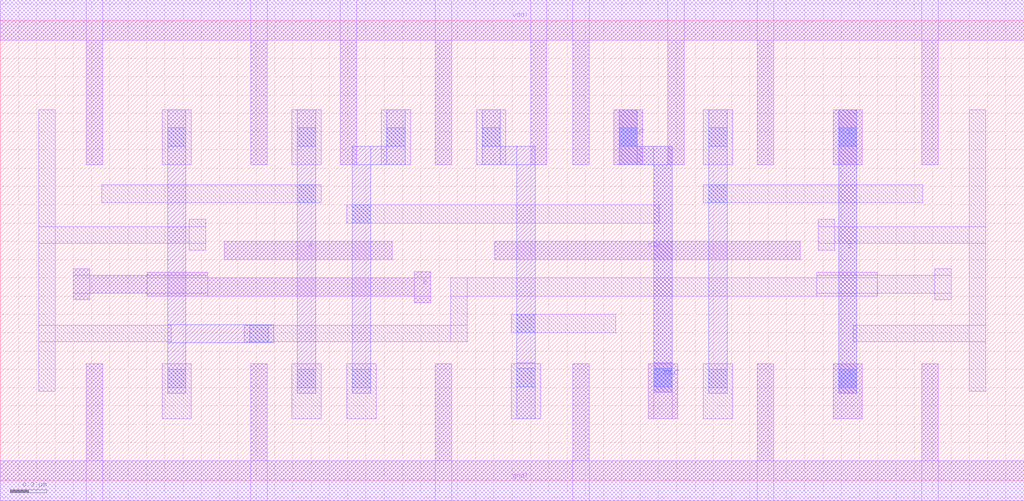
<source format=lef>
VERSION 5.7 ;
BUSBITCHARS "[]" ;
DIVIDERCHAR "/" ;

PROPERTYDEFINITIONS
  MACRO oaTaper STRING ;
END PROPERTYDEFINITIONS

MACRO AND2X1
  CLASS CORE ;
  ORIGIN 0 0.11 ;
  FOREIGN AND2X1 0 -0.11 ;
  SIZE 1.12 BY 2.52 ;
  SYMMETRY X Y ;
  SITE Core ;
  PIN A
    DIRECTION INPUT ;
    USE SIGNAL ;
    PORT
      LAYER ME1 ;
        RECT 0.125 1.07 0.545 1.17 ;
    END
  END A
  PIN B
    DIRECTION INPUT ;
    USE SIGNAL ;
    PORT
      LAYER ME1 ;
        RECT 0.48 0.83 0.9 0.93 ;
    END
  END B
  PIN Y
    DIRECTION OUTPUT ;
    USE SIGNAL ;
    PORT
      LAYER VI1 ;
        RECT 0.9 1.85 1 1.95 ;
        RECT 0.9 1.65 1 1.75 ;
        RECT 0.9 0.4 1 0.5 ;
        RECT 0.9 0.2 1 0.3 ;
      LAYER ME1 ;
        RECT 0.89 0.17 1.01 0.53 ;
        RECT 0.89 1.62 1.01 1.98 ;
      LAYER ME2 ;
        RECT 0.9 0.17 1 1.98 ;
    END
  END Y
  PIN vdd!
    DIRECTION INOUT ;
    USE POWER ;
    SHAPE ABUTMENT ;
    PORT
      LAYER ME1 ;
        RECT 0.125 1.62 0.215 2.52 ;
        RECT 0.645 1.62 0.735 2.52 ;
        RECT 0 2.3 1.12 2.52 ;
    END
  END vdd!
  PIN gnd!
    DIRECTION INOUT ;
    USE GROUND ;
    SHAPE ABUTMENT ;
    PORT
      LAYER ME1 ;
        RECT 0.645 -0.22 0.735 0.53 ;
        RECT 0 -0.22 1.12 0 ;
    END
  END gnd!
  OBS
    LAYER ME1 ;
      RECT 0.18 0.17 0.3 0.53 ;
      RECT 0.37 1.62 0.49 1.98 ;
      RECT 0.125 1.07 0.545 1.17 ;
      RECT 0.35 1.27 0.88 1.37 ;
      RECT 0.48 0.83 0.9 0.93 ;
      RECT 0.89 1.62 1.01 1.98 ;
      RECT 0.89 0.17 1.01 0.53 ;
      RECT 0.125 1.62 0.215 2.52 ;
      RECT 0.645 1.62 0.735 2.52 ;
      RECT 0 2.3 1.12 2.52 ;
      RECT 0 -0.22 1.12 0 ;
      RECT 0.645 -0.22 0.735 0.53 ;
    LAYER VI1 ;
      RECT 0.19 0.4 0.29 0.5 ;
      RECT 0.19 0.2 0.29 0.3 ;
      RECT 0.38 1.85 0.48 1.95 ;
      RECT 0.38 1.65 0.48 1.75 ;
      RECT 0.38 1.27 0.48 1.37 ;
      RECT 0.9 1.85 1 1.95 ;
      RECT 0.9 1.65 1 1.75 ;
      RECT 0.9 0.4 1 0.5 ;
      RECT 0.9 0.2 1 0.3 ;
    LAYER ME2 ;
      RECT 0.19 0.17 0.29 0.53 ;
      RECT 0.19 0.43 0.48 0.53 ;
      RECT 0.35 1.27 0.51 1.37 ;
      RECT 0.38 0.43 0.48 1.98 ;
      RECT 0.9 0.17 1 1.98 ;
  END
END AND2X1

MACRO AND2X2
  CLASS CORE ;
  ORIGIN 0 0.11 ;
  FOREIGN AND2X2 0 -0.11 ;
  SIZE 1.12 BY 2.52 ;
  SYMMETRY X Y ;
  SITE Core ;
  PIN A
    DIRECTION INPUT ;
    USE SIGNAL ;
    PORT
      LAYER ME1 ;
        RECT 0.13 1.07 0.41 1.22 ;
    END
  END A
  PIN B
    DIRECTION INPUT ;
    USE SIGNAL ;
    PORT
      LAYER ME1 ;
        RECT 0.5 0.96 0.92 1.06 ;
    END
  END B
  PIN Y
    DIRECTION OUTPUT ;
    USE SIGNAL ;
    PORT
      LAYER VI1 ;
        RECT 0.9 1.79 1 1.89 ;
        RECT 0.9 1.59 1 1.69 ;
        RECT 0.9 1.39 1 1.49 ;
        RECT 0.9 0.55 1 0.65 ;
        RECT 0.9 0.35 1 0.45 ;
      LAYER ME1 ;
        RECT 0.89 0.32 1.01 0.68 ;
        RECT 0.9 1.36 1 1.92 ;
        RECT 0.905 1.32 0.995 1.92 ;
      LAYER ME2 ;
        RECT 0.9 0.32 1 1.92 ;
    END
  END Y
  PIN vdd!
    DIRECTION INOUT ;
    USE POWER ;
    SHAPE ABUTMENT ;
    PORT
      LAYER ME1 ;
        RECT 0.125 1.32 0.215 2.52 ;
        RECT 0.645 1.32 0.735 2.52 ;
        RECT 0 2.3 1.12 2.52 ;
    END
  END vdd!
  PIN gnd!
    DIRECTION INOUT ;
    USE GROUND ;
    SHAPE ABUTMENT ;
    PORT
      LAYER ME1 ;
        RECT 0.645 -0.22 0.735 0.68 ;
        RECT 0 -0.22 1.12 0 ;
    END
  END gnd!
  OBS
    LAYER ME1 ;
      RECT 0.18 0.32 0.3 0.68 ;
      RECT 0.13 1.07 0.41 1.22 ;
      RECT 0.385 1.32 0.475 1.92 ;
      RECT 0.38 1.36 0.48 1.92 ;
      RECT 0.35 0.77 0.88 0.87 ;
      RECT 0.5 0.96 0.92 1.06 ;
      RECT 0.905 1.32 0.995 1.92 ;
      RECT 0.9 1.36 1 1.92 ;
      RECT 0.89 0.32 1.01 0.68 ;
      RECT 0.125 1.32 0.215 2.52 ;
      RECT 0.645 1.32 0.735 2.52 ;
      RECT 0 2.3 1.12 2.52 ;
      RECT 0 -0.22 1.12 0 ;
      RECT 0.645 -0.22 0.735 0.68 ;
    LAYER VI1 ;
      RECT 0.19 0.55 0.29 0.65 ;
      RECT 0.19 0.35 0.29 0.45 ;
      RECT 0.38 1.79 0.48 1.89 ;
      RECT 0.38 1.59 0.48 1.69 ;
      RECT 0.38 1.39 0.48 1.49 ;
      RECT 0.38 0.77 0.48 0.87 ;
      RECT 0.9 1.79 1 1.89 ;
      RECT 0.9 1.59 1 1.69 ;
      RECT 0.9 1.39 1 1.49 ;
      RECT 0.9 0.55 1 0.65 ;
      RECT 0.9 0.35 1 0.45 ;
    LAYER ME2 ;
      RECT 0.19 0.32 0.29 0.68 ;
      RECT 0.19 0.58 0.48 0.68 ;
      RECT 0.38 0.58 0.48 1.92 ;
      RECT 0.9 0.32 1 1.92 ;
  END
END AND2X2

MACRO AND2X4
  CLASS CORE ;
  ORIGIN 0 0.11 ;
  FOREIGN AND2X4 0 -0.11 ;
  SIZE 1.4 BY 2.52 ;
  SYMMETRY X Y ;
  SITE Core ;
  PIN A
    DIRECTION INPUT ;
    USE SIGNAL ;
    PORT
      LAYER ME1 ;
        RECT 0.14 1.005 0.42 1.155 ;
    END
  END A
  PIN B
    DIRECTION INPUT ;
    USE SIGNAL ;
    PORT
      LAYER ME1 ;
        RECT 0.51 1.08 0.93 1.18 ;
    END
  END B
  PIN Y
    DIRECTION OUTPUT ;
    USE SIGNAL ;
    PORT
      LAYER VI1 ;
        RECT 0.91 1.79 1.01 1.89 ;
        RECT 0.91 1.59 1.01 1.69 ;
        RECT 0.91 1.39 1.01 1.49 ;
        RECT 0.91 0.55 1.01 0.65 ;
        RECT 0.91 0.35 1.01 0.45 ;
      LAYER ME1 ;
        RECT 0.9 0.32 1.02 0.68 ;
        RECT 0.91 1.36 1.01 1.92 ;
        RECT 0.915 1.32 1.005 1.92 ;
      LAYER ME2 ;
        RECT 0.91 0.32 1.01 1.92 ;
    END
  END Y
  PIN vdd!
    DIRECTION INOUT ;
    USE POWER ;
    SHAPE ABUTMENT ;
    PORT
      LAYER ME1 ;
        RECT 0.135 1.32 0.225 2.52 ;
        RECT 0.655 1.32 0.745 2.52 ;
        RECT 1.175 1.32 1.265 2.52 ;
        RECT 0 2.3 1.4 2.52 ;
    END
  END vdd!
  PIN gnd!
    DIRECTION INOUT ;
    USE GROUND ;
    SHAPE ABUTMENT ;
    PORT
      LAYER ME1 ;
        RECT 0.655 -0.22 0.745 0.68 ;
        RECT 1.175 -0.22 1.265 0.68 ;
        RECT 0 -0.22 1.4 0 ;
    END
  END gnd!
  OBS
    LAYER ME1 ;
      RECT 0.19 0.32 0.31 0.68 ;
      RECT 0.14 1.005 0.42 1.155 ;
      RECT 0.395 1.32 0.485 1.92 ;
      RECT 0.39 1.36 0.49 1.92 ;
      RECT 0.51 1.08 0.93 1.18 ;
      RECT 0.915 1.32 1.005 1.92 ;
      RECT 0.91 1.36 1.01 1.92 ;
      RECT 0.9 0.32 1.02 0.68 ;
      RECT 0.36 0.8 1.12 0.89 ;
      RECT 0.36 0.795 0.52 0.895 ;
      RECT 0.135 1.32 0.225 2.52 ;
      RECT 0.655 1.32 0.745 2.52 ;
      RECT 1.175 1.32 1.265 2.52 ;
      RECT 0 2.3 1.4 2.52 ;
      RECT 0 -0.22 1.4 0 ;
      RECT 0.655 -0.22 0.745 0.68 ;
      RECT 1.175 -0.22 1.265 0.68 ;
    LAYER VI1 ;
      RECT 0.2 0.55 0.3 0.65 ;
      RECT 0.2 0.35 0.3 0.45 ;
      RECT 0.39 1.79 0.49 1.89 ;
      RECT 0.39 1.59 0.49 1.69 ;
      RECT 0.39 1.39 0.49 1.49 ;
      RECT 0.39 0.795 0.49 0.895 ;
      RECT 0.91 1.79 1.01 1.89 ;
      RECT 0.91 1.59 1.01 1.69 ;
      RECT 0.91 1.39 1.01 1.49 ;
      RECT 0.91 0.55 1.01 0.65 ;
      RECT 0.91 0.35 1.01 0.45 ;
    LAYER ME2 ;
      RECT 0.2 0.32 0.3 0.68 ;
      RECT 0.2 0.58 0.49 0.68 ;
      RECT 0.39 0.58 0.49 1.92 ;
      RECT 0.91 0.32 1.01 1.92 ;
  END
END AND2X4

MACRO AOI211X1
  CLASS CORE ;
  ORIGIN 0 0.11 ;
  FOREIGN AOI211X1 0 -0.11 ;
  SIZE 1.4 BY 2.52 ;
  SYMMETRY X Y ;
  SITE Core ;
  PIN A2
    DIRECTION INPUT ;
    USE SIGNAL ;
    PORT
      LAYER ME1 ;
        RECT 0.3 1.165 0.72 1.265 ;
    END
  END A2
  PIN vdd!
    DIRECTION INOUT ;
    USE POWER ;
    SHAPE ABUTMENT ;
    PORT
      LAYER ME1 ;
        RECT 0.43 1.62 0.52 2.52 ;
        RECT 0 2.3 1.4 2.52 ;
    END
  END vdd!
  PIN gnd!
    DIRECTION INOUT ;
    USE GROUND ;
    SHAPE ABUTMENT ;
    PORT
      LAYER ME1 ;
        RECT 0.17 -0.22 0.26 0.53 ;
        RECT 0.88 -0.22 0.97 0.53 ;
        RECT 0 -0.22 1.4 0 ;
    END
  END gnd!
  PIN A1
    DIRECTION INPUT ;
    USE SIGNAL ;
    PORT
      LAYER ME1 ;
        RECT 0.17 0.865 0.59 0.965 ;
    END
  END A1
  PIN C
    DIRECTION INPUT ;
    USE SIGNAL ;
    PORT
      LAYER ME1 ;
        RECT 0.815 1.145 1.235 1.245 ;
    END
  END C
  PIN Y
    DIRECTION OUTPUT ;
    USE SIGNAL ;
    PORT
      LAYER VI1 ;
        RECT 1.135 1.85 1.235 1.95 ;
        RECT 1.135 1.65 1.235 1.75 ;
        RECT 1.135 0.61 1.235 0.71 ;
        RECT 1.135 0.41 1.235 0.51 ;
      LAYER ME1 ;
        RECT 0.62 0.65 1.245 0.74 ;
        RECT 1.125 0.38 1.245 0.74 ;
        RECT 0.62 0.38 0.71 0.74 ;
        RECT 1.125 1.62 1.245 1.98 ;
      LAYER ME2 ;
        RECT 1.135 0.38 1.235 1.98 ;
    END
  END Y
  PIN B
    DIRECTION INPUT ;
    USE SIGNAL ;
    PORT
      LAYER ME1 ;
        RECT 0.685 0.885 1.105 0.985 ;
    END
  END B
  OBS
    LAYER ME1 ;
      RECT 0.17 0.865 0.59 0.965 ;
      RECT 0.3 1.165 0.72 1.265 ;
      RECT 0.17 1.44 0.78 1.53 ;
      RECT 0.17 1.44 0.26 1.92 ;
      RECT 0.69 1.44 0.78 1.92 ;
      RECT 0.685 0.885 1.105 0.985 ;
      RECT 0.815 1.145 1.235 1.245 ;
      RECT 1.125 1.62 1.245 1.98 ;
      RECT 0.62 0.38 0.71 0.74 ;
      RECT 1.125 0.38 1.245 0.74 ;
      RECT 0.62 0.65 1.245 0.74 ;
      RECT 0.43 1.62 0.52 2.52 ;
      RECT 0 2.3 1.4 2.52 ;
      RECT 0 -0.22 1.4 0 ;
      RECT 0.17 -0.22 0.26 0.53 ;
      RECT 0.88 -0.22 0.97 0.53 ;
    LAYER VI1 ;
      RECT 1.135 1.85 1.235 1.95 ;
      RECT 1.135 1.65 1.235 1.75 ;
      RECT 1.135 0.61 1.235 0.71 ;
      RECT 1.135 0.41 1.235 0.51 ;
    LAYER ME2 ;
      RECT 1.135 0.38 1.235 1.98 ;
  END
END AOI211X1

MACRO AOI211X2
  CLASS CORE ;
  ORIGIN 0 0.11 ;
  FOREIGN AOI211X2 0 -0.11 ;
  SIZE 1.4 BY 2.52 ;
  SYMMETRY X Y ;
  SITE Core ;
  PIN A2
    DIRECTION INPUT ;
    USE SIGNAL ;
    PORT
      LAYER ME1 ;
        RECT 0.31 1.105 0.73 1.205 ;
    END
  END A2
  PIN vdd!
    DIRECTION INOUT ;
    USE POWER ;
    SHAPE ABUTMENT ;
    PORT
      LAYER ME1 ;
        RECT 0.43 1.32 0.52 2.52 ;
        RECT 0 2.3 1.4 2.52 ;
    END
  END vdd!
  PIN gnd!
    DIRECTION INOUT ;
    USE GROUND ;
    SHAPE ABUTMENT ;
    PORT
      LAYER ME1 ;
        RECT 0.17 -0.22 0.26 0.68 ;
        RECT 0.88 -0.22 0.97 0.68 ;
        RECT 0 -0.22 1.4 0 ;
    END
  END gnd!
  PIN A1
    DIRECTION INPUT ;
    USE SIGNAL ;
    PORT
      LAYER ME1 ;
        RECT 0.17 0.835 0.59 0.935 ;
    END
  END A1
  PIN C
    DIRECTION INPUT ;
    USE SIGNAL ;
    PORT
      LAYER ME1 ;
        RECT 0.845 1.075 1.265 1.175 ;
    END
  END C
  PIN Y
    DIRECTION OUTPUT ;
    USE SIGNAL ;
    PORT
      LAYER VI1 ;
        RECT 0.61 0.21 0.71 0.31 ;
        RECT 1.135 1.79 1.235 1.89 ;
        RECT 1.135 1.59 1.235 1.69 ;
        RECT 1.135 1.39 1.235 1.49 ;
        RECT 1.135 0.55 1.235 0.65 ;
        RECT 1.135 0.35 1.235 0.45 ;
      LAYER ME1 ;
        RECT 1.125 0.32 1.245 0.68 ;
        RECT 1.135 1.36 1.235 1.92 ;
        RECT 1.14 1.32 1.23 1.92 ;
        RECT 0.58 0.21 0.74 0.31 ;
        RECT 0.62 0.21 0.71 0.68 ;
      LAYER ME2 ;
        RECT 1.135 0.21 1.235 1.92 ;
        RECT 0.58 0.21 1.235 0.31 ;
    END
  END Y
  PIN B
    DIRECTION INPUT ;
    USE SIGNAL ;
    PORT
      LAYER ME1 ;
        RECT 0.715 0.835 1.135 0.935 ;
    END
  END B
  OBS
    LAYER ME1 ;
      RECT 0.17 1.32 0.26 2.11 ;
      RECT 0.17 2.01 0.33 2.11 ;
      RECT 0.17 0.835 0.59 0.935 ;
      RECT 0.31 1.105 0.73 1.205 ;
      RECT 0.58 0.21 0.74 0.31 ;
      RECT 0.62 0.21 0.71 0.68 ;
      RECT 0.69 1.32 0.78 2.11 ;
      RECT 0.66 2.01 0.82 2.11 ;
      RECT 0.715 0.835 1.135 0.935 ;
      RECT 1.14 1.32 1.23 1.92 ;
      RECT 1.135 1.36 1.235 1.92 ;
      RECT 1.125 0.32 1.245 0.68 ;
      RECT 0.845 1.075 1.265 1.175 ;
      RECT 0.43 1.32 0.52 2.52 ;
      RECT 0 2.3 1.4 2.52 ;
      RECT 0 -0.22 1.4 0 ;
      RECT 0.17 -0.22 0.26 0.68 ;
      RECT 0.88 -0.22 0.97 0.68 ;
    LAYER VI1 ;
      RECT 0.2 2.01 0.3 2.11 ;
      RECT 0.61 0.21 0.71 0.31 ;
      RECT 0.69 2.01 0.79 2.11 ;
      RECT 1.135 1.79 1.235 1.89 ;
      RECT 1.135 1.59 1.235 1.69 ;
      RECT 1.135 1.39 1.235 1.49 ;
      RECT 1.135 0.55 1.235 0.65 ;
      RECT 1.135 0.35 1.235 0.45 ;
    LAYER ME2 ;
      RECT 0.17 2.01 0.82 2.11 ;
      RECT 0.58 0.21 1.235 0.31 ;
      RECT 1.135 0.21 1.235 1.92 ;
  END
END AOI211X2

MACRO AOI211X4
  CLASS CORE ;
  ORIGIN 0 0.11 ;
  FOREIGN AOI211X4 0 -0.11 ;
  SIZE 2.24 BY 2.52 ;
  SYMMETRY X Y ;
  SITE Core ;
  PIN A2
    DIRECTION INPUT ;
    USE SIGNAL ;
    PORT
      LAYER ME1 ;
        RECT 0.105 1.105 0.525 1.205 ;
    END
  END A2
  PIN Y
    DIRECTION OUTPUT ;
    USE SIGNAL ;
    PORT
      LAYER VI1 ;
        RECT 0.55 0.55 0.65 0.65 ;
        RECT 0.55 0.35 0.65 0.45 ;
        RECT 1.26 0.55 1.36 0.65 ;
        RECT 1.26 0.35 1.36 0.45 ;
        RECT 1.33 1.79 1.43 1.89 ;
        RECT 1.33 1.59 1.43 1.69 ;
        RECT 1.33 1.39 1.43 1.49 ;
        RECT 1.78 0.55 1.88 0.65 ;
        RECT 1.78 0.35 1.88 0.45 ;
      LAYER ME1 ;
        RECT 1.77 0.32 1.89 0.68 ;
        RECT 1.33 1.36 1.43 1.92 ;
        RECT 1.335 1.32 1.425 1.92 ;
        RECT 1.25 0.32 1.37 0.68 ;
        RECT 0.54 0.32 0.66 0.68 ;
      LAYER ME2 ;
        RECT 1.78 0.32 1.88 0.68 ;
        RECT 0.55 0.55 1.88 0.65 ;
        RECT 1.33 1.36 1.445 1.92 ;
        RECT 1.345 0.38 1.445 1.92 ;
        RECT 1.26 0.32 1.36 0.68 ;
        RECT 0.55 0.32 0.65 0.68 ;
    END
  END Y
  PIN vdd!
    DIRECTION INOUT ;
    USE POWER ;
    SHAPE ABUTMENT ;
    PORT
      LAYER ME1 ;
        RECT 0.105 1.32 0.195 2.52 ;
        RECT 0.625 1.32 0.715 2.52 ;
        RECT 2.045 1.32 2.135 2.52 ;
        RECT 0 2.3 2.24 2.52 ;
    END
  END vdd!
  PIN gnd!
    DIRECTION INOUT ;
    USE GROUND ;
    SHAPE ABUTMENT ;
    PORT
      LAYER ME1 ;
        RECT 0.105 -0.22 0.195 0.68 ;
        RECT 1.005 -0.22 1.095 0.68 ;
        RECT 1.525 -0.22 1.615 0.68 ;
        RECT 2.045 -0.22 2.135 0.68 ;
        RECT 0 -0.22 2.24 0 ;
    END
  END gnd!
  PIN A1
    DIRECTION INPUT ;
    USE SIGNAL ;
    PORT
      LAYER ME1 ;
        RECT 0.7 1.105 2.05 1.205 ;
    END
  END A1
  PIN C
    DIRECTION INPUT ;
    USE SIGNAL ;
    PORT
      LAYER ME1 ;
        RECT 0.89 0.8 1.31 0.9 ;
    END
  END C
  PIN B
    DIRECTION INPUT ;
    USE SIGNAL ;
    PORT
      LAYER ME1 ;
        RECT 1.59 0.775 2.01 0.875 ;
    END
  END B
  OBS
    LAYER ME1 ;
      RECT 0.365 1.32 0.455 1.92 ;
      RECT 0.36 1.36 0.46 1.92 ;
      RECT 0.105 1.105 0.525 1.205 ;
      RECT 0.54 0.32 0.66 0.68 ;
      RECT 0.89 0.8 1.31 0.9 ;
      RECT 1.25 0.32 1.37 0.68 ;
      RECT 1.335 1.32 1.425 1.92 ;
      RECT 1.33 1.36 1.43 1.92 ;
      RECT 0.88 1.36 0.98 1.92 ;
      RECT 0.885 1.32 0.975 2.12 ;
      RECT 1.785 1.32 1.875 2.12 ;
      RECT 0.885 2.03 1.875 2.12 ;
      RECT 1.77 0.32 1.89 0.68 ;
      RECT 1.59 0.775 2.01 0.875 ;
      RECT 0.7 1.105 2.05 1.205 ;
      RECT 0.105 1.32 0.195 2.52 ;
      RECT 0.625 1.32 0.715 2.52 ;
      RECT 2.045 1.32 2.135 2.52 ;
      RECT 0 2.3 2.24 2.52 ;
      RECT 0 -0.22 2.24 0 ;
      RECT 0.105 -0.22 0.195 0.68 ;
      RECT 1.005 -0.22 1.095 0.68 ;
      RECT 1.525 -0.22 1.615 0.68 ;
      RECT 2.045 -0.22 2.135 0.68 ;
    LAYER VI1 ;
      RECT 0.36 1.79 0.46 1.89 ;
      RECT 0.36 1.59 0.46 1.69 ;
      RECT 0.36 1.39 0.46 1.49 ;
      RECT 0.55 0.55 0.65 0.65 ;
      RECT 0.55 0.35 0.65 0.45 ;
      RECT 0.88 1.79 0.98 1.89 ;
      RECT 0.88 1.59 0.98 1.69 ;
      RECT 0.88 1.39 0.98 1.49 ;
      RECT 1.26 0.55 1.36 0.65 ;
      RECT 1.26 0.35 1.36 0.45 ;
      RECT 1.33 1.79 1.43 1.89 ;
      RECT 1.33 1.59 1.43 1.69 ;
      RECT 1.33 1.39 1.43 1.49 ;
      RECT 1.78 0.55 1.88 0.65 ;
      RECT 1.78 0.35 1.88 0.45 ;
    LAYER ME2 ;
      RECT 0.36 1.59 0.98 1.69 ;
      RECT 0.36 1.36 0.46 1.92 ;
      RECT 0.88 1.36 0.98 1.92 ;
      RECT 0.55 0.55 1.88 0.65 ;
      RECT 0.55 0.32 0.65 0.68 ;
      RECT 1.26 0.32 1.36 0.68 ;
      RECT 1.78 0.32 1.88 0.68 ;
      RECT 1.345 0.38 1.445 1.92 ;
      RECT 1.33 1.36 1.445 1.92 ;
  END
END AOI211X4

MACRO AOI21X1
  CLASS CORE ;
  ORIGIN 0 0.11 ;
  FOREIGN AOI21X1 0 -0.11 ;
  SIZE 1.12 BY 2.52 ;
  SYMMETRY X Y ;
  SITE Core ;
  PIN A2
    DIRECTION INPUT ;
    USE SIGNAL ;
    PORT
      LAYER ME1 ;
        RECT 0.355 1.24 0.775 1.34 ;
    END
  END A2
  PIN Y
    DIRECTION OUTPUT ;
    USE SIGNAL ;
    PORT
      LAYER VI1 ;
        RECT 0.83 0.58 0.93 0.68 ;
        RECT 0.83 0.38 0.93 0.48 ;
        RECT 0.9 1.85 1 1.95 ;
        RECT 0.9 1.65 1 1.75 ;
      LAYER ME1 ;
        RECT 0.89 1.62 1.01 1.98 ;
        RECT 0.125 0.62 0.93 0.71 ;
        RECT 0.83 0.35 0.93 0.71 ;
        RECT 0.125 0.38 0.215 0.71 ;
      LAYER ME2 ;
        RECT 0.83 1.62 1 1.98 ;
        RECT 0.83 0.35 0.93 1.98 ;
    END
  END Y
  PIN vdd!
    DIRECTION INOUT ;
    USE POWER ;
    SHAPE ABUTMENT ;
    PORT
      LAYER ME1 ;
        RECT 0.385 1.62 0.475 2.52 ;
        RECT 0 2.3 1.12 2.52 ;
    END
  END vdd!
  PIN gnd!
    DIRECTION INOUT ;
    USE GROUND ;
    SHAPE ABUTMENT ;
    PORT
      LAYER ME1 ;
        RECT 0.575 -0.22 0.665 0.53 ;
        RECT 0 -0.22 1.12 0 ;
    END
  END gnd!
  PIN A1
    DIRECTION INPUT ;
    USE SIGNAL ;
    PORT
      LAYER ME1 ;
        RECT 0.125 0.82 0.545 0.92 ;
    END
  END A1
  PIN B
    DIRECTION INPUT ;
    USE SIGNAL ;
    PORT
      LAYER ME1 ;
        RECT 0.51 1.025 0.93 1.125 ;
    END
  END B
  OBS
    LAYER ME1 ;
      RECT 0.125 0.82 0.545 0.92 ;
      RECT 0.125 1.44 0.735 1.53 ;
      RECT 0.125 1.44 0.215 1.92 ;
      RECT 0.645 1.44 0.735 1.92 ;
      RECT 0.355 1.24 0.775 1.34 ;
      RECT 0.51 1.025 0.93 1.125 ;
      RECT 0.125 0.38 0.215 0.71 ;
      RECT 0.83 0.35 0.93 0.71 ;
      RECT 0.125 0.62 0.93 0.71 ;
      RECT 0.89 1.62 1.01 1.98 ;
      RECT 0.385 1.62 0.475 2.52 ;
      RECT 0 2.3 1.12 2.52 ;
      RECT 0 -0.22 1.12 0 ;
      RECT 0.575 -0.22 0.665 0.53 ;
    LAYER VI1 ;
      RECT 0.83 0.58 0.93 0.68 ;
      RECT 0.83 0.38 0.93 0.48 ;
      RECT 0.9 1.85 1 1.95 ;
      RECT 0.9 1.65 1 1.75 ;
    LAYER ME2 ;
      RECT 0.83 0.35 0.93 1.98 ;
      RECT 0.83 1.62 1 1.98 ;
  END
END AOI21X1

MACRO AOI21X2
  CLASS CORE ;
  ORIGIN 0 0.11 ;
  FOREIGN AOI21X2 0 -0.11 ;
  SIZE 1.12 BY 2.52 ;
  SYMMETRY X Y ;
  SITE Core ;
  PIN A2
    DIRECTION INPUT ;
    USE SIGNAL ;
    PORT
      LAYER ME1 ;
        RECT 0.305 1.095 0.725 1.195 ;
    END
  END A2
  PIN Y
    DIRECTION OUTPUT ;
    USE SIGNAL ;
    PORT
      LAYER VI1 ;
        RECT 0.12 0.55 0.22 0.65 ;
        RECT 0.12 0.35 0.22 0.45 ;
        RECT 0.83 0.55 0.93 0.65 ;
        RECT 0.83 0.35 0.93 0.45 ;
        RECT 0.9 1.79 1 1.89 ;
        RECT 0.9 1.59 1 1.69 ;
        RECT 0.9 1.39 1 1.49 ;
      LAYER ME1 ;
        RECT 0.9 1.36 1 1.92 ;
        RECT 0.905 1.32 0.995 1.92 ;
        RECT 0.82 0.32 0.94 0.68 ;
        RECT 0.11 0.32 0.23 0.68 ;
      LAYER ME2 ;
        RECT 0.9 0.32 1 1.92 ;
        RECT 0.83 0.32 1 0.68 ;
        RECT 0.12 0.45 1 0.55 ;
        RECT 0.12 0.32 0.22 0.68 ;
    END
  END Y
  PIN vdd!
    DIRECTION INOUT ;
    USE POWER ;
    SHAPE ABUTMENT ;
    PORT
      LAYER ME1 ;
        RECT 0.385 1.32 0.475 2.52 ;
        RECT 0 2.3 1.12 2.52 ;
    END
  END vdd!
  PIN gnd!
    DIRECTION INOUT ;
    USE GROUND ;
    SHAPE ABUTMENT ;
    PORT
      LAYER ME1 ;
        RECT 0.575 -0.22 0.665 0.68 ;
        RECT 0 -0.22 1.12 0 ;
    END
  END gnd!
  PIN A1
    DIRECTION INPUT ;
    USE SIGNAL ;
    PORT
      LAYER ME1 ;
        RECT 0.09 0.87 0.51 0.97 ;
    END
  END A1
  PIN B
    DIRECTION INPUT ;
    USE SIGNAL ;
    PORT
      LAYER ME1 ;
        RECT 0.6 0.87 1.02 0.97 ;
    END
  END B
  OBS
    LAYER ME1 ;
      RECT 0.125 1.32 0.215 1.92 ;
      RECT 0.12 1.36 0.22 1.92 ;
      RECT 0.11 0.32 0.23 0.68 ;
      RECT 0.09 0.87 0.51 0.97 ;
      RECT 0.305 1.095 0.725 1.195 ;
      RECT 0.645 1.32 0.735 1.92 ;
      RECT 0.64 1.36 0.74 1.92 ;
      RECT 0.82 0.32 0.94 0.68 ;
      RECT 0.905 1.32 0.995 1.92 ;
      RECT 0.9 1.36 1 1.92 ;
      RECT 0.6 0.87 1.02 0.97 ;
      RECT 0.385 1.32 0.475 2.52 ;
      RECT 0 2.3 1.12 2.52 ;
      RECT 0 -0.22 1.12 0 ;
      RECT 0.575 -0.22 0.665 0.68 ;
    LAYER VI1 ;
      RECT 0.12 1.79 0.22 1.89 ;
      RECT 0.12 1.59 0.22 1.69 ;
      RECT 0.12 1.39 0.22 1.49 ;
      RECT 0.12 0.55 0.22 0.65 ;
      RECT 0.12 0.35 0.22 0.45 ;
      RECT 0.64 1.79 0.74 1.89 ;
      RECT 0.64 1.59 0.74 1.69 ;
      RECT 0.64 1.39 0.74 1.49 ;
      RECT 0.83 0.55 0.93 0.65 ;
      RECT 0.83 0.35 0.93 0.45 ;
      RECT 0.9 1.79 1 1.89 ;
      RECT 0.9 1.59 1 1.69 ;
      RECT 0.9 1.39 1 1.49 ;
    LAYER ME2 ;
      RECT 0.12 1.59 0.74 1.69 ;
      RECT 0.12 1.36 0.22 1.92 ;
      RECT 0.64 1.36 0.74 1.92 ;
      RECT 0.12 0.45 1 0.55 ;
      RECT 0.12 0.32 0.22 0.68 ;
      RECT 0.83 0.32 1 0.68 ;
      RECT 0.9 0.32 1 1.92 ;
  END
END AOI21X2

MACRO AOI21X4
  CLASS CORE ;
  ORIGIN 0 0.11 ;
  FOREIGN AOI21X4 0 -0.11 ;
  SIZE 1.96 BY 2.52 ;
  SYMMETRY X Y ;
  SITE Core ;
  PIN A2
    DIRECTION INPUT ;
    USE SIGNAL ;
    PORT
      LAYER ME1 ;
        RECT 0.22 0.865 0.64 0.965 ;
    END
  END A2
  PIN Y
    DIRECTION OUTPUT ;
    USE SIGNAL ;
    PORT
      LAYER VI1 ;
        RECT 0.665 0.55 0.765 0.65 ;
        RECT 0.665 0.35 0.765 0.45 ;
        RECT 1.185 1.79 1.285 1.89 ;
        RECT 1.185 1.59 1.285 1.69 ;
        RECT 1.185 1.39 1.285 1.49 ;
        RECT 1.375 0.55 1.475 0.65 ;
        RECT 1.375 0.35 1.475 0.45 ;
      LAYER ME1 ;
        RECT 1.365 0.32 1.485 0.68 ;
        RECT 1.185 1.36 1.285 1.92 ;
        RECT 1.19 1.32 1.28 1.92 ;
        RECT 0.655 0.32 0.775 0.68 ;
      LAYER ME2 ;
        RECT 1.185 1.26 1.475 1.36 ;
        RECT 1.375 0.32 1.475 1.36 ;
        RECT 0.665 0.45 1.475 0.55 ;
        RECT 1.185 1.26 1.285 1.92 ;
        RECT 0.665 0.32 0.765 0.68 ;
    END
  END Y
  PIN vdd!
    DIRECTION INOUT ;
    USE POWER ;
    SHAPE ABUTMENT ;
    PORT
      LAYER ME1 ;
        RECT 0.15 1.32 0.24 2.52 ;
        RECT 0.67 1.32 0.76 2.52 ;
        RECT 1.725 1.32 1.815 2.52 ;
        RECT 0 2.3 1.96 2.52 ;
    END
  END vdd!
  PIN gnd!
    DIRECTION INOUT ;
    USE GROUND ;
    SHAPE ABUTMENT ;
    PORT
      LAYER ME1 ;
        RECT 0.22 -0.22 0.31 0.68 ;
        RECT 1.12 -0.22 1.21 0.68 ;
        RECT 1.64 -0.22 1.73 0.68 ;
        RECT 0 -0.22 1.96 0 ;
    END
  END gnd!
  PIN A1
    DIRECTION INPUT ;
    USE SIGNAL ;
    PORT
      LAYER ME1 ;
        RECT 0.67 1.095 1.09 1.195 ;
    END
  END A1
  PIN B
    DIRECTION INPUT ;
    USE SIGNAL ;
    PORT
      LAYER ME1 ;
        RECT 1.32 0.865 1.74 0.965 ;
    END
  END B
  OBS
    LAYER ME1 ;
      RECT 0.41 1.32 0.5 1.92 ;
      RECT 0.405 1.36 0.505 1.92 ;
      RECT 0.22 0.865 0.64 0.965 ;
      RECT 0.655 0.32 0.775 0.68 ;
      RECT 0.67 1.095 1.09 1.195 ;
      RECT 1.19 1.32 1.28 1.92 ;
      RECT 1.185 1.36 1.285 1.92 ;
      RECT 1.365 0.32 1.485 0.68 ;
      RECT 0.925 1.36 1.025 1.92 ;
      RECT 0.93 1.32 1.02 2.12 ;
      RECT 1.465 1.32 1.555 2.12 ;
      RECT 0.93 2.03 1.555 2.12 ;
      RECT 1.32 0.865 1.74 0.965 ;
      RECT 0.15 1.32 0.24 2.52 ;
      RECT 0.67 1.32 0.76 2.52 ;
      RECT 1.725 1.32 1.815 2.52 ;
      RECT 0 2.3 1.96 2.52 ;
      RECT 0 -0.22 1.96 0 ;
      RECT 0.22 -0.22 0.31 0.68 ;
      RECT 1.12 -0.22 1.21 0.68 ;
      RECT 1.64 -0.22 1.73 0.68 ;
    LAYER VI1 ;
      RECT 0.405 1.79 0.505 1.89 ;
      RECT 0.405 1.59 0.505 1.69 ;
      RECT 0.405 1.39 0.505 1.49 ;
      RECT 0.665 0.55 0.765 0.65 ;
      RECT 0.665 0.35 0.765 0.45 ;
      RECT 0.925 1.79 1.025 1.89 ;
      RECT 0.925 1.59 1.025 1.69 ;
      RECT 0.925 1.39 1.025 1.49 ;
      RECT 1.185 1.79 1.285 1.89 ;
      RECT 1.185 1.59 1.285 1.69 ;
      RECT 1.185 1.39 1.285 1.49 ;
      RECT 1.375 0.55 1.475 0.65 ;
      RECT 1.375 0.35 1.475 0.45 ;
    LAYER ME2 ;
      RECT 0.405 1.59 1.025 1.69 ;
      RECT 0.405 1.36 0.505 1.92 ;
      RECT 0.925 1.36 1.025 1.92 ;
      RECT 0.665 0.45 1.475 0.55 ;
      RECT 0.665 0.32 0.765 0.68 ;
      RECT 1.375 0.32 1.475 1.36 ;
      RECT 1.185 1.26 1.475 1.36 ;
      RECT 1.185 1.26 1.285 1.92 ;
  END
END AOI21X4

MACRO AOI22X1
  CLASS CORE ;
  ORIGIN 0 0.11 ;
  FOREIGN AOI22X1 0 -0.11 ;
  SIZE 1.4 BY 2.52 ;
  SYMMETRY X Y ;
  SITE Core ;
  PIN A2
    DIRECTION INPUT ;
    USE SIGNAL ;
    PORT
      LAYER ME1 ;
        RECT 0.26 1.165 0.68 1.265 ;
    END
  END A2
  PIN B2
    DIRECTION INPUT ;
    USE SIGNAL ;
    PORT
      LAYER ME1 ;
        RECT 0.8 1.145 1.22 1.245 ;
    END
  END B2
  PIN vdd!
    DIRECTION INOUT ;
    USE POWER ;
    SHAPE ABUTMENT ;
    PORT
      LAYER ME1 ;
        RECT 0.395 1.62 0.485 2.52 ;
        RECT 0 2.3 1.4 2.52 ;
    END
  END vdd!
  PIN gnd!
    DIRECTION INOUT ;
    USE GROUND ;
    SHAPE ABUTMENT ;
    PORT
      LAYER ME1 ;
        RECT 0.135 -0.22 0.225 0.53 ;
        RECT 1.035 -0.22 1.125 0.53 ;
        RECT 0 -0.22 1.4 0 ;
    END
  END gnd!
  PIN A1
    DIRECTION INPUT ;
    USE SIGNAL ;
    PORT
      LAYER ME1 ;
        RECT 0.135 0.865 0.555 0.965 ;
    END
  END A1
  PIN B1
    DIRECTION INPUT ;
    USE SIGNAL ;
    PORT
      LAYER ME1 ;
        RECT 0.67 0.885 1.09 0.985 ;
    END
  END B1
  PIN Y
    DIRECTION OUTPUT ;
    USE SIGNAL ;
    PORT
      LAYER VI1 ;
        RECT 0.58 0.4 0.68 0.5 ;
        RECT 0.58 0.2 0.68 0.3 ;
        RECT 0.91 1.855 1.01 1.955 ;
        RECT 0.91 1.655 1.01 1.755 ;
      LAYER ME1 ;
        RECT 0.9 1.62 1.02 1.98 ;
        RECT 0.91 1.62 1.01 1.985 ;
        RECT 0.57 0.17 0.69 0.53 ;
      LAYER ME2 ;
        RECT 0.91 1.625 1.01 1.985 ;
        RECT 0.58 1.625 1.01 1.725 ;
        RECT 0.58 0.17 0.68 1.725 ;
    END
  END Y
  OBS
    LAYER ME1 ;
      RECT 0.135 0.865 0.555 0.965 ;
      RECT 0.26 1.165 0.68 1.265 ;
      RECT 0.57 0.17 0.69 0.53 ;
      RECT 0.9 1.62 1.02 1.98 ;
      RECT 0.91 1.62 1.01 1.985 ;
      RECT 0.67 0.885 1.09 0.985 ;
      RECT 0.8 1.145 1.22 1.245 ;
      RECT 0.135 1.44 0.745 1.53 ;
      RECT 0.135 1.44 0.225 1.92 ;
      RECT 0.655 1.44 0.745 2.165 ;
      RECT 1.175 1.62 1.265 2.165 ;
      RECT 0.655 2.075 1.265 2.165 ;
      RECT 0.395 1.62 0.485 2.52 ;
      RECT 0 2.3 1.4 2.52 ;
      RECT 0 -0.22 1.4 0 ;
      RECT 0.135 -0.22 0.225 0.53 ;
      RECT 1.035 -0.22 1.125 0.53 ;
    LAYER VI1 ;
      RECT 0.58 0.4 0.68 0.5 ;
      RECT 0.58 0.2 0.68 0.3 ;
      RECT 0.91 1.855 1.01 1.955 ;
      RECT 0.91 1.655 1.01 1.755 ;
    LAYER ME2 ;
      RECT 0.58 0.17 0.68 1.725 ;
      RECT 0.58 1.625 1.01 1.725 ;
      RECT 0.91 1.625 1.01 1.985 ;
  END
END AOI22X1

MACRO AOI22X2
  CLASS CORE ;
  ORIGIN 0 0.11 ;
  FOREIGN AOI22X2 0 -0.11 ;
  SIZE 1.4 BY 2.52 ;
  SYMMETRY X Y ;
  SITE Core ;
  PIN A2
    DIRECTION INPUT ;
    USE SIGNAL ;
    PORT
      LAYER ME1 ;
        RECT 0.21 1.115 0.63 1.215 ;
    END
  END A2
  PIN B2
    DIRECTION INPUT ;
    USE SIGNAL ;
    PORT
      LAYER ME1 ;
        RECT 0.845 0.835 1.265 0.935 ;
    END
  END B2
  PIN vdd!
    DIRECTION INOUT ;
    USE POWER ;
    SHAPE ABUTMENT ;
    PORT
      LAYER ME1 ;
        RECT 0.395 1.32 0.485 2.52 ;
        RECT 0 2.3 1.4 2.52 ;
    END
  END vdd!
  PIN gnd!
    DIRECTION INOUT ;
    USE GROUND ;
    SHAPE ABUTMENT ;
    PORT
      LAYER ME1 ;
        RECT 0.135 -0.22 0.225 0.68 ;
        RECT 1.035 -0.22 1.125 0.68 ;
        RECT 0 -0.22 1.4 0 ;
    END
  END gnd!
  PIN A1
    DIRECTION INPUT ;
    USE SIGNAL ;
    PORT
      LAYER ME1 ;
        RECT 0.135 0.835 0.555 0.935 ;
    END
  END A1
  PIN B1
    DIRECTION INPUT ;
    USE SIGNAL ;
    PORT
      LAYER ME1 ;
        RECT 0.77 1.095 1.19 1.195 ;
    END
  END B1
  PIN Y
    DIRECTION OUTPUT ;
    USE SIGNAL ;
    PORT
      LAYER VI1 ;
        RECT 0.58 0.55 0.68 0.65 ;
        RECT 0.58 0.35 0.68 0.45 ;
        RECT 0.91 1.79 1.01 1.89 ;
        RECT 0.91 1.59 1.01 1.69 ;
        RECT 0.91 1.39 1.01 1.49 ;
      LAYER ME1 ;
        RECT 0.91 1.36 1.01 1.92 ;
        RECT 0.915 1.32 1.005 1.92 ;
        RECT 0.57 0.32 0.69 0.68 ;
      LAYER ME2 ;
        RECT 0.91 1.36 1.01 1.92 ;
        RECT 0.58 1.36 1.01 1.46 ;
        RECT 0.58 0.32 0.68 1.46 ;
    END
  END Y
  OBS
    LAYER ME1 ;
      RECT 0.135 1.32 0.225 2.11 ;
      RECT 0.135 2.01 0.295 2.11 ;
      RECT 0.135 0.835 0.555 0.935 ;
      RECT 0.21 1.115 0.63 1.215 ;
      RECT 0.57 0.32 0.69 0.68 ;
      RECT 0.915 1.32 1.005 1.92 ;
      RECT 0.91 1.36 1.01 1.92 ;
      RECT 0.77 1.095 1.19 1.195 ;
      RECT 0.655 1.32 0.745 2.11 ;
      RECT 1.175 1.32 1.265 2.11 ;
      RECT 0.625 2.01 1.265 2.11 ;
      RECT 0.845 0.835 1.265 0.935 ;
      RECT 0.395 1.32 0.485 2.52 ;
      RECT 0 2.3 1.4 2.52 ;
      RECT 0 -0.22 1.4 0 ;
      RECT 0.135 -0.22 0.225 0.68 ;
      RECT 1.035 -0.22 1.125 0.68 ;
    LAYER VI1 ;
      RECT 0.165 2.01 0.265 2.11 ;
      RECT 0.58 0.55 0.68 0.65 ;
      RECT 0.58 0.35 0.68 0.45 ;
      RECT 0.655 2.01 0.755 2.11 ;
      RECT 0.91 1.79 1.01 1.89 ;
      RECT 0.91 1.59 1.01 1.69 ;
      RECT 0.91 1.39 1.01 1.49 ;
    LAYER ME2 ;
      RECT 0.135 2.01 0.785 2.11 ;
      RECT 0.58 0.32 0.68 1.46 ;
      RECT 0.58 1.36 1.01 1.46 ;
      RECT 0.91 1.36 1.01 1.92 ;
  END
END AOI22X2

MACRO AOI22X4
  CLASS CORE ;
  ORIGIN 0 0.11 ;
  FOREIGN AOI22X4 0 -0.11 ;
  SIZE 2.52 BY 2.52 ;
  SYMMETRY X Y ;
  SITE Core ;
  PIN Y
    DIRECTION OUTPUT ;
    USE SIGNAL ;
    PORT
      LAYER VI1 ;
        RECT 0.62 0.55 0.72 0.65 ;
        RECT 0.62 0.35 0.72 0.45 ;
        RECT 1.47 1.22 1.57 1.32 ;
        RECT 1.52 0.55 1.62 0.65 ;
        RECT 1.52 0.35 1.62 0.45 ;
      LAYER ME2 ;
        RECT 1.52 0.32 1.62 0.68 ;
        RECT 1.47 0.38 1.57 1.35 ;
        RECT 0.62 0.445 1.62 0.555 ;
        RECT 0.62 0.32 0.72 0.68 ;
      LAYER ME1 ;
        RECT 1.475 2.01 2.085 2.1 ;
        RECT 1.995 1.32 2.085 2.1 ;
        RECT 1.47 1.19 1.57 1.35 ;
        RECT 1.475 1.19 1.565 2.1 ;
        RECT 1.51 0.32 1.63 0.68 ;
        RECT 0.61 0.32 0.73 0.68 ;
    END
  END Y
  PIN B1
    DIRECTION INPUT ;
    USE SIGNAL ;
    PORT
      LAYER ME1 ;
        RECT 1.61 0.855 2.03 0.955 ;
    END
  END B1
  PIN A1
    DIRECTION INPUT ;
    USE SIGNAL ;
    PORT
      LAYER ME1 ;
        RECT 0.545 1.065 0.965 1.165 ;
    END
  END A1
  PIN vdd!
    DIRECTION INOUT ;
    USE POWER ;
    SHAPE ABUTMENT ;
    PORT
      LAYER ME1 ;
        RECT 0.435 1.32 0.525 2.52 ;
        RECT 0.955 1.32 1.045 2.52 ;
        RECT 0 2.3 2.52 2.52 ;
    END
  END vdd!
  PIN B2
    DIRECTION INPUT ;
    USE SIGNAL ;
    PORT
      LAYER ME1 ;
        RECT 1.07 0.945 1.49 1.045 ;
    END
  END B2
  PIN A2
    DIRECTION INPUT ;
    USE SIGNAL ;
    PORT
      LAYER ME1 ;
        RECT 0.175 0.845 0.595 0.945 ;
    END
  END A2
  PIN gnd!
    DIRECTION INOUT ;
    USE GROUND ;
    SHAPE ABUTMENT ;
    PORT
      LAYER ME1 ;
        RECT 0.175 -0.22 0.265 0.68 ;
        RECT 1.075 -0.22 1.165 0.68 ;
        RECT 1.975 -0.22 2.065 0.68 ;
        RECT 0 -0.22 2.52 0 ;
    END
  END gnd!
  OBS
    LAYER ME1 ;
      RECT 0.175 1.32 0.265 1.92 ;
      RECT 0.17 1.36 0.27 1.92 ;
      RECT 0.175 0.845 0.595 0.945 ;
      RECT 0.61 0.32 0.73 0.68 ;
      RECT 0.695 1.32 0.785 1.92 ;
      RECT 0.69 1.36 0.79 1.92 ;
      RECT 0.545 1.065 0.965 1.165 ;
      RECT 1.215 1.32 1.305 1.92 ;
      RECT 1.21 1.36 1.31 1.92 ;
      RECT 1.07 0.945 1.49 1.045 ;
      RECT 1.51 0.32 1.63 0.68 ;
      RECT 1.735 1.32 1.825 1.92 ;
      RECT 1.73 1.36 1.83 1.92 ;
      RECT 1.61 0.855 2.03 0.955 ;
      RECT 1.47 1.19 1.57 1.35 ;
      RECT 1.475 1.19 1.565 2.1 ;
      RECT 1.995 1.32 2.085 2.1 ;
      RECT 1.475 2.01 2.085 2.1 ;
      RECT 2.255 1.32 2.345 1.92 ;
      RECT 2.25 1.36 2.35 1.92 ;
      RECT 0.435 1.32 0.525 2.52 ;
      RECT 0.955 1.32 1.045 2.52 ;
      RECT 0 2.3 2.52 2.52 ;
      RECT 0 -0.22 2.52 0 ;
      RECT 0.175 -0.22 0.265 0.68 ;
      RECT 1.075 -0.22 1.165 0.68 ;
      RECT 1.975 -0.22 2.065 0.68 ;
    LAYER VI1 ;
      RECT 0.17 1.79 0.27 1.89 ;
      RECT 0.17 1.59 0.27 1.69 ;
      RECT 0.17 1.39 0.27 1.49 ;
      RECT 0.62 0.55 0.72 0.65 ;
      RECT 0.62 0.35 0.72 0.45 ;
      RECT 0.69 1.79 0.79 1.89 ;
      RECT 0.69 1.59 0.79 1.69 ;
      RECT 0.69 1.39 0.79 1.49 ;
      RECT 1.21 1.79 1.31 1.89 ;
      RECT 1.21 1.59 1.31 1.69 ;
      RECT 1.21 1.39 1.31 1.49 ;
      RECT 1.47 1.22 1.57 1.32 ;
      RECT 1.52 0.55 1.62 0.65 ;
      RECT 1.52 0.35 1.62 0.45 ;
      RECT 1.73 1.79 1.83 1.89 ;
      RECT 1.73 1.59 1.83 1.69 ;
      RECT 1.73 1.39 1.83 1.49 ;
      RECT 2.25 1.79 2.35 1.89 ;
      RECT 2.25 1.59 2.35 1.69 ;
      RECT 2.25 1.39 2.35 1.49 ;
    LAYER ME2 ;
      RECT 0.62 0.445 1.62 0.555 ;
      RECT 0.62 0.32 0.72 0.68 ;
      RECT 1.52 0.32 1.62 0.68 ;
      RECT 1.47 0.38 1.57 1.35 ;
      RECT 0.17 1.585 2.35 1.695 ;
      RECT 0.17 1.36 0.27 1.92 ;
      RECT 0.69 1.36 0.79 1.92 ;
      RECT 1.21 1.36 1.31 1.92 ;
      RECT 1.73 1.36 1.83 1.92 ;
      RECT 2.25 1.36 2.35 1.92 ;
  END
END AOI22X4

MACRO BUFENX1
  CLASS CORE ;
  ORIGIN 0 0.11 ;
  FOREIGN BUFENX1 0 -0.11 ;
  SIZE 1.68 BY 2.52 ;
  SYMMETRY X Y ;
  SITE Core ;
  PIN A
    DIRECTION INPUT ;
    USE SIGNAL ;
    PORT
      LAYER ME1 ;
        RECT 0.175 0.845 0.595 0.945 ;
    END
  END A
  PIN Y
    DIRECTION OUTPUT ;
    USE SIGNAL ;
    PORT
      LAYER VI1 ;
        RECT 1.41 1.85 1.51 1.95 ;
        RECT 1.41 1.65 1.51 1.75 ;
        RECT 1.41 0.4 1.51 0.5 ;
        RECT 1.41 0.2 1.51 0.3 ;
      LAYER ME1 ;
        RECT 1.4 0.17 1.52 0.53 ;
        RECT 1.4 1.62 1.52 1.98 ;
      LAYER ME2 ;
        RECT 1.41 0.17 1.51 1.98 ;
    END
  END Y
  PIN vdd!
    DIRECTION INOUT ;
    USE POWER ;
    SHAPE ABUTMENT ;
    PORT
      LAYER ME1 ;
        RECT 0.175 1.62 0.265 2.52 ;
        RECT 0.965 1.62 1.055 2.52 ;
        RECT 0 2.3 1.68 2.52 ;
    END
  END vdd!
  PIN EN
    DIRECTION INPUT ;
    USE SIGNAL ;
    PORT
      LAYER ME1 ;
        RECT 0.76 0.845 1.18 0.945 ;
    END
  END EN
  PIN gnd!
    DIRECTION INOUT ;
    USE GROUND ;
    SHAPE ABUTMENT ;
    PORT
      LAYER ME1 ;
        RECT 0.175 -0.22 0.265 0.53 ;
        RECT 0.965 -0.22 1.055 0.53 ;
        RECT 0 -0.22 1.68 0 ;
    END
  END gnd!
  OBS
    LAYER ME1 ;
      RECT 0.42 1.62 0.54 1.98 ;
      RECT 0.42 0.17 0.54 0.53 ;
      RECT 0.175 0.845 0.595 0.945 ;
      RECT 0.69 1.62 0.81 1.98 ;
      RECT 0.69 0.17 0.81 0.53 ;
      RECT 0.76 0.845 1.18 0.945 ;
      RECT 0.4 1.06 1.23 1.16 ;
      RECT 0.67 1.365 1.46 1.465 ;
      RECT 1.4 1.62 1.52 1.98 ;
      RECT 1.4 0.17 1.52 0.53 ;
      RECT 0.175 1.62 0.265 2.52 ;
      RECT 0.965 1.62 1.055 2.52 ;
      RECT 0 2.3 1.68 2.52 ;
      RECT 0 -0.22 1.68 0 ;
      RECT 0.175 -0.22 0.265 0.53 ;
      RECT 0.965 -0.22 1.055 0.53 ;
    LAYER VI1 ;
      RECT 0.43 1.85 0.53 1.95 ;
      RECT 0.43 1.65 0.53 1.75 ;
      RECT 0.43 1.06 0.53 1.16 ;
      RECT 0.43 0.4 0.53 0.5 ;
      RECT 0.43 0.2 0.53 0.3 ;
      RECT 0.7 1.85 0.8 1.95 ;
      RECT 0.7 1.65 0.8 1.75 ;
      RECT 0.7 1.365 0.8 1.465 ;
      RECT 0.7 0.4 0.8 0.5 ;
      RECT 0.7 0.2 0.8 0.3 ;
      RECT 1.41 1.85 1.51 1.95 ;
      RECT 1.41 1.65 1.51 1.75 ;
      RECT 1.41 0.4 1.51 0.5 ;
      RECT 1.41 0.2 1.51 0.3 ;
    LAYER ME2 ;
      RECT 0.43 0.17 0.53 1.98 ;
      RECT 0.7 0.17 0.8 1.98 ;
      RECT 1.41 0.17 1.51 1.98 ;
  END
END BUFENX1

MACRO BUFENX2
  CLASS CORE ;
  ORIGIN 0 0.11 ;
  FOREIGN BUFENX2 0 -0.11 ;
  SIZE 1.68 BY 2.52 ;
  SYMMETRY X Y ;
  SITE Core ;
  PIN A
    DIRECTION INPUT ;
    USE SIGNAL ;
    PORT
      LAYER ME1 ;
        RECT 0.175 1.245 0.595 1.345 ;
    END
  END A
  PIN Y
    DIRECTION OUTPUT ;
    USE SIGNAL ;
    PORT
      LAYER VI1 ;
        RECT 1.41 1.79 1.51 1.89 ;
        RECT 1.41 1.59 1.51 1.69 ;
        RECT 1.41 1.39 1.51 1.49 ;
        RECT 1.41 0.55 1.51 0.65 ;
        RECT 1.41 0.35 1.51 0.45 ;
      LAYER ME1 ;
        RECT 1.4 0.32 1.52 0.68 ;
        RECT 1.41 1.36 1.51 1.92 ;
        RECT 1.415 1.32 1.505 1.92 ;
      LAYER ME2 ;
        RECT 1.41 0.32 1.51 1.92 ;
    END
  END Y
  PIN vdd!
    DIRECTION INOUT ;
    USE POWER ;
    SHAPE ABUTMENT ;
    PORT
      LAYER ME1 ;
        RECT 0.175 1.62 0.265 2.52 ;
        RECT 0.965 1.32 1.055 2.52 ;
        RECT 0 2.3 1.68 2.52 ;
    END
  END vdd!
  PIN EN
    DIRECTION INPUT ;
    USE SIGNAL ;
    PORT
      LAYER ME1 ;
        RECT 0.52 0.99 0.94 1.09 ;
    END
  END EN
  PIN gnd!
    DIRECTION INOUT ;
    USE GROUND ;
    SHAPE ABUTMENT ;
    PORT
      LAYER ME1 ;
        RECT 0.175 -0.22 0.265 0.53 ;
        RECT 0.965 -0.22 1.055 0.68 ;
        RECT 0 -0.22 1.68 0 ;
    END
  END gnd!
  OBS
    LAYER ME1 ;
      RECT 0.42 1.56 0.54 1.92 ;
      RECT 0.42 0.32 0.54 0.68 ;
      RECT 0.175 1.245 0.595 1.345 ;
      RECT 0.705 1.32 0.795 1.92 ;
      RECT 0.7 1.36 0.8 1.92 ;
      RECT 0.69 0.32 0.81 0.68 ;
      RECT 0.52 0.99 0.94 1.09 ;
      RECT 0.4 0.78 1.2 0.88 ;
      RECT 1.03 1.04 1.45 1.14 ;
      RECT 1.415 1.32 1.505 1.92 ;
      RECT 1.41 1.36 1.51 1.92 ;
      RECT 1.4 0.32 1.52 0.68 ;
      RECT 0.175 1.62 0.265 2.52 ;
      RECT 0.965 1.32 1.055 2.52 ;
      RECT 0 2.3 1.68 2.52 ;
      RECT 0 -0.22 1.68 0 ;
      RECT 0.175 -0.22 0.265 0.53 ;
      RECT 0.965 -0.22 1.055 0.68 ;
    LAYER VI1 ;
      RECT 0.43 1.79 0.53 1.89 ;
      RECT 0.43 1.59 0.53 1.69 ;
      RECT 0.43 0.78 0.53 0.88 ;
      RECT 0.43 0.55 0.53 0.65 ;
      RECT 0.43 0.35 0.53 0.45 ;
      RECT 0.7 1.79 0.8 1.89 ;
      RECT 0.7 1.59 0.8 1.69 ;
      RECT 0.7 1.39 0.8 1.49 ;
      RECT 0.7 0.55 0.8 0.65 ;
      RECT 0.7 0.35 0.8 0.45 ;
      RECT 1.06 1.04 1.16 1.14 ;
      RECT 1.41 1.79 1.51 1.89 ;
      RECT 1.41 1.59 1.51 1.69 ;
      RECT 1.41 1.39 1.51 1.49 ;
      RECT 1.41 0.55 1.51 0.65 ;
      RECT 1.41 0.35 1.51 0.45 ;
    LAYER ME2 ;
      RECT 0.43 0.32 0.53 1.92 ;
      RECT 0.7 1.04 1.19 1.14 ;
      RECT 0.7 0.32 0.8 1.92 ;
      RECT 1.41 0.32 1.51 1.92 ;
  END
END BUFENX2

MACRO BUFENX4
  CLASS CORE ;
  ORIGIN 0 0.11 ;
  FOREIGN BUFENX4 0 -0.11 ;
  SIZE 2.24 BY 2.52 ;
  SYMMETRY X Y ;
  SITE Core ;
  PIN A
    DIRECTION INPUT ;
    USE SIGNAL ;
    PORT
      LAYER ME1 ;
        RECT 0.23 1.245 0.65 1.345 ;
    END
  END A
  PIN vdd!
    DIRECTION INOUT ;
    USE POWER ;
    SHAPE ABUTMENT ;
    PORT
      LAYER ME1 ;
        RECT 0.23 1.62 0.32 2.52 ;
        RECT 1.02 1.32 1.11 2.52 ;
        RECT 1.92 1.32 2.01 2.52 ;
        RECT 0 2.3 2.24 2.52 ;
    END
  END vdd!
  PIN gnd!
    DIRECTION INOUT ;
    USE GROUND ;
    SHAPE ABUTMENT ;
    PORT
      LAYER ME1 ;
        RECT 0.23 -0.22 0.32 0.53 ;
        RECT 1.02 -0.22 1.11 0.68 ;
        RECT 1.92 -0.22 2.01 0.68 ;
        RECT 0 -0.22 2.24 0 ;
    END
  END gnd!
  PIN Y
    DIRECTION OUTPUT ;
    USE SIGNAL ;
    PORT
      LAYER VI1 ;
        RECT 1.465 1.79 1.565 1.89 ;
        RECT 1.465 1.59 1.565 1.69 ;
        RECT 1.465 1.39 1.565 1.49 ;
        RECT 1.465 0.55 1.565 0.65 ;
        RECT 1.465 0.35 1.565 0.45 ;
      LAYER ME1 ;
        RECT 1.455 0.32 1.575 0.68 ;
        RECT 1.465 1.36 1.565 1.92 ;
        RECT 1.47 1.32 1.56 1.92 ;
      LAYER ME2 ;
        RECT 1.465 0.32 1.565 1.92 ;
    END
  END Y
  PIN EN
    DIRECTION INPUT ;
    USE SIGNAL ;
    PORT
      LAYER ME1 ;
        RECT 0.575 0.985 0.995 1.085 ;
    END
  END EN
  OBS
    LAYER ME1 ;
      RECT 0.475 1.56 0.595 1.92 ;
      RECT 0.475 0.32 0.595 0.68 ;
      RECT 0.23 1.245 0.65 1.345 ;
      RECT 0.76 1.32 0.85 1.92 ;
      RECT 0.755 1.36 0.855 1.92 ;
      RECT 0.745 0.32 0.865 0.68 ;
      RECT 0.575 0.985 0.995 1.085 ;
      RECT 0.455 0.78 1.255 0.88 ;
      RECT 1.47 1.32 1.56 1.92 ;
      RECT 1.465 1.36 1.565 1.92 ;
      RECT 1.455 0.32 1.575 0.68 ;
      RECT 1.115 1.115 1.675 1.215 ;
      RECT 0.23 1.62 0.32 2.52 ;
      RECT 1.02 1.32 1.11 2.52 ;
      RECT 1.92 1.32 2.01 2.52 ;
      RECT 0 2.3 2.24 2.52 ;
      RECT 0 -0.22 2.24 0 ;
      RECT 0.23 -0.22 0.32 0.53 ;
      RECT 1.02 -0.22 1.11 0.68 ;
      RECT 1.92 -0.22 2.01 0.68 ;
    LAYER VI1 ;
      RECT 0.485 1.79 0.585 1.89 ;
      RECT 0.485 1.59 0.585 1.69 ;
      RECT 0.485 0.78 0.585 0.88 ;
      RECT 0.485 0.55 0.585 0.65 ;
      RECT 0.485 0.35 0.585 0.45 ;
      RECT 0.755 1.79 0.855 1.89 ;
      RECT 0.755 1.59 0.855 1.69 ;
      RECT 0.755 1.39 0.855 1.49 ;
      RECT 0.755 0.55 0.855 0.65 ;
      RECT 0.755 0.35 0.855 0.45 ;
      RECT 1.145 1.115 1.245 1.215 ;
      RECT 1.465 1.79 1.565 1.89 ;
      RECT 1.465 1.59 1.565 1.69 ;
      RECT 1.465 1.39 1.565 1.49 ;
      RECT 1.465 0.55 1.565 0.65 ;
      RECT 1.465 0.35 1.565 0.45 ;
    LAYER ME2 ;
      RECT 0.485 0.32 0.585 1.92 ;
      RECT 0.755 1.115 1.275 1.215 ;
      RECT 0.755 0.32 0.855 1.92 ;
      RECT 1.465 0.32 1.565 1.92 ;
  END
END BUFENX4

MACRO BUFX1
  CLASS CORE ;
  ORIGIN 0 0.11 ;
  FOREIGN BUFX1 0 -0.11 ;
  SIZE 0.84 BY 2.52 ;
  SYMMETRY X Y ;
  SITE Core ;
  PIN A
    DIRECTION INPUT ;
    USE SIGNAL ;
    PORT
      LAYER ME1 ;
        RECT 0.17 1.095 0.59 1.195 ;
    END
  END A
  PIN Y
    DIRECTION OUTPUT ;
    USE SIGNAL ;
    PORT
      LAYER VI1 ;
        RECT 0.63 1.85 0.73 1.95 ;
        RECT 0.63 1.65 0.73 1.75 ;
        RECT 0.63 0.4 0.73 0.5 ;
        RECT 0.63 0.2 0.73 0.3 ;
      LAYER ME1 ;
        RECT 0.62 0.17 0.74 0.53 ;
        RECT 0.62 1.62 0.74 1.98 ;
      LAYER ME2 ;
        RECT 0.63 0.17 0.73 1.98 ;
    END
  END Y
  PIN gnd!
    DIRECTION INOUT ;
    USE GROUND ;
    SHAPE ABUTMENT ;
    PORT
      LAYER ME1 ;
        RECT 0.375 -0.22 0.465 0.53 ;
        RECT 0 -0.22 0.84 0 ;
    END
  END gnd!
  PIN vdd!
    DIRECTION INOUT ;
    USE POWER ;
    SHAPE ABUTMENT ;
    PORT
      LAYER ME1 ;
        RECT 0.375 1.62 0.465 2.52 ;
        RECT 0 2.3 0.84 2.52 ;
    END
  END vdd!
  OBS
    LAYER ME1 ;
      RECT 0.1 1.62 0.22 1.98 ;
      RECT 0.1 0.17 0.22 0.53 ;
      RECT 0.17 1.095 0.59 1.195 ;
      RECT 0.08 1.35 0.64 1.45 ;
      RECT 0.62 1.62 0.74 1.98 ;
      RECT 0.62 0.17 0.74 0.53 ;
      RECT 0.375 1.62 0.465 2.52 ;
      RECT 0 2.3 0.84 2.52 ;
      RECT 0 -0.22 0.84 0 ;
      RECT 0.375 -0.22 0.465 0.53 ;
    LAYER VI1 ;
      RECT 0.11 1.85 0.21 1.95 ;
      RECT 0.11 1.65 0.21 1.75 ;
      RECT 0.11 1.35 0.21 1.45 ;
      RECT 0.11 0.4 0.21 0.5 ;
      RECT 0.11 0.2 0.21 0.3 ;
      RECT 0.63 1.85 0.73 1.95 ;
      RECT 0.63 1.65 0.73 1.75 ;
      RECT 0.63 0.4 0.73 0.5 ;
      RECT 0.63 0.2 0.73 0.3 ;
    LAYER ME2 ;
      RECT 0.08 1.35 0.24 1.45 ;
      RECT 0.11 0.17 0.21 1.98 ;
      RECT 0.63 0.17 0.73 1.98 ;
  END
END BUFX1

MACRO BUFX2
  CLASS CORE ;
  ORIGIN 0 0.11 ;
  FOREIGN BUFX2 0 -0.11 ;
  SIZE 0.84 BY 2.52 ;
  SYMMETRY X Y ;
  SITE Core ;
  PIN A
    DIRECTION INPUT ;
    USE SIGNAL ;
    PORT
      LAYER ME1 ;
        RECT 0.13 0.875 0.55 0.975 ;
    END
  END A
  PIN Y
    DIRECTION OUTPUT ;
    USE SIGNAL ;
    PORT
      LAYER VI1 ;
        RECT 0.63 1.79 0.73 1.89 ;
        RECT 0.63 1.59 0.73 1.69 ;
        RECT 0.63 1.39 0.73 1.49 ;
        RECT 0.63 0.55 0.73 0.65 ;
        RECT 0.63 0.35 0.73 0.45 ;
      LAYER ME1 ;
        RECT 0.62 0.32 0.74 0.68 ;
        RECT 0.63 1.36 0.73 1.92 ;
        RECT 0.635 1.32 0.725 1.92 ;
      LAYER ME2 ;
        RECT 0.63 0.32 0.73 1.92 ;
    END
  END Y
  PIN gnd!
    DIRECTION INOUT ;
    USE GROUND ;
    SHAPE ABUTMENT ;
    PORT
      LAYER ME1 ;
        RECT 0.375 -0.22 0.465 0.68 ;
        RECT 0 -0.22 0.84 0 ;
    END
  END gnd!
  PIN vdd!
    DIRECTION INOUT ;
    USE POWER ;
    SHAPE ABUTMENT ;
    PORT
      LAYER ME1 ;
        RECT 0.375 1.32 0.465 2.52 ;
        RECT 0 2.3 0.84 2.52 ;
    END
  END vdd!
  OBS
    LAYER ME1 ;
      RECT 0.115 1.32 0.205 1.92 ;
      RECT 0.11 1.36 0.21 1.92 ;
      RECT 0.1 0.32 0.22 0.68 ;
      RECT 0.13 0.875 0.55 0.975 ;
      RECT 0.08 1.11 0.64 1.21 ;
      RECT 0.635 1.32 0.725 1.92 ;
      RECT 0.63 1.36 0.73 1.92 ;
      RECT 0.62 0.32 0.74 0.68 ;
      RECT 0.375 1.32 0.465 2.52 ;
      RECT 0 2.3 0.84 2.52 ;
      RECT 0 -0.22 0.84 0 ;
      RECT 0.375 -0.22 0.465 0.68 ;
    LAYER VI1 ;
      RECT 0.11 1.79 0.21 1.89 ;
      RECT 0.11 1.59 0.21 1.69 ;
      RECT 0.11 1.39 0.21 1.49 ;
      RECT 0.11 1.11 0.21 1.21 ;
      RECT 0.11 0.55 0.21 0.65 ;
      RECT 0.11 0.35 0.21 0.45 ;
      RECT 0.63 1.79 0.73 1.89 ;
      RECT 0.63 1.59 0.73 1.69 ;
      RECT 0.63 1.39 0.73 1.49 ;
      RECT 0.63 0.55 0.73 0.65 ;
      RECT 0.63 0.35 0.73 0.45 ;
    LAYER ME2 ;
      RECT 0.11 0.32 0.21 1.92 ;
      RECT 0.63 0.32 0.73 1.92 ;
  END
END BUFX2

MACRO BUFX4
  CLASS CORE ;
  ORIGIN 0 0.11 ;
  FOREIGN BUFX4 0 -0.11 ;
  SIZE 1.12 BY 2.52 ;
  SYMMETRY X Y ;
  SITE Core ;
  PIN A
    DIRECTION INPUT ;
    USE SIGNAL ;
    PORT
      LAYER ME1 ;
        RECT 0.145 1.055 0.565 1.155 ;
    END
  END A
  PIN Y
    DIRECTION OUTPUT ;
    USE SIGNAL ;
    PORT
      LAYER VI1 ;
        RECT 0.64 1.79 0.74 1.89 ;
        RECT 0.64 1.59 0.74 1.69 ;
        RECT 0.64 1.39 0.74 1.49 ;
        RECT 0.64 0.55 0.74 0.65 ;
        RECT 0.64 0.35 0.74 0.45 ;
      LAYER ME1 ;
        RECT 0.63 0.32 0.75 0.68 ;
        RECT 0.64 1.36 0.74 1.92 ;
        RECT 0.645 1.32 0.735 1.92 ;
      LAYER ME2 ;
        RECT 0.64 0.32 0.74 1.92 ;
    END
  END Y
  PIN vdd!
    DIRECTION INOUT ;
    USE POWER ;
    SHAPE ABUTMENT ;
    PORT
      LAYER ME1 ;
        RECT 0.385 1.32 0.475 2.52 ;
        RECT 0.905 1.32 0.995 2.52 ;
        RECT 0 2.3 1.12 2.52 ;
    END
  END vdd!
  PIN gnd!
    DIRECTION INOUT ;
    USE GROUND ;
    SHAPE ABUTMENT ;
    PORT
      LAYER ME1 ;
        RECT 0.385 -0.22 0.475 0.68 ;
        RECT 0.905 -0.22 0.995 0.68 ;
        RECT 0 -0.22 1.12 0 ;
    END
  END gnd!
  OBS
    LAYER ME1 ;
      RECT 0.125 1.32 0.215 1.92 ;
      RECT 0.12 1.36 0.22 1.92 ;
      RECT 0.11 0.32 0.23 0.68 ;
      RECT 0.145 1.055 0.565 1.155 ;
      RECT 0.645 1.32 0.735 1.92 ;
      RECT 0.64 1.36 0.74 1.92 ;
      RECT 0.63 0.32 0.75 0.68 ;
      RECT 0.09 0.81 0.88 0.91 ;
      RECT 0.385 1.32 0.475 2.52 ;
      RECT 0.905 1.32 0.995 2.52 ;
      RECT 0 2.3 1.12 2.52 ;
      RECT 0 -0.22 1.12 0 ;
      RECT 0.385 -0.22 0.475 0.68 ;
      RECT 0.905 -0.22 0.995 0.68 ;
    LAYER VI1 ;
      RECT 0.12 1.79 0.22 1.89 ;
      RECT 0.12 1.59 0.22 1.69 ;
      RECT 0.12 1.39 0.22 1.49 ;
      RECT 0.12 0.81 0.22 0.91 ;
      RECT 0.12 0.55 0.22 0.65 ;
      RECT 0.12 0.35 0.22 0.45 ;
      RECT 0.64 1.79 0.74 1.89 ;
      RECT 0.64 1.59 0.74 1.69 ;
      RECT 0.64 1.39 0.74 1.49 ;
      RECT 0.64 0.55 0.74 0.65 ;
      RECT 0.64 0.35 0.74 0.45 ;
    LAYER ME2 ;
      RECT 0.12 0.32 0.22 1.92 ;
      RECT 0.64 0.32 0.74 1.92 ;
  END
END BUFX4

MACRO FA1X1
  CLASS CORE ;
  ORIGIN 0 0.11 ;
  FOREIGN FA1X1 0 -0.11 ;
  SIZE 5.6 BY 2.52 ;
  SYMMETRY X Y ;
  SITE Core ;
  PIN gnd!
    DIRECTION INOUT ;
    USE GROUND ;
    SHAPE ABUTMENT ;
    PORT
      LAYER ME1 ;
        RECT 0.47 -0.22 0.56 0.53 ;
        RECT 1.37 -0.22 1.46 0.53 ;
        RECT 2.38 -0.22 2.47 0.53 ;
        RECT 3.13 -0.22 3.22 0.53 ;
        RECT 4.14 -0.22 4.23 0.53 ;
        RECT 5.04 -0.22 5.13 0.53 ;
        RECT 0 -0.22 5.6 0 ;
    END
  END gnd!
  PIN CIN
    DIRECTION INPUT ;
    USE SIGNAL ;
    PORT
      LAYER ME1 ;
        RECT 2.705 1.1 4.375 1.2 ;
    END
  END CIN
  PIN vdd!
    DIRECTION INOUT ;
    USE POWER ;
    SHAPE ABUTMENT ;
    PORT
      LAYER ME1 ;
        RECT 0.47 1.62 0.56 2.52 ;
        RECT 1.37 1.62 1.46 2.52 ;
        RECT 1.86 1.62 1.95 2.52 ;
        RECT 2.38 1.62 2.47 2.52 ;
        RECT 2.9 1.62 2.99 2.52 ;
        RECT 3.13 1.62 3.22 2.52 ;
        RECT 3.65 1.62 3.74 2.52 ;
        RECT 4.14 1.62 4.23 2.52 ;
        RECT 5.04 1.62 5.13 2.52 ;
        RECT 0 2.3 5.6 2.52 ;
    END
  END vdd!
  PIN A
    DIRECTION INPUT ;
    USE SIGNAL ;
    PORT
      LAYER ME1 ;
        RECT 1.225 1.1 2.145 1.2 ;
    END
  END A
  PIN B
    DIRECTION INPUT ;
    USE SIGNAL ;
    PORT
      LAYER ME1 ;
        RECT 0.4 0.88 0.49 1.05 ;
        RECT 0.4 0.915 1.135 1.015 ;
        RECT 0.805 0.9 1.135 1.03 ;
        RECT 0.805 0.9 2.355 1 ;
        RECT 2.265 0.865 2.355 1.035 ;
    END
  END B
  PIN S
    DIRECTION OUTPUT ;
    USE SIGNAL ;
    PORT
      LAYER VI1 ;
        RECT 4.585 1.72 4.685 1.82 ;
        RECT 4.585 0.4 4.685 0.5 ;
      LAYER ME1 ;
        RECT 4.555 0.23 4.715 0.53 ;
        RECT 4.555 1.62 4.715 1.92 ;
      LAYER ME2 ;
        RECT 4.585 0.37 4.685 1.92 ;
    END
  END S
  PIN COUT
    DIRECTION OUTPUT ;
    USE SIGNAL ;
    PORT
      LAYER VI1 ;
        RECT 3.385 1.72 3.485 1.82 ;
        RECT 3.575 0.405 3.675 0.505 ;
      LAYER ME1 ;
        RECT 3.545 0.23 3.705 0.53 ;
        RECT 3.575 0.23 3.675 0.535 ;
        RECT 3.355 1.62 3.515 1.92 ;
      LAYER ME2 ;
        RECT 3.385 1.62 3.675 1.72 ;
        RECT 3.575 0.375 3.675 1.72 ;
        RECT 3.385 1.62 3.485 1.92 ;
    END
  END COUT
  OBS
    LAYER ME1 ;
      RECT 0.885 1.62 1.045 1.92 ;
      RECT 0.885 0.23 1.045 0.53 ;
      RECT 0.21 0.65 0.935 0.74 ;
      RECT 0.21 1.19 1.125 1.28 ;
      RECT 1.035 1.15 1.125 1.32 ;
      RECT 0.21 0.38 0.3 1.92 ;
      RECT 1.595 1.62 1.755 1.92 ;
      RECT 0.555 1.41 1.755 1.51 ;
      RECT 1.595 0.23 1.755 0.53 ;
      RECT 1.895 0.23 2.055 0.53 ;
      RECT 1.225 1.1 2.145 1.2 ;
      RECT 2.085 1.62 2.245 1.92 ;
      RECT 0.805 0.9 2.355 1 ;
      RECT 0.4 0.915 1.135 1.015 ;
      RECT 0.805 0.9 1.135 1.03 ;
      RECT 2.265 0.865 2.355 1.035 ;
      RECT 0.4 0.88 0.49 1.05 ;
      RECT 2.605 1.62 2.765 1.92 ;
      RECT 2.795 0.23 2.955 0.53 ;
      RECT 2.825 0.23 2.925 0.535 ;
      RECT 2.795 0.7 3.365 0.8 ;
      RECT 3.355 1.62 3.515 1.92 ;
      RECT 1.895 1.3 3.605 1.4 ;
      RECT 3.545 0.23 3.705 0.53 ;
      RECT 3.575 0.23 3.675 0.535 ;
      RECT 3.845 1.62 4.005 1.92 ;
      RECT 3.845 0.23 4.005 0.53 ;
      RECT 2.705 1.1 4.375 1.2 ;
      RECT 4.555 1.62 4.715 1.92 ;
      RECT 4.555 0.23 4.715 0.53 ;
      RECT 3.845 1.41 5.045 1.51 ;
      RECT 1.335 0.65 2.555 0.74 ;
      RECT 1.335 0.645 1.495 0.745 ;
      RECT 2.465 0.65 2.555 1 ;
      RECT 2.465 0.9 4.795 1 ;
      RECT 4.465 0.915 5.2 1.015 ;
      RECT 4.465 0.9 4.795 1.03 ;
      RECT 5.11 0.88 5.2 1.05 ;
      RECT 4.665 0.65 5.39 0.74 ;
      RECT 4.475 1.19 5.39 1.28 ;
      RECT 4.475 1.15 4.565 1.32 ;
      RECT 5.3 0.38 5.39 1.92 ;
      RECT 0.47 1.62 0.56 2.52 ;
      RECT 1.37 1.62 1.46 2.52 ;
      RECT 1.86 1.62 1.95 2.52 ;
      RECT 2.38 1.62 2.47 2.52 ;
      RECT 2.9 1.62 2.99 2.52 ;
      RECT 3.13 1.62 3.22 2.52 ;
      RECT 3.65 1.62 3.74 2.52 ;
      RECT 4.14 1.62 4.23 2.52 ;
      RECT 5.04 1.62 5.13 2.52 ;
      RECT 0 2.3 5.6 2.52 ;
      RECT 0 -0.22 5.6 0 ;
      RECT 0.47 -0.22 0.56 0.53 ;
      RECT 1.37 -0.22 1.46 0.53 ;
      RECT 2.38 -0.22 2.47 0.53 ;
      RECT 3.13 -0.22 3.22 0.53 ;
      RECT 4.14 -0.22 4.23 0.53 ;
      RECT 5.04 -0.22 5.13 0.53 ;
    LAYER VI1 ;
      RECT 0.915 1.72 1.015 1.82 ;
      RECT 0.915 0.4 1.015 0.5 ;
      RECT 1.365 0.645 1.465 0.745 ;
      RECT 1.625 1.72 1.725 1.82 ;
      RECT 1.625 1.41 1.725 1.51 ;
      RECT 1.625 0.4 1.725 0.5 ;
      RECT 1.925 1.3 2.025 1.4 ;
      RECT 1.925 0.4 2.025 0.5 ;
      RECT 2.115 1.72 2.215 1.82 ;
      RECT 2.635 1.72 2.735 1.82 ;
      RECT 2.825 0.7 2.925 0.8 ;
      RECT 2.825 0.405 2.925 0.505 ;
      RECT 3.385 1.72 3.485 1.82 ;
      RECT 3.575 0.405 3.675 0.505 ;
      RECT 3.875 1.72 3.975 1.82 ;
      RECT 3.875 1.41 3.975 1.51 ;
      RECT 3.875 0.4 3.975 0.5 ;
      RECT 4.585 1.72 4.685 1.82 ;
      RECT 4.585 0.4 4.685 0.5 ;
    LAYER ME2 ;
      RECT 0.915 0.645 1.495 0.745 ;
      RECT 0.915 0.37 1.015 1.92 ;
      RECT 1.625 0.37 1.725 1.92 ;
      RECT 1.925 0.37 2.025 1.72 ;
      RECT 1.925 1.62 2.215 1.72 ;
      RECT 2.115 1.62 2.215 1.92 ;
      RECT 2.825 0.23 2.925 1.72 ;
      RECT 2.635 1.62 2.925 1.72 ;
      RECT 2.635 1.62 2.735 1.92 ;
      RECT 3.575 0.375 3.675 1.72 ;
      RECT 3.385 1.62 3.675 1.72 ;
      RECT 3.385 1.62 3.485 1.92 ;
      RECT 3.875 0.37 3.975 1.92 ;
      RECT 4.585 0.37 4.685 1.92 ;
  END
END FA1X1

MACRO FILL1
  CLASS CORE ;
  ORIGIN 0 0.11 ;
  FOREIGN FILL1 0 -0.11 ;
  SIZE 0.28 BY 2.52 ;
  SYMMETRY X Y ;
  SITE Core ;
  PIN gnd!
    DIRECTION INOUT ;
    USE GROUND ;
    SHAPE ABUTMENT ;
    PORT
      LAYER ME1 ;
        RECT 0 -0.22 0.28 0 ;
    END
  END gnd!
  PIN vdd!
    DIRECTION INOUT ;
    USE POWER ;
    SHAPE ABUTMENT ;
    PORT
      LAYER ME1 ;
        RECT 0 2.3 0.28 2.52 ;
    END
  END vdd!
  OBS
    LAYER ME1 ;
      RECT 0 2.3 0.28 2.52 ;
      RECT 0 -0.22 0.28 0 ;
  END
END FILL1

MACRO FILL2
  CLASS CORE ;
  ORIGIN 0 0.11 ;
  FOREIGN FILL2 0 -0.11 ;
  SIZE 0.56 BY 2.52 ;
  SYMMETRY X Y ;
  SITE Core ;
  PIN gnd!
    DIRECTION INOUT ;
    USE GROUND ;
    SHAPE ABUTMENT ;
    PORT
      LAYER ME1 ;
        RECT 0 -0.22 0.56 0 ;
    END
  END gnd!
  PIN vdd!
    DIRECTION INOUT ;
    USE POWER ;
    SHAPE ABUTMENT ;
    PORT
      LAYER ME1 ;
        RECT 0 2.3 0.56 2.52 ;
    END
  END vdd!
  OBS
    LAYER ME1 ;
      RECT 0 2.3 0.56 2.52 ;
      RECT 0 -0.22 0.56 0 ;
  END
END FILL2

MACRO FILL3
  CLASS CORE ;
  ORIGIN 0 0.11 ;
  FOREIGN FILL3 0 -0.11 ;
  SIZE 0.84 BY 2.52 ;
  SYMMETRY X Y ;
  SITE Core ;
  PIN gnd!
    DIRECTION INOUT ;
    USE GROUND ;
    SHAPE ABUTMENT ;
    PORT
      LAYER ME1 ;
        RECT 0 -0.22 0.84 0 ;
    END
  END gnd!
  PIN vdd!
    DIRECTION INOUT ;
    USE POWER ;
    SHAPE ABUTMENT ;
    PORT
      LAYER ME1 ;
        RECT 0 2.3 0.84 2.52 ;
    END
  END vdd!
  OBS
    LAYER ME1 ;
      RECT 0 2.3 0.84 2.52 ;
      RECT 0 -0.22 0.84 0 ;
  END
END FILL3

MACRO FILL4
  CLASS CORE ;
  ORIGIN 0 0.11 ;
  FOREIGN FILL4 0 -0.11 ;
  SIZE 1.12 BY 2.52 ;
  SYMMETRY X Y ;
  SITE Core ;
  PIN gnd!
    DIRECTION INOUT ;
    USE GROUND ;
    SHAPE ABUTMENT ;
    PORT
      LAYER ME1 ;
        RECT 0 -0.22 1.12 0 ;
    END
  END gnd!
  PIN vdd!
    DIRECTION INOUT ;
    USE POWER ;
    SHAPE ABUTMENT ;
    PORT
      LAYER ME1 ;
        RECT 0 2.3 1.12 2.52 ;
    END
  END vdd!
  OBS
    LAYER ME1 ;
      RECT 0 2.3 1.12 2.52 ;
      RECT 0 -0.22 1.12 0 ;
  END
END FILL4

MACRO HA1X1
  CLASS CORE ;
  ORIGIN 0 0.11 ;
  FOREIGN HA1X1 0 -0.11 ;
  SIZE 2.8 BY 2.52 ;
  SYMMETRY X Y ;
  SITE Core ;
  PIN B
    DIRECTION INPUT ;
    USE SIGNAL ;
    PORT
      LAYER ME1 ;
        RECT 0.44 0.9 2.065 1 ;
        RECT 1.735 0.9 2.065 1.03 ;
        RECT 1.735 0.915 2.47 1.015 ;
        RECT 2.38 0.88 2.47 1.05 ;
    END
  END B
  PIN gnd!
    DIRECTION INOUT ;
    USE GROUND ;
    SHAPE ABUTMENT ;
    PORT
      LAYER ME1 ;
        RECT 0.4 -0.22 0.49 0.53 ;
        RECT 1.41 -0.22 1.5 0.53 ;
        RECT 2.31 -0.22 2.4 0.53 ;
        RECT 0 -0.22 2.8 0 ;
    END
  END gnd!
  PIN vdd!
    DIRECTION INOUT ;
    USE POWER ;
    SHAPE ABUTMENT ;
    PORT
      LAYER ME1 ;
        RECT 0.4 1.62 0.49 2.52 ;
        RECT 0.92 1.62 1.01 2.52 ;
        RECT 1.41 1.62 1.5 2.52 ;
        RECT 2.31 1.62 2.4 2.52 ;
        RECT 0 2.3 2.8 2.52 ;
    END
  END vdd!
  PIN A
    DIRECTION INPUT ;
    USE SIGNAL ;
    PORT
      LAYER ME1 ;
        RECT 0.49 1.1 1.645 1.2 ;
    END
  END A
  PIN S
    DIRECTION OUTPUT ;
    USE SIGNAL ;
    PORT
      LAYER VI1 ;
        RECT 1.855 1.72 1.955 1.82 ;
        RECT 1.855 0.4 1.955 0.5 ;
      LAYER ME1 ;
        RECT 1.825 0.23 1.985 0.53 ;
        RECT 1.825 1.62 1.985 1.92 ;
      LAYER ME2 ;
        RECT 1.855 0.37 1.955 1.92 ;
    END
  END S
  PIN C
    DIRECTION OUTPUT ;
    USE SIGNAL ;
    PORT
      LAYER VI1 ;
        RECT 0.135 1.85 0.235 1.95 ;
        RECT 0.135 1.65 0.235 1.75 ;
        RECT 0.135 0.4 0.235 0.5 ;
        RECT 0.135 0.2 0.235 0.3 ;
      LAYER ME1 ;
        RECT 0.125 0.17 0.245 0.53 ;
        RECT 0.125 1.62 0.245 1.98 ;
      LAYER ME2 ;
        RECT 0.135 0.17 0.235 1.98 ;
    END
  END C
  OBS
    LAYER ME1 ;
      RECT 0.125 1.62 0.245 1.98 ;
      RECT 0.125 0.17 0.245 0.53 ;
      RECT 0.645 1.62 0.765 1.98 ;
      RECT 0.835 0.17 0.955 0.53 ;
      RECT 0.255 1.39 0.975 1.49 ;
      RECT 1.115 1.62 1.275 1.92 ;
      RECT 1.115 0.23 1.275 0.53 ;
      RECT 0.49 1.1 1.645 1.2 ;
      RECT 1.825 1.62 1.985 1.92 ;
      RECT 1.825 0.23 1.985 0.53 ;
      RECT 1.115 1.41 2.315 1.51 ;
      RECT 0.44 0.9 2.065 1 ;
      RECT 1.735 0.915 2.47 1.015 ;
      RECT 1.735 0.9 2.065 1.03 ;
      RECT 2.38 0.88 2.47 1.05 ;
      RECT 1.935 0.65 2.66 0.74 ;
      RECT 1.745 1.19 2.66 1.28 ;
      RECT 1.745 1.15 1.835 1.32 ;
      RECT 2.57 0.38 2.66 1.92 ;
      RECT 0.4 1.62 0.49 2.52 ;
      RECT 0.92 1.62 1.01 2.52 ;
      RECT 1.41 1.62 1.5 2.52 ;
      RECT 2.31 1.62 2.4 2.52 ;
      RECT 0 2.3 2.8 2.52 ;
      RECT 0 -0.22 2.8 0 ;
      RECT 0.4 -0.22 0.49 0.53 ;
      RECT 1.41 -0.22 1.5 0.53 ;
      RECT 2.31 -0.22 2.4 0.53 ;
    LAYER VI1 ;
      RECT 0.135 1.85 0.235 1.95 ;
      RECT 0.135 1.65 0.235 1.75 ;
      RECT 0.135 0.4 0.235 0.5 ;
      RECT 0.135 0.2 0.235 0.3 ;
      RECT 0.655 1.85 0.755 1.95 ;
      RECT 0.655 1.65 0.755 1.75 ;
      RECT 0.845 1.39 0.945 1.49 ;
      RECT 0.845 0.4 0.945 0.5 ;
      RECT 0.845 0.2 0.945 0.3 ;
      RECT 1.145 1.72 1.245 1.82 ;
      RECT 1.145 1.41 1.245 1.51 ;
      RECT 1.145 0.4 1.245 0.5 ;
      RECT 1.855 1.72 1.955 1.82 ;
      RECT 1.855 0.4 1.955 0.5 ;
    LAYER ME2 ;
      RECT 0.135 0.17 0.235 1.98 ;
      RECT 0.815 1.39 0.975 1.49 ;
      RECT 0.845 0.17 0.945 1.72 ;
      RECT 0.655 1.62 0.945 1.72 ;
      RECT 0.655 1.62 0.755 1.98 ;
      RECT 1.145 0.37 1.245 1.92 ;
      RECT 1.855 0.37 1.955 1.92 ;
  END
END HA1X1

MACRO HACB1X1
  CLASS CORE ;
  ORIGIN 0 0.11 ;
  FOREIGN HACB1X1 0 -0.11 ;
  SIZE 2.52 BY 2.52 ;
  SYMMETRY X Y ;
  SITE Core ;
  PIN B
    DIRECTION INPUT ;
    USE SIGNAL ;
    PORT
      LAYER ME1 ;
        RECT 0.205 0.9 1.785 1 ;
        RECT 1.455 0.9 1.785 1.03 ;
        RECT 1.455 0.915 2.19 1.015 ;
        RECT 2.1 0.88 2.19 1.05 ;
    END
  END B
  PIN gnd!
    DIRECTION INOUT ;
    USE GROUND ;
    SHAPE ABUTMENT ;
    PORT
      LAYER ME1 ;
        RECT 0.12 -0.22 0.21 0.53 ;
        RECT 1.13 -0.22 1.22 0.53 ;
        RECT 2.03 -0.22 2.12 0.53 ;
        RECT 0 -0.22 2.52 0 ;
    END
  END gnd!
  PIN vdd!
    DIRECTION INOUT ;
    USE POWER ;
    SHAPE ABUTMENT ;
    PORT
      LAYER ME1 ;
        RECT 0.12 1.62 0.21 2.52 ;
        RECT 0.64 1.62 0.73 2.52 ;
        RECT 1.13 1.62 1.22 2.52 ;
        RECT 2.03 1.62 2.12 2.52 ;
        RECT 0 2.3 2.52 2.52 ;
    END
  END vdd!
  PIN A
    DIRECTION INPUT ;
    USE SIGNAL ;
    PORT
      LAYER ME1 ;
        RECT 0.205 1.1 1.365 1.2 ;
    END
  END A
  PIN S
    DIRECTION OUTPUT ;
    USE SIGNAL ;
    PORT
      LAYER VI1 ;
        RECT 1.575 1.72 1.675 1.82 ;
        RECT 1.575 0.4 1.675 0.5 ;
      LAYER ME1 ;
        RECT 1.545 0.23 1.705 0.53 ;
        RECT 1.545 1.62 1.705 1.92 ;
      LAYER ME2 ;
        RECT 1.575 0.37 1.675 1.92 ;
    END
  END S
  PIN CB
    DIRECTION OUTPUT ;
    USE SIGNAL ;
    PORT
      LAYER VI1 ;
        RECT 0.375 1.85 0.475 1.95 ;
        RECT 0.375 1.65 0.475 1.75 ;
        RECT 0.565 0.4 0.665 0.5 ;
        RECT 0.565 0.2 0.665 0.3 ;
      LAYER ME1 ;
        RECT 0.555 0.17 0.675 0.53 ;
        RECT 0.365 1.62 0.485 1.98 ;
      LAYER ME2 ;
        RECT 0.375 1.62 0.665 1.72 ;
        RECT 0.565 0.17 0.665 1.72 ;
        RECT 0.375 1.62 0.475 1.98 ;
    END
  END CB
  OBS
    LAYER ME1 ;
      RECT 0.365 1.62 0.485 1.98 ;
      RECT 0.555 0.17 0.675 0.53 ;
      RECT 0.835 1.62 0.995 1.92 ;
      RECT 0.835 0.23 0.995 0.53 ;
      RECT 0.205 1.1 1.365 1.2 ;
      RECT 1.545 1.62 1.705 1.92 ;
      RECT 1.545 0.23 1.705 0.53 ;
      RECT 0.835 1.41 2.035 1.51 ;
      RECT 0.205 0.9 1.785 1 ;
      RECT 1.455 0.915 2.19 1.015 ;
      RECT 1.455 0.9 1.785 1.03 ;
      RECT 2.1 0.88 2.19 1.05 ;
      RECT 1.655 0.65 2.38 0.74 ;
      RECT 1.465 1.19 2.38 1.28 ;
      RECT 1.465 1.15 1.555 1.32 ;
      RECT 2.29 0.38 2.38 1.92 ;
      RECT 0.12 1.62 0.21 2.52 ;
      RECT 0.64 1.62 0.73 2.52 ;
      RECT 1.13 1.62 1.22 2.52 ;
      RECT 2.03 1.62 2.12 2.52 ;
      RECT 0 2.3 2.52 2.52 ;
      RECT 0 -0.22 2.52 0 ;
      RECT 0.12 -0.22 0.21 0.53 ;
      RECT 1.13 -0.22 1.22 0.53 ;
      RECT 2.03 -0.22 2.12 0.53 ;
    LAYER VI1 ;
      RECT 0.375 1.85 0.475 1.95 ;
      RECT 0.375 1.65 0.475 1.75 ;
      RECT 0.565 0.4 0.665 0.5 ;
      RECT 0.565 0.2 0.665 0.3 ;
      RECT 0.865 1.72 0.965 1.82 ;
      RECT 0.865 1.41 0.965 1.51 ;
      RECT 0.865 0.4 0.965 0.5 ;
      RECT 1.575 1.72 1.675 1.82 ;
      RECT 1.575 0.4 1.675 0.5 ;
    LAYER ME2 ;
      RECT 0.565 0.17 0.665 1.72 ;
      RECT 0.375 1.62 0.665 1.72 ;
      RECT 0.375 1.62 0.475 1.98 ;
      RECT 0.865 0.37 0.965 1.92 ;
      RECT 1.575 0.37 1.675 1.92 ;
  END
END HACB1X1

MACRO INVENX1
  CLASS CORE ;
  ORIGIN 0 0.11 ;
  FOREIGN INVENX1 0 -0.11 ;
  SIZE 1.12 BY 2.52 ;
  SYMMETRY X Y ;
  SITE Core ;
  PIN A
    DIRECTION INPUT ;
    USE SIGNAL ;
    PORT
      LAYER ME1 ;
        RECT 0.265 1.145 0.685 1.245 ;
    END
  END A
  PIN Y
    DIRECTION OUTPUT ;
    USE SIGNAL ;
    PORT
      LAYER VI1 ;
        RECT 0.865 1.85 0.965 1.95 ;
        RECT 0.865 1.65 0.965 1.75 ;
        RECT 0.865 0.4 0.965 0.5 ;
        RECT 0.865 0.2 0.965 0.3 ;
      LAYER ME1 ;
        RECT 0.855 0.17 0.975 0.53 ;
        RECT 0.855 1.62 0.975 1.98 ;
      LAYER ME2 ;
        RECT 0.865 0.17 0.965 1.98 ;
    END
  END Y
  PIN vdd!
    DIRECTION INOUT ;
    USE POWER ;
    SHAPE ABUTMENT ;
    PORT
      LAYER ME1 ;
        RECT 0.42 1.62 0.51 2.52 ;
        RECT 0 2.3 1.12 2.52 ;
    END
  END vdd!
  PIN EN
    DIRECTION INPUT ;
    USE SIGNAL ;
    PORT
      LAYER ME1 ;
        RECT 0.145 0.945 0.565 1.045 ;
    END
  END EN
  PIN gnd!
    DIRECTION INOUT ;
    USE GROUND ;
    SHAPE ABUTMENT ;
    PORT
      LAYER ME1 ;
        RECT 0.42 -0.22 0.51 0.53 ;
        RECT 0 -0.22 1.12 0 ;
    END
  END gnd!
  OBS
    LAYER ME1 ;
      RECT 0.145 1.62 0.265 1.98 ;
      RECT 0.145 0.17 0.265 0.53 ;
      RECT 0.145 0.945 0.565 1.045 ;
      RECT 0.265 1.145 0.685 1.245 ;
      RECT 0.125 1.41 0.875 1.52 ;
      RECT 0.855 1.62 0.975 1.98 ;
      RECT 0.855 0.17 0.975 0.53 ;
      RECT 0.42 1.62 0.51 2.52 ;
      RECT 0 2.3 1.12 2.52 ;
      RECT 0 -0.22 1.12 0 ;
      RECT 0.42 -0.22 0.51 0.53 ;
    LAYER VI1 ;
      RECT 0.155 1.85 0.255 1.95 ;
      RECT 0.155 1.65 0.255 1.75 ;
      RECT 0.155 1.415 0.255 1.515 ;
      RECT 0.155 0.4 0.255 0.5 ;
      RECT 0.155 0.2 0.255 0.3 ;
      RECT 0.865 1.85 0.965 1.95 ;
      RECT 0.865 1.65 0.965 1.75 ;
      RECT 0.865 0.4 0.965 0.5 ;
      RECT 0.865 0.2 0.965 0.3 ;
    LAYER ME2 ;
      RECT 0.155 0.17 0.255 1.98 ;
      RECT 0.865 0.17 0.965 1.98 ;
  END
END INVENX1

MACRO INVENX2
  CLASS CORE ;
  ORIGIN 0 0.11 ;
  FOREIGN INVENX2 0 -0.11 ;
  SIZE 1.12 BY 2.52 ;
  SYMMETRY X Y ;
  SITE Core ;
  PIN Y
    DIRECTION OUTPUT ;
    USE SIGNAL ;
    PORT
      LAYER VI1 ;
        RECT 0.855 1.79 0.955 1.89 ;
        RECT 0.855 1.59 0.955 1.69 ;
        RECT 0.855 1.39 0.955 1.49 ;
        RECT 0.855 0.55 0.955 0.65 ;
        RECT 0.855 0.35 0.955 0.45 ;
      LAYER ME2 ;
        RECT 0.855 0.32 0.955 1.92 ;
      LAYER ME1 ;
        RECT 0.845 0.32 0.965 0.68 ;
        RECT 0.855 1.36 0.955 1.92 ;
        RECT 0.86 1.32 0.95 1.92 ;
    END
  END Y
  PIN A
    DIRECTION INPUT ;
    USE SIGNAL ;
    PORT
      LAYER ME1 ;
        RECT 0.495 0.925 0.915 1.025 ;
    END
  END A
  PIN EN
    DIRECTION INPUT ;
    USE SIGNAL ;
    PORT
      LAYER ME1 ;
        RECT 0.115 0.83 0.395 0.98 ;
    END
  END EN
  PIN gnd!
    DIRECTION INOUT ;
    USE GROUND ;
    SHAPE ABUTMENT ;
    PORT
      LAYER ME1 ;
        RECT 0.41 -0.22 0.5 0.68 ;
        RECT 0 -0.22 1.12 0 ;
    END
  END gnd!
  PIN vdd!
    DIRECTION INOUT ;
    USE POWER ;
    SHAPE ABUTMENT ;
    PORT
      LAYER ME1 ;
        RECT 0.41 1.32 0.5 2.52 ;
        RECT 0 2.3 1.12 2.52 ;
    END
  END vdd!
  OBS
    LAYER ME1 ;
      RECT 0.15 1.32 0.24 1.92 ;
      RECT 0.145 1.36 0.245 1.92 ;
      RECT 0.135 0.32 0.255 0.68 ;
      RECT 0.115 0.83 0.395 0.98 ;
      RECT 0.115 1.125 0.915 1.225 ;
      RECT 0.495 0.925 0.915 1.025 ;
      RECT 0.86 1.32 0.95 1.92 ;
      RECT 0.855 1.36 0.955 1.92 ;
      RECT 0.845 0.32 0.965 0.68 ;
      RECT 0.41 1.32 0.5 2.52 ;
      RECT 0 2.3 1.12 2.52 ;
      RECT 0 -0.22 1.12 0 ;
      RECT 0.41 -0.22 0.5 0.68 ;
    LAYER VI1 ;
      RECT 0.145 1.79 0.245 1.89 ;
      RECT 0.145 1.59 0.245 1.69 ;
      RECT 0.145 1.39 0.245 1.49 ;
      RECT 0.145 1.125 0.245 1.225 ;
      RECT 0.145 0.55 0.245 0.65 ;
      RECT 0.145 0.35 0.245 0.45 ;
      RECT 0.855 1.79 0.955 1.89 ;
      RECT 0.855 1.59 0.955 1.69 ;
      RECT 0.855 1.39 0.955 1.49 ;
      RECT 0.855 0.55 0.955 0.65 ;
      RECT 0.855 0.35 0.955 0.45 ;
    LAYER ME2 ;
      RECT 0.145 0.32 0.245 1.92 ;
      RECT 0.855 0.32 0.955 1.92 ;
  END
END INVENX2

MACRO INVENX4
  CLASS CORE ;
  ORIGIN 0 0.11 ;
  FOREIGN INVENX4 0 -0.11 ;
  SIZE 1.68 BY 2.52 ;
  SYMMETRY X Y ;
  SITE Core ;
  PIN vdd!
    DIRECTION INOUT ;
    USE POWER ;
    SHAPE ABUTMENT ;
    PORT
      LAYER ME1 ;
        RECT 0.475 1.32 0.565 2.52 ;
        RECT 1.375 1.32 1.465 2.52 ;
        RECT 0 2.3 1.68 2.52 ;
    END
  END vdd!
  PIN A
    DIRECTION INPUT ;
    USE SIGNAL ;
    PORT
      LAYER ME1 ;
        RECT 1.045 0.915 1.465 1.015 ;
    END
  END A
  PIN gnd!
    DIRECTION INOUT ;
    USE GROUND ;
    SHAPE ABUTMENT ;
    PORT
      LAYER ME1 ;
        RECT 0.475 -0.22 0.565 0.68 ;
        RECT 1.375 -0.22 1.465 0.68 ;
        RECT 0 -0.22 1.68 0 ;
    END
  END gnd!
  PIN EN
    DIRECTION INPUT ;
    USE SIGNAL ;
    PORT
      LAYER ME1 ;
        RECT 0.18 0.915 0.6 1.015 ;
    END
  END EN
  PIN Y
    DIRECTION OUTPUT ;
    USE SIGNAL ;
    PORT
      LAYER VI1 ;
        RECT 0.92 1.79 1.02 1.89 ;
        RECT 0.92 1.59 1.02 1.69 ;
        RECT 0.92 1.39 1.02 1.49 ;
        RECT 0.92 0.55 1.02 0.65 ;
        RECT 0.92 0.35 1.02 0.45 ;
      LAYER ME1 ;
        RECT 0.91 0.32 1.03 0.68 ;
        RECT 0.92 1.36 1.02 1.92 ;
        RECT 0.925 1.32 1.015 1.92 ;
      LAYER ME2 ;
        RECT 0.92 0.32 1.02 1.92 ;
    END
  END Y
  OBS
    LAYER ME1 ;
      RECT 0.215 1.32 0.305 1.92 ;
      RECT 0.21 1.36 0.31 1.92 ;
      RECT 0.2 0.32 0.32 0.68 ;
      RECT 0.18 0.915 0.6 1.015 ;
      RECT 0.18 1.12 0.98 1.22 ;
      RECT 0.925 1.32 1.015 1.92 ;
      RECT 0.92 1.36 1.02 1.92 ;
      RECT 0.91 0.32 1.03 0.68 ;
      RECT 1.045 0.915 1.465 1.015 ;
      RECT 0.475 1.32 0.565 2.52 ;
      RECT 1.375 1.32 1.465 2.52 ;
      RECT 0 2.3 1.68 2.52 ;
      RECT 0 -0.22 1.68 0 ;
      RECT 0.475 -0.22 0.565 0.68 ;
      RECT 1.375 -0.22 1.465 0.68 ;
    LAYER VI1 ;
      RECT 0.21 1.79 0.31 1.89 ;
      RECT 0.21 1.59 0.31 1.69 ;
      RECT 0.21 1.39 0.31 1.49 ;
      RECT 0.21 1.12 0.31 1.22 ;
      RECT 0.21 0.55 0.31 0.65 ;
      RECT 0.21 0.35 0.31 0.45 ;
      RECT 0.92 1.79 1.02 1.89 ;
      RECT 0.92 1.59 1.02 1.69 ;
      RECT 0.92 1.39 1.02 1.49 ;
      RECT 0.92 0.55 1.02 0.65 ;
      RECT 0.92 0.35 1.02 0.45 ;
    LAYER ME2 ;
      RECT 0.21 0.32 0.31 1.92 ;
      RECT 0.92 0.32 1.02 1.92 ;
  END
END INVENX4

MACRO INVX1
  CLASS CORE ;
  ORIGIN 0 0.11 ;
  FOREIGN INVX1 0 -0.11 ;
  SIZE 0.56 BY 2.52 ;
  SYMMETRY X Y ;
  SITE Core ;
  PIN A
    DIRECTION INPUT ;
    USE SIGNAL ;
    PORT
      LAYER ME1 ;
        RECT 0.105 0.98 0.465 1.1 ;
    END
  END A
  PIN Y
    DIRECTION OUTPUT ;
    USE SIGNAL ;
    PORT
      LAYER VI1 ;
        RECT 0.36 1.85 0.46 1.95 ;
        RECT 0.36 1.65 0.46 1.75 ;
        RECT 0.36 0.4 0.46 0.5 ;
        RECT 0.36 0.2 0.46 0.3 ;
      LAYER ME1 ;
        RECT 0.35 0.17 0.47 0.53 ;
        RECT 0.35 1.62 0.47 1.98 ;
      LAYER ME2 ;
        RECT 0.36 0.17 0.46 1.98 ;
    END
  END Y
  PIN gnd!
    DIRECTION INOUT ;
    USE GROUND ;
    SHAPE ABUTMENT ;
    PORT
      LAYER ME1 ;
        RECT 0.105 -0.22 0.195 0.53 ;
        RECT 0 -0.22 0.56 0 ;
    END
  END gnd!
  PIN vdd!
    DIRECTION INOUT ;
    USE POWER ;
    SHAPE ABUTMENT ;
    PORT
      LAYER ME1 ;
        RECT 0.105 1.62 0.195 2.52 ;
        RECT 0 2.3 0.56 2.52 ;
    END
  END vdd!
  OBS
    LAYER ME1 ;
      RECT 0.105 0.98 0.465 1.1 ;
      RECT 0.35 1.62 0.47 1.98 ;
      RECT 0.35 0.17 0.47 0.53 ;
      RECT 0.105 1.62 0.195 2.52 ;
      RECT 0 2.3 0.56 2.52 ;
      RECT 0 -0.22 0.56 0 ;
      RECT 0.105 -0.22 0.195 0.53 ;
    LAYER VI1 ;
      RECT 0.36 1.85 0.46 1.95 ;
      RECT 0.36 1.65 0.46 1.75 ;
      RECT 0.36 0.4 0.46 0.5 ;
      RECT 0.36 0.2 0.46 0.3 ;
    LAYER ME2 ;
      RECT 0.36 0.17 0.46 1.98 ;
  END
END INVX1

MACRO INVX2
  CLASS CORE ;
  ORIGIN 0 0.11 ;
  FOREIGN INVX2 0 -0.11 ;
  SIZE 0.56 BY 2.52 ;
  SYMMETRY X Y ;
  SITE Core ;
  PIN A
    DIRECTION INPUT ;
    USE SIGNAL ;
    PORT
      LAYER ME1 ;
        RECT 0.1 0.84 0.46 0.96 ;
    END
  END A
  PIN Y
    DIRECTION OUTPUT ;
    USE SIGNAL ;
    PORT
      LAYER VI1 ;
        RECT 0.36 1.79 0.46 1.89 ;
        RECT 0.36 1.59 0.46 1.69 ;
        RECT 0.36 1.39 0.46 1.49 ;
        RECT 0.36 0.55 0.46 0.65 ;
        RECT 0.36 0.35 0.46 0.45 ;
      LAYER ME1 ;
        RECT 0.35 0.32 0.47 0.68 ;
        RECT 0.36 1.36 0.46 1.92 ;
        RECT 0.365 1.32 0.455 1.92 ;
      LAYER ME2 ;
        RECT 0.36 0.32 0.46 1.92 ;
    END
  END Y
  PIN vdd!
    DIRECTION INOUT ;
    USE POWER ;
    SHAPE ABUTMENT ;
    PORT
      LAYER ME1 ;
        RECT 0.105 1.32 0.195 2.52 ;
        RECT 0 2.3 0.56 2.52 ;
    END
  END vdd!
  PIN gnd!
    DIRECTION INOUT ;
    USE GROUND ;
    SHAPE ABUTMENT ;
    PORT
      LAYER ME1 ;
        RECT 0.105 -0.22 0.195 0.68 ;
        RECT 0 -0.22 0.56 0 ;
    END
  END gnd!
  OBS
    LAYER ME1 ;
      RECT 0.365 1.32 0.455 1.92 ;
      RECT 0.36 1.36 0.46 1.92 ;
      RECT 0.1 0.84 0.46 0.96 ;
      RECT 0.35 0.32 0.47 0.68 ;
      RECT 0.105 1.32 0.195 2.52 ;
      RECT 0 2.3 0.56 2.52 ;
      RECT 0 -0.22 0.56 0 ;
      RECT 0.105 -0.22 0.195 0.68 ;
    LAYER VI1 ;
      RECT 0.36 1.79 0.46 1.89 ;
      RECT 0.36 1.59 0.46 1.69 ;
      RECT 0.36 1.39 0.46 1.49 ;
      RECT 0.36 0.55 0.46 0.65 ;
      RECT 0.36 0.35 0.46 0.45 ;
    LAYER ME2 ;
      RECT 0.36 0.32 0.46 1.92 ;
  END
END INVX2

MACRO INVX4
  CLASS CORE ;
  ORIGIN 0 0.11 ;
  FOREIGN INVX4 0 -0.11 ;
  SIZE 0.84 BY 2.52 ;
  SYMMETRY X Y ;
  SITE Core ;
  PIN A
    DIRECTION INPUT ;
    USE SIGNAL ;
    PORT
      LAYER ME1 ;
        RECT 0.145 0.835 0.565 0.935 ;
    END
  END A
  PIN Y
    DIRECTION OUTPUT ;
    USE SIGNAL ;
    PORT
      LAYER VI1 ;
        RECT 0.37 1.79 0.47 1.89 ;
        RECT 0.37 1.59 0.47 1.69 ;
        RECT 0.37 1.39 0.47 1.49 ;
        RECT 0.37 0.55 0.47 0.65 ;
        RECT 0.37 0.35 0.47 0.45 ;
      LAYER ME1 ;
        RECT 0.36 0.32 0.48 0.68 ;
        RECT 0.37 1.36 0.47 1.92 ;
        RECT 0.375 1.32 0.465 1.92 ;
      LAYER ME2 ;
        RECT 0.37 0.32 0.47 1.92 ;
    END
  END Y
  PIN gnd!
    DIRECTION INOUT ;
    USE GROUND ;
    SHAPE ABUTMENT ;
    PORT
      LAYER ME1 ;
        RECT 0.115 -0.22 0.205 0.68 ;
        RECT 0.635 -0.22 0.725 0.68 ;
        RECT 0 -0.22 0.84 0 ;
    END
  END gnd!
  PIN vdd!
    DIRECTION INOUT ;
    USE POWER ;
    SHAPE ABUTMENT ;
    PORT
      LAYER ME1 ;
        RECT 0.115 1.32 0.205 2.52 ;
        RECT 0.635 1.32 0.725 2.52 ;
        RECT 0 2.3 0.84 2.52 ;
    END
  END vdd!
  OBS
    LAYER ME1 ;
      RECT 0.375 1.32 0.465 1.92 ;
      RECT 0.37 1.36 0.47 1.92 ;
      RECT 0.36 0.32 0.48 0.68 ;
      RECT 0.145 0.835 0.565 0.935 ;
      RECT 0.115 1.32 0.205 2.52 ;
      RECT 0.635 1.32 0.725 2.52 ;
      RECT 0 2.3 0.84 2.52 ;
      RECT 0 -0.22 0.84 0 ;
      RECT 0.115 -0.22 0.205 0.68 ;
      RECT 0.635 -0.22 0.725 0.68 ;
    LAYER VI1 ;
      RECT 0.37 1.79 0.47 1.89 ;
      RECT 0.37 1.59 0.47 1.69 ;
      RECT 0.37 1.39 0.47 1.49 ;
      RECT 0.37 0.55 0.47 0.65 ;
      RECT 0.37 0.35 0.47 0.45 ;
    LAYER ME2 ;
      RECT 0.37 0.32 0.47 1.92 ;
  END
END INVX4

MACRO MUX2BX1
  CLASS CORE ;
  ORIGIN 0 0.11 ;
  FOREIGN MUX2BX1 0 -0.11 ;
  SIZE 1.68 BY 2.52 ;
  SYMMETRY X Y ;
  SITE Core ;
  PIN S
    DIRECTION INPUT ;
    USE SIGNAL ;
    PORT
      LAYER ME1 ;
        RECT 0.3 0.915 1.13 1.015 ;
        RECT 0.8 0.9 1.13 1.03 ;
    END
  END S
  PIN vdd!
    DIRECTION INOUT ;
    USE POWER ;
    SHAPE ABUTMENT ;
    PORT
      LAYER ME1 ;
        RECT 0.475 1.62 0.565 2.52 ;
        RECT 1.375 1.62 1.465 2.52 ;
        RECT 0 2.3 1.68 2.52 ;
    END
  END vdd!
  PIN gnd!
    DIRECTION INOUT ;
    USE GROUND ;
    SHAPE ABUTMENT ;
    PORT
      LAYER ME1 ;
        RECT 0.475 -0.22 0.565 0.53 ;
        RECT 1.375 -0.22 1.465 0.53 ;
        RECT 0 -0.22 1.68 0 ;
    END
  END gnd!
  PIN D0
    DIRECTION INPUT ;
    USE SIGNAL ;
    PORT
      LAYER ME1 ;
        RECT 0.33 1.145 0.75 1.245 ;
    END
  END D0
  PIN Y
    DIRECTION OUTPUT ;
    USE SIGNAL ;
    PORT
      LAYER VI1 ;
        RECT 0.92 1.72 1.02 1.82 ;
        RECT 0.92 0.4 1.02 0.5 ;
      LAYER ME1 ;
        RECT 0.89 0.23 1.05 0.53 ;
        RECT 0.89 1.62 1.05 1.92 ;
      LAYER ME2 ;
        RECT 0.92 0.37 1.02 1.92 ;
    END
  END Y
  PIN D1
    DIRECTION INPUT ;
    USE SIGNAL ;
    PORT
      LAYER ME1 ;
        RECT 0.995 1.205 1.415 1.305 ;
    END
  END D1
  OBS
    LAYER ME1 ;
      RECT 0.18 1.62 0.34 1.92 ;
      RECT 0.18 0.23 0.34 0.53 ;
      RECT 0.33 1.145 0.75 1.245 ;
      RECT 0.18 1.39 0.94 1.49 ;
      RECT 0.89 1.62 1.05 1.92 ;
      RECT 0.89 0.23 1.05 0.53 ;
      RECT 0.3 0.915 1.13 1.015 ;
      RECT 0.8 0.9 1.13 1.03 ;
      RECT 0.18 0.645 1.16 0.745 ;
      RECT 0.995 1.205 1.415 1.305 ;
      RECT 0.475 1.62 0.565 2.52 ;
      RECT 1.375 1.62 1.465 2.52 ;
      RECT 0 2.3 1.68 2.52 ;
      RECT 0 -0.22 1.68 0 ;
      RECT 0.475 -0.22 0.565 0.53 ;
      RECT 1.375 -0.22 1.465 0.53 ;
    LAYER VI1 ;
      RECT 0.21 1.72 0.31 1.82 ;
      RECT 0.21 1.39 0.31 1.49 ;
      RECT 0.21 0.645 0.31 0.745 ;
      RECT 0.21 0.4 0.31 0.5 ;
      RECT 0.92 1.72 1.02 1.82 ;
      RECT 0.92 0.4 1.02 0.5 ;
    LAYER ME2 ;
      RECT 0.21 0.37 0.31 1.92 ;
      RECT 0.92 0.37 1.02 1.92 ;
  END
END MUX2BX1

MACRO MUX2X1
  CLASS CORE ;
  ORIGIN 0 0.11 ;
  FOREIGN MUX2X1 0 -0.11 ;
  SIZE 1.96 BY 2.52 ;
  SYMMETRY X Y ;
  SITE Core ;
  PIN S
    DIRECTION INPUT ;
    USE SIGNAL ;
    PORT
      LAYER ME1 ;
        RECT 0.26 0.915 1.14 1.015 ;
        RECT 0.81 0.9 1.14 1.03 ;
    END
  END S
  PIN vdd!
    DIRECTION INOUT ;
    USE POWER ;
    SHAPE ABUTMENT ;
    PORT
      LAYER ME1 ;
        RECT 0.485 1.62 0.575 2.52 ;
        RECT 1.385 1.62 1.475 2.52 ;
        RECT 0 2.3 1.96 2.52 ;
    END
  END vdd!
  PIN gnd!
    DIRECTION INOUT ;
    USE GROUND ;
    SHAPE ABUTMENT ;
    PORT
      LAYER ME1 ;
        RECT 0.485 -0.22 0.575 0.53 ;
        RECT 1.385 -0.22 1.475 0.53 ;
        RECT 0 -0.22 1.96 0 ;
    END
  END gnd!
  PIN D0
    DIRECTION INPUT ;
    USE SIGNAL ;
    PORT
      LAYER ME1 ;
        RECT 0.34 1.145 0.76 1.245 ;
    END
  END D0
  PIN D1
    DIRECTION INPUT ;
    USE SIGNAL ;
    PORT
      LAYER ME1 ;
        RECT 1.21 1.205 1.63 1.305 ;
    END
  END D1
  PIN Y
    DIRECTION OUTPUT ;
    USE SIGNAL ;
    PORT
      LAYER VI1 ;
        RECT 1.64 1.72 1.74 1.82 ;
        RECT 1.64 0.4 1.74 0.5 ;
      LAYER ME1 ;
        RECT 1.61 0.23 1.77 0.53 ;
        RECT 1.61 1.62 1.77 1.92 ;
      LAYER ME2 ;
        RECT 1.64 0.23 1.74 1.92 ;
    END
  END Y
  OBS
    LAYER ME1 ;
      RECT 0.19 1.62 0.35 1.92 ;
      RECT 0.19 0.23 0.35 0.53 ;
      RECT 0.34 1.145 0.76 1.245 ;
      RECT 0.19 1.39 0.95 1.49 ;
      RECT 0.9 1.62 1.06 1.92 ;
      RECT 0.9 0.23 1.06 0.53 ;
      RECT 0.26 0.915 1.14 1.015 ;
      RECT 0.81 0.9 1.14 1.03 ;
      RECT 0.19 0.635 1.155 0.735 ;
      RECT 1.21 1.205 1.63 1.305 ;
      RECT 1.24 0.915 1.71 1.015 ;
      RECT 1.61 1.62 1.77 1.92 ;
      RECT 1.61 0.23 1.77 0.53 ;
      RECT 0.485 1.62 0.575 2.52 ;
      RECT 1.385 1.62 1.475 2.52 ;
      RECT 0 2.3 1.96 2.52 ;
      RECT 0 -0.22 1.96 0 ;
      RECT 0.485 -0.22 0.575 0.53 ;
      RECT 1.385 -0.22 1.475 0.53 ;
    LAYER VI1 ;
      RECT 0.22 1.72 0.32 1.82 ;
      RECT 0.22 1.39 0.32 1.49 ;
      RECT 0.22 0.635 0.32 0.735 ;
      RECT 0.22 0.4 0.32 0.5 ;
      RECT 0.93 1.72 1.03 1.82 ;
      RECT 0.93 0.4 1.03 0.5 ;
      RECT 1.345 0.915 1.445 1.015 ;
      RECT 1.64 1.72 1.74 1.82 ;
      RECT 1.64 0.4 1.74 0.5 ;
    LAYER ME2 ;
      RECT 0.22 0.37 0.32 1.92 ;
      RECT 0.93 0.915 1.475 1.015 ;
      RECT 0.93 0.37 1.03 1.92 ;
      RECT 1.64 0.23 1.74 1.92 ;
  END
END MUX2X1

MACRO MUX4X1
  CLASS CORE ;
  ORIGIN 0 0.11 ;
  FOREIGN MUX4X1 0 -0.11 ;
  SIZE 3.64 BY 2.52 ;
  SYMMETRY X Y ;
  SITE Core ;
  PIN D2
    DIRECTION INPUT ;
    USE SIGNAL ;
    PORT
      LAYER ME1 ;
        RECT 2.095 0.88 2.345 1.05 ;
    END
  END D2
  PIN S1
    DIRECTION INPUT ;
    USE SIGNAL ;
    PORT
      LAYER VI1 ;
        RECT 3.175 1.405 3.275 1.505 ;
        RECT 3.175 0.645 3.275 0.745 ;
      LAYER ME1 ;
        RECT 2.76 1.405 3.39 1.505 ;
        RECT 2.53 0.645 3.305 0.745 ;
      LAYER ME2 ;
        RECT 3.175 0.615 3.275 1.535 ;
    END
  END S1
  PIN S0
    DIRECTION INPUT ;
    USE SIGNAL ;
    PORT
      LAYER VI1 ;
        RECT 1.32 1.42 1.42 1.52 ;
        RECT 1.32 0.915 1.42 1.015 ;
      LAYER ME1 ;
        RECT 1.29 1.42 2.01 1.52 ;
        RECT 1.32 0.645 1.79 0.745 ;
        RECT 0.25 0.915 1.45 1.015 ;
        RECT 1.32 0.645 1.42 1.015 ;
        RECT 0.75 0.9 1.08 1.03 ;
      LAYER ME2 ;
        RECT 1.32 0.885 1.42 1.55 ;
    END
  END S0
  PIN vdd!
    DIRECTION INOUT ;
    USE POWER ;
    SHAPE ABUTMENT ;
    PORT
      LAYER ME1 ;
        RECT 0.425 1.62 0.515 2.52 ;
        RECT 1.325 1.62 1.415 2.52 ;
        RECT 2.225 1.62 2.315 2.52 ;
        RECT 3.125 1.62 3.215 2.52 ;
        RECT 0 2.3 3.64 2.52 ;
    END
  END vdd!
  PIN gnd!
    DIRECTION INOUT ;
    USE GROUND ;
    SHAPE ABUTMENT ;
    PORT
      LAYER ME1 ;
        RECT 0.425 -0.22 0.515 0.53 ;
        RECT 1.325 -0.22 1.415 0.53 ;
        RECT 2.225 -0.22 2.315 0.53 ;
        RECT 3.125 -0.22 3.215 0.53 ;
        RECT 0 -0.22 3.64 0 ;
    END
  END gnd!
  PIN D3
    DIRECTION INPUT ;
    USE SIGNAL ;
    PORT
      LAYER ME1 ;
        RECT 1.44 1.15 1.53 1.32 ;
        RECT 1.44 1.185 1.86 1.285 ;
    END
  END D3
  PIN D0
    DIRECTION INPUT ;
    USE SIGNAL ;
    PORT
      LAYER ME1 ;
        RECT 0.91 1.19 1.33 1.29 ;
    END
  END D0
  PIN Y
    DIRECTION OUTPUT ;
    USE SIGNAL ;
    PORT
      LAYER VI1 ;
        RECT 2.67 1.72 2.77 1.82 ;
        RECT 2.67 0.4 2.77 0.5 ;
      LAYER ME1 ;
        RECT 2.64 0.23 2.8 0.53 ;
        RECT 2.64 1.62 2.8 1.92 ;
      LAYER ME2 ;
        RECT 2.67 0.37 2.77 1.92 ;
    END
  END Y
  PIN D1
    DIRECTION INPUT ;
    USE SIGNAL ;
    PORT
      LAYER ME1 ;
        RECT 0.28 1.145 0.7 1.245 ;
    END
  END D1
  OBS
    LAYER ME1 ;
      RECT 0.13 1.62 0.29 1.92 ;
      RECT 0.13 0.23 0.29 0.53 ;
      RECT 0.28 1.145 0.7 1.245 ;
      RECT 0.13 1.39 0.88 1.49 ;
      RECT 0.84 1.62 1 1.92 ;
      RECT 0.84 0.23 1 0.53 ;
      RECT 0.13 0.645 1.23 0.745 ;
      RECT 0.91 1.19 1.33 1.29 ;
      RECT 1.32 0.645 1.79 0.745 ;
      RECT 1.32 0.645 1.42 1.015 ;
      RECT 0.25 0.915 1.45 1.015 ;
      RECT 0.75 0.9 1.08 1.03 ;
      RECT 1.44 1.185 1.86 1.285 ;
      RECT 1.44 1.15 1.53 1.32 ;
      RECT 1.74 1.62 1.9 1.92 ;
      RECT 1.74 0.23 1.9 0.53 ;
      RECT 1.56 0.87 1.66 1.03 ;
      RECT 1.56 0.9 1.99 1.03 ;
      RECT 1.29 1.42 2.01 1.52 ;
      RECT 2.095 0.88 2.345 1.05 ;
      RECT 2.275 1.205 2.695 1.305 ;
      RECT 2.64 1.62 2.8 1.92 ;
      RECT 2.64 0.23 2.8 0.53 ;
      RECT 2.53 0.645 3.305 0.745 ;
      RECT 2.935 1.145 3.36 1.245 ;
      RECT 2.76 1.405 3.39 1.505 ;
      RECT 3.35 1.62 3.51 1.92 ;
      RECT 2.56 0.915 3.51 1.015 ;
      RECT 2.56 0.9 2.89 1.03 ;
      RECT 3.35 0.23 3.51 0.53 ;
      RECT 0.425 1.62 0.515 2.52 ;
      RECT 1.325 1.62 1.415 2.52 ;
      RECT 2.225 1.62 2.315 2.52 ;
      RECT 3.125 1.62 3.215 2.52 ;
      RECT 0 2.3 3.64 2.52 ;
      RECT 0 -0.22 3.64 0 ;
      RECT 0.425 -0.22 0.515 0.53 ;
      RECT 1.325 -0.22 1.415 0.53 ;
      RECT 2.225 -0.22 2.315 0.53 ;
      RECT 3.125 -0.22 3.215 0.53 ;
    LAYER VI1 ;
      RECT 0.16 1.72 0.26 1.82 ;
      RECT 0.16 1.39 0.26 1.49 ;
      RECT 0.16 0.645 0.26 0.745 ;
      RECT 0.16 0.4 0.26 0.5 ;
      RECT 0.87 1.72 0.97 1.82 ;
      RECT 0.87 0.4 0.97 0.5 ;
      RECT 1.1 0.645 1.2 0.745 ;
      RECT 1.32 1.42 1.42 1.52 ;
      RECT 1.32 0.915 1.42 1.015 ;
      RECT 1.56 0.9 1.66 1 ;
      RECT 1.77 1.72 1.87 1.82 ;
      RECT 1.77 0.4 1.87 0.5 ;
      RECT 2.335 1.205 2.435 1.305 ;
      RECT 2.67 1.72 2.77 1.82 ;
      RECT 2.67 0.4 2.77 0.5 ;
      RECT 2.965 1.145 3.065 1.245 ;
      RECT 3.175 1.405 3.275 1.505 ;
      RECT 3.175 0.645 3.275 0.745 ;
      RECT 3.38 1.72 3.48 1.82 ;
      RECT 3.38 0.915 3.48 1.015 ;
      RECT 3.38 0.4 3.48 0.5 ;
    LAYER ME2 ;
      RECT 0.16 0.37 0.26 1.92 ;
      RECT 1.32 0.885 1.42 1.55 ;
      RECT 1.07 0.645 1.66 0.745 ;
      RECT 1.56 0.645 1.66 1.03 ;
      RECT 1.77 1.205 2.465 1.305 ;
      RECT 1.77 0.37 1.87 1.92 ;
      RECT 2.67 0.37 2.77 1.92 ;
      RECT 0.87 0.16 3.065 0.26 ;
      RECT 2.965 0.16 3.065 1.275 ;
      RECT 0.87 0.16 0.97 1.92 ;
      RECT 3.175 0.615 3.275 1.535 ;
      RECT 3.38 0.37 3.48 1.92 ;
  END
END MUX4X1

MACRO NAND2ALTX1
  CLASS CORE ;
  ORIGIN 0 0.11 ;
  FOREIGN NAND2ALTX1 0 -0.11 ;
  SIZE 0.84 BY 2.52 ;
  SYMMETRY X Y ;
  SITE Core ;
  PIN A
    DIRECTION INPUT ;
    USE SIGNAL ;
    PORT
      LAYER ME1 ;
        RECT 0.275 1.07 0.695 1.17 ;
    END
  END A
  PIN B
    DIRECTION INPUT ;
    USE SIGNAL ;
    PORT
      LAYER ME1 ;
        RECT 0.225 0.83 0.645 0.93 ;
    END
  END B
  PIN Y
    DIRECTION OUTPUT ;
    USE SIGNAL ;
    PORT
      LAYER VI1 ;
        RECT 0.11 1.85 0.21 1.95 ;
        RECT 0.11 1.65 0.21 1.75 ;
        RECT 0.63 1.85 0.73 1.95 ;
        RECT 0.63 1.65 0.73 1.75 ;
        RECT 0.63 0.4 0.73 0.5 ;
        RECT 0.63 0.2 0.73 0.3 ;
      LAYER ME1 ;
        RECT 0.62 0.17 0.74 0.53 ;
        RECT 0.63 1.62 0.73 2.04 ;
        RECT 0.11 1.62 0.21 2.04 ;
      LAYER ME2 ;
        RECT 0.11 1.88 0.73 1.98 ;
        RECT 0.63 0.17 0.73 1.98 ;
        RECT 0.11 1.62 0.21 1.98 ;
    END
  END Y
  PIN vdd!
    DIRECTION INOUT ;
    USE POWER ;
    SHAPE ABUTMENT ;
    PORT
      LAYER ME1 ;
        RECT 0.375 1.62 0.465 2.52 ;
        RECT 0 2.3 0.84 2.52 ;
    END
  END vdd!
  PIN gnd!
    DIRECTION INOUT ;
    USE GROUND ;
    SHAPE ABUTMENT ;
    PORT
      LAYER ME1 ;
        RECT 0.185 -0.22 0.275 0.53 ;
        RECT 0 -0.22 0.84 0 ;
    END
  END gnd!
  OBS
    LAYER ME1 ;
      RECT 0.11 1.62 0.21 2.04 ;
      RECT 0.225 0.83 0.645 0.93 ;
      RECT 0.275 1.07 0.695 1.17 ;
      RECT 0.63 1.62 0.73 2.04 ;
      RECT 0.62 0.17 0.74 0.53 ;
      RECT 0.375 1.62 0.465 2.52 ;
      RECT 0 2.3 0.84 2.52 ;
      RECT 0 -0.22 0.84 0 ;
      RECT 0.185 -0.22 0.275 0.53 ;
    LAYER VI1 ;
      RECT 0.11 1.85 0.21 1.95 ;
      RECT 0.11 1.65 0.21 1.75 ;
      RECT 0.63 1.85 0.73 1.95 ;
      RECT 0.63 1.65 0.73 1.75 ;
      RECT 0.63 0.4 0.73 0.5 ;
      RECT 0.63 0.2 0.73 0.3 ;
    LAYER ME2 ;
      RECT 0.11 1.62 0.21 1.98 ;
      RECT 0.63 0.17 0.73 1.98 ;
      RECT 0.11 1.88 0.73 1.98 ;
  END
END NAND2ALTX1

MACRO NAND2X1
  CLASS CORE ;
  ORIGIN 0 0.11 ;
  FOREIGN NAND2X1 0 -0.11 ;
  SIZE 0.84 BY 2.52 ;
  SYMMETRY X Y ;
  SITE Core ;
  PIN A
    DIRECTION INPUT ;
    USE SIGNAL ;
    PORT
      LAYER ME1 ;
        RECT 0.205 1.07 0.625 1.17 ;
    END
  END A
  PIN B
    DIRECTION INPUT ;
    USE SIGNAL ;
    PORT
      LAYER ME1 ;
        RECT 0.155 0.83 0.575 0.93 ;
    END
  END B
  PIN Y
    DIRECTION OUTPUT ;
    USE SIGNAL ;
    PORT
      LAYER VI1 ;
        RECT 0.37 1.85 0.47 1.95 ;
        RECT 0.37 1.65 0.47 1.75 ;
        RECT 0.56 0.4 0.66 0.5 ;
        RECT 0.56 0.2 0.66 0.3 ;
      LAYER ME1 ;
        RECT 0.55 0.17 0.67 0.53 ;
        RECT 0.36 1.62 0.48 1.98 ;
      LAYER ME2 ;
        RECT 0.37 1.62 0.66 1.72 ;
        RECT 0.56 0.17 0.66 1.72 ;
        RECT 0.37 1.62 0.47 1.98 ;
    END
  END Y
  PIN vdd!
    DIRECTION INOUT ;
    USE POWER ;
    SHAPE ABUTMENT ;
    PORT
      LAYER ME1 ;
        RECT 0.115 1.62 0.205 2.52 ;
        RECT 0.635 1.62 0.725 2.52 ;
        RECT 0 2.3 0.84 2.52 ;
    END
  END vdd!
  PIN gnd!
    DIRECTION INOUT ;
    USE GROUND ;
    SHAPE ABUTMENT ;
    PORT
      LAYER ME1 ;
        RECT 0.115 -0.22 0.205 0.53 ;
        RECT 0 -0.22 0.84 0 ;
    END
  END gnd!
  OBS
    LAYER ME1 ;
      RECT 0.36 1.62 0.48 1.98 ;
      RECT 0.155 0.83 0.575 0.93 ;
      RECT 0.205 1.07 0.625 1.17 ;
      RECT 0.55 0.17 0.67 0.53 ;
      RECT 0.115 1.62 0.205 2.52 ;
      RECT 0.635 1.62 0.725 2.52 ;
      RECT 0 2.3 0.84 2.52 ;
      RECT 0 -0.22 0.84 0 ;
      RECT 0.115 -0.22 0.205 0.53 ;
    LAYER VI1 ;
      RECT 0.37 1.85 0.47 1.95 ;
      RECT 0.37 1.65 0.47 1.75 ;
      RECT 0.56 0.4 0.66 0.5 ;
      RECT 0.56 0.2 0.66 0.3 ;
    LAYER ME2 ;
      RECT 0.56 0.17 0.66 1.72 ;
      RECT 0.37 1.62 0.66 1.72 ;
      RECT 0.37 1.62 0.47 1.98 ;
  END
END NAND2X1

MACRO NAND2X2
  CLASS CORE ;
  ORIGIN 0 0.11 ;
  FOREIGN NAND2X2 0 -0.11 ;
  SIZE 0.84 BY 2.52 ;
  SYMMETRY X Y ;
  SITE Core ;
  PIN A
    DIRECTION INPUT ;
    USE SIGNAL ;
    PORT
      LAYER ME1 ;
        RECT 0.23 1.065 0.65 1.165 ;
    END
  END A
  PIN B
    DIRECTION INPUT ;
    USE SIGNAL ;
    PORT
      LAYER ME1 ;
        RECT 0.18 0.805 0.6 0.905 ;
    END
  END B
  PIN Y
    DIRECTION OUTPUT ;
    USE SIGNAL ;
    PORT
      LAYER VI1 ;
        RECT 0.37 1.79 0.47 1.89 ;
        RECT 0.37 1.59 0.47 1.69 ;
        RECT 0.37 1.39 0.47 1.49 ;
        RECT 0.56 0.55 0.66 0.65 ;
        RECT 0.56 0.35 0.66 0.45 ;
      LAYER ME1 ;
        RECT 0.55 0.32 0.67 0.68 ;
        RECT 0.37 1.36 0.47 1.92 ;
        RECT 0.375 1.32 0.465 1.92 ;
      LAYER ME2 ;
        RECT 0.37 1.36 0.66 1.46 ;
        RECT 0.56 0.32 0.66 1.46 ;
        RECT 0.37 1.36 0.47 1.92 ;
    END
  END Y
  PIN vdd!
    DIRECTION INOUT ;
    USE POWER ;
    SHAPE ABUTMENT ;
    PORT
      LAYER ME1 ;
        RECT 0.115 1.32 0.205 2.52 ;
        RECT 0.635 1.32 0.725 2.52 ;
        RECT 0 2.3 0.84 2.52 ;
    END
  END vdd!
  PIN gnd!
    DIRECTION INOUT ;
    USE GROUND ;
    SHAPE ABUTMENT ;
    PORT
      LAYER ME1 ;
        RECT 0.115 -0.22 0.205 0.68 ;
        RECT 0 -0.22 0.84 0 ;
    END
  END gnd!
  OBS
    LAYER ME1 ;
      RECT 0.375 1.32 0.465 1.92 ;
      RECT 0.37 1.36 0.47 1.92 ;
      RECT 0.18 0.805 0.6 0.905 ;
      RECT 0.23 1.065 0.65 1.165 ;
      RECT 0.55 0.32 0.67 0.68 ;
      RECT 0.115 1.32 0.205 2.52 ;
      RECT 0.635 1.32 0.725 2.52 ;
      RECT 0 2.3 0.84 2.52 ;
      RECT 0 -0.22 0.84 0 ;
      RECT 0.115 -0.22 0.205 0.68 ;
    LAYER VI1 ;
      RECT 0.37 1.79 0.47 1.89 ;
      RECT 0.37 1.59 0.47 1.69 ;
      RECT 0.37 1.39 0.47 1.49 ;
      RECT 0.56 0.55 0.66 0.65 ;
      RECT 0.56 0.35 0.66 0.45 ;
    LAYER ME2 ;
      RECT 0.56 0.32 0.66 1.46 ;
      RECT 0.37 1.36 0.66 1.46 ;
      RECT 0.37 1.36 0.47 1.92 ;
  END
END NAND2X2

MACRO NAND2X4
  CLASS CORE ;
  ORIGIN 0 0.11 ;
  FOREIGN NAND2X4 0 -0.11 ;
  SIZE 1.4 BY 2.52 ;
  SYMMETRY X Y ;
  SITE Core ;
  PIN A
    DIRECTION INPUT ;
    USE SIGNAL ;
    PORT
      LAYER ME1 ;
        RECT 0.635 1.045 1.055 1.145 ;
    END
  END A
  PIN B
    DIRECTION INPUT ;
    USE SIGNAL ;
    PORT
      LAYER ME1 ;
        RECT 0.2 0.805 0.62 0.905 ;
    END
  END B
  PIN Y
    DIRECTION OUTPUT ;
    USE SIGNAL ;
    PORT
      LAYER VI1 ;
        RECT 0.39 1.79 0.49 1.89 ;
        RECT 0.39 1.59 0.49 1.69 ;
        RECT 0.39 1.39 0.49 1.49 ;
        RECT 0.58 0.55 0.68 0.65 ;
        RECT 0.58 0.35 0.68 0.45 ;
        RECT 0.91 1.79 1.01 1.89 ;
        RECT 0.91 1.59 1.01 1.69 ;
        RECT 0.91 1.39 1.01 1.49 ;
      LAYER ME1 ;
        RECT 0.91 1.36 1.01 1.92 ;
        RECT 0.915 1.32 1.005 1.92 ;
        RECT 0.57 0.32 0.69 0.68 ;
        RECT 0.39 1.36 0.49 1.92 ;
        RECT 0.395 1.32 0.485 1.92 ;
      LAYER ME2 ;
        RECT 0.91 0.58 1.01 1.92 ;
        RECT 0.39 1.585 1.01 1.695 ;
        RECT 0.58 0.58 1.01 0.68 ;
        RECT 0.58 0.32 0.68 0.68 ;
        RECT 0.39 1.36 0.49 1.92 ;
    END
  END Y
  PIN vdd!
    DIRECTION INOUT ;
    USE POWER ;
    SHAPE ABUTMENT ;
    PORT
      LAYER ME1 ;
        RECT 0.135 1.32 0.225 2.52 ;
        RECT 0.655 1.32 0.745 2.52 ;
        RECT 1.175 1.32 1.265 2.52 ;
        RECT 0 2.3 1.4 2.52 ;
    END
  END vdd!
  PIN gnd!
    DIRECTION INOUT ;
    USE GROUND ;
    SHAPE ABUTMENT ;
    PORT
      LAYER ME1 ;
        RECT 0.135 -0.22 0.225 0.68 ;
        RECT 1.035 -0.22 1.125 0.68 ;
        RECT 0 -0.22 1.4 0 ;
    END
  END gnd!
  OBS
    LAYER ME1 ;
      RECT 0.395 1.32 0.485 1.92 ;
      RECT 0.39 1.36 0.49 1.92 ;
      RECT 0.2 0.805 0.62 0.905 ;
      RECT 0.57 0.32 0.69 0.68 ;
      RECT 0.915 1.32 1.005 1.92 ;
      RECT 0.91 1.36 1.01 1.92 ;
      RECT 0.635 1.045 1.055 1.145 ;
      RECT 0.135 1.32 0.225 2.52 ;
      RECT 0.655 1.32 0.745 2.52 ;
      RECT 1.175 1.32 1.265 2.52 ;
      RECT 0 2.3 1.4 2.52 ;
      RECT 0 -0.22 1.4 0 ;
      RECT 0.135 -0.22 0.225 0.68 ;
      RECT 1.035 -0.22 1.125 0.68 ;
    LAYER VI1 ;
      RECT 0.39 1.79 0.49 1.89 ;
      RECT 0.39 1.59 0.49 1.69 ;
      RECT 0.39 1.39 0.49 1.49 ;
      RECT 0.58 0.55 0.68 0.65 ;
      RECT 0.58 0.35 0.68 0.45 ;
      RECT 0.91 1.79 1.01 1.89 ;
      RECT 0.91 1.59 1.01 1.69 ;
      RECT 0.91 1.39 1.01 1.49 ;
    LAYER ME2 ;
      RECT 0.58 0.32 0.68 0.68 ;
      RECT 0.58 0.58 1.01 0.68 ;
      RECT 0.39 1.585 1.01 1.695 ;
      RECT 0.39 1.36 0.49 1.92 ;
      RECT 0.91 0.58 1.01 1.92 ;
  END
END NAND2X4

MACRO NOR2ALTX1
  CLASS CORE ;
  ORIGIN 0 0.11 ;
  FOREIGN NOR2ALTX1 0 -0.11 ;
  SIZE 0.84 BY 2.52 ;
  SYMMETRY X Y ;
  SITE Core ;
  PIN A
    DIRECTION INPUT ;
    USE SIGNAL ;
    PORT
      LAYER ME1 ;
        RECT 0.18 0.83 0.6 0.93 ;
    END
  END A
  PIN B
    DIRECTION INPUT ;
    USE SIGNAL ;
    PORT
      LAYER ME1 ;
        RECT 0.23 1.07 0.65 1.17 ;
    END
  END B
  PIN Y
    DIRECTION OUTPUT ;
    USE SIGNAL ;
    PORT
      LAYER VI1 ;
        RECT 0.11 0.4 0.21 0.5 ;
        RECT 0.11 0.2 0.21 0.3 ;
        RECT 0.63 1.85 0.73 1.95 ;
        RECT 0.63 1.65 0.73 1.75 ;
        RECT 0.63 0.4 0.73 0.5 ;
        RECT 0.63 0.2 0.73 0.3 ;
      LAYER ME1 ;
        RECT 0.62 0.17 0.74 0.53 ;
        RECT 0.62 1.62 0.74 1.98 ;
        RECT 0.1 0.17 0.22 0.53 ;
      LAYER ME2 ;
        RECT 0.63 0.17 0.73 1.98 ;
        RECT 0.11 0.43 0.73 0.53 ;
        RECT 0.11 0.17 0.21 0.53 ;
    END
  END Y
  PIN vdd!
    DIRECTION INOUT ;
    USE POWER ;
    SHAPE ABUTMENT ;
    PORT
      LAYER ME1 ;
        RECT 0.185 1.62 0.275 2.52 ;
        RECT 0 2.3 0.84 2.52 ;
    END
  END vdd!
  PIN gnd!
    DIRECTION INOUT ;
    USE GROUND ;
    SHAPE ABUTMENT ;
    PORT
      LAYER ME1 ;
        RECT 0.375 -0.22 0.465 0.53 ;
        RECT 0 -0.22 0.84 0 ;
    END
  END gnd!
  OBS
    LAYER ME1 ;
      RECT 0.1 0.17 0.22 0.53 ;
      RECT 0.18 0.83 0.6 0.93 ;
      RECT 0.23 1.07 0.65 1.17 ;
      RECT 0.62 1.62 0.74 1.98 ;
      RECT 0.62 0.17 0.74 0.53 ;
      RECT 0.185 1.62 0.275 2.52 ;
      RECT 0 2.3 0.84 2.52 ;
      RECT 0 -0.22 0.84 0 ;
      RECT 0.375 -0.22 0.465 0.53 ;
    LAYER VI1 ;
      RECT 0.11 0.4 0.21 0.5 ;
      RECT 0.11 0.2 0.21 0.3 ;
      RECT 0.63 1.85 0.73 1.95 ;
      RECT 0.63 1.65 0.73 1.75 ;
      RECT 0.63 0.4 0.73 0.5 ;
      RECT 0.63 0.2 0.73 0.3 ;
    LAYER ME2 ;
      RECT 0.11 0.17 0.21 0.53 ;
      RECT 0.11 0.43 0.73 0.53 ;
      RECT 0.63 0.17 0.73 1.98 ;
  END
END NOR2ALTX1

MACRO NOR2X1
  CLASS CORE ;
  ORIGIN 0 0.11 ;
  FOREIGN NOR2X1 0 -0.11 ;
  SIZE 0.84 BY 2.52 ;
  SYMMETRY X Y ;
  SITE Core ;
  PIN A
    DIRECTION INPUT ;
    USE SIGNAL ;
    PORT
      LAYER ME1 ;
        RECT 0.18 0.83 0.6 0.93 ;
    END
  END A
  PIN B
    DIRECTION INPUT ;
    USE SIGNAL ;
    PORT
      LAYER ME1 ;
        RECT 0.23 1.07 0.65 1.17 ;
    END
  END B
  PIN Y
    DIRECTION OUTPUT ;
    USE SIGNAL ;
    PORT
      LAYER VI1 ;
        RECT 0.37 0.4 0.47 0.5 ;
        RECT 0.37 0.2 0.47 0.3 ;
        RECT 0.56 1.85 0.66 1.95 ;
        RECT 0.56 1.65 0.66 1.75 ;
      LAYER ME1 ;
        RECT 0.55 1.62 0.67 1.98 ;
        RECT 0.36 0.17 0.48 0.53 ;
      LAYER ME2 ;
        RECT 0.56 0.43 0.66 1.98 ;
        RECT 0.37 0.43 0.66 0.53 ;
        RECT 0.37 0.17 0.47 0.53 ;
    END
  END Y
  PIN vdd!
    DIRECTION INOUT ;
    USE POWER ;
    SHAPE ABUTMENT ;
    PORT
      LAYER ME1 ;
        RECT 0.115 1.62 0.205 2.52 ;
        RECT 0 2.3 0.84 2.52 ;
    END
  END vdd!
  PIN gnd!
    DIRECTION INOUT ;
    USE GROUND ;
    SHAPE ABUTMENT ;
    PORT
      LAYER ME1 ;
        RECT 0.115 -0.22 0.205 0.53 ;
        RECT 0.635 -0.22 0.725 0.53 ;
        RECT 0 -0.22 0.84 0 ;
    END
  END gnd!
  OBS
    LAYER ME1 ;
      RECT 0.36 0.17 0.48 0.53 ;
      RECT 0.18 0.83 0.6 0.93 ;
      RECT 0.23 1.07 0.65 1.17 ;
      RECT 0.55 1.62 0.67 1.98 ;
      RECT 0.115 1.62 0.205 2.52 ;
      RECT 0 2.3 0.84 2.52 ;
      RECT 0 -0.22 0.84 0 ;
      RECT 0.115 -0.22 0.205 0.53 ;
      RECT 0.635 -0.22 0.725 0.53 ;
    LAYER VI1 ;
      RECT 0.37 0.4 0.47 0.5 ;
      RECT 0.37 0.2 0.47 0.3 ;
      RECT 0.56 1.85 0.66 1.95 ;
      RECT 0.56 1.65 0.66 1.75 ;
    LAYER ME2 ;
      RECT 0.37 0.17 0.47 0.53 ;
      RECT 0.37 0.43 0.66 0.53 ;
      RECT 0.56 0.43 0.66 1.98 ;
  END
END NOR2X1

MACRO NOR2X2
  CLASS CORE ;
  ORIGIN 0 0.11 ;
  FOREIGN NOR2X2 0 -0.11 ;
  SIZE 0.84 BY 2.52 ;
  SYMMETRY X Y ;
  SITE Core ;
  PIN A
    DIRECTION INPUT ;
    USE SIGNAL ;
    PORT
      LAYER ME1 ;
        RECT 0.16 0.805 0.58 0.905 ;
    END
  END A
  PIN B
    DIRECTION INPUT ;
    USE SIGNAL ;
    PORT
      LAYER ME1 ;
        RECT 0.21 1.055 0.63 1.155 ;
    END
  END B
  PIN Y
    DIRECTION OUTPUT ;
    USE SIGNAL ;
    PORT
      LAYER VI1 ;
        RECT 0.37 0.55 0.47 0.65 ;
        RECT 0.37 0.35 0.47 0.45 ;
        RECT 0.56 1.79 0.66 1.89 ;
        RECT 0.56 1.59 0.66 1.69 ;
        RECT 0.56 1.39 0.66 1.49 ;
      LAYER ME1 ;
        RECT 0.56 1.36 0.66 1.92 ;
        RECT 0.565 1.32 0.655 1.92 ;
        RECT 0.36 0.32 0.48 0.68 ;
      LAYER ME2 ;
        RECT 0.56 0.58 0.66 1.92 ;
        RECT 0.37 0.58 0.66 0.68 ;
        RECT 0.37 0.32 0.47 0.68 ;
    END
  END Y
  PIN vdd!
    DIRECTION INOUT ;
    USE POWER ;
    SHAPE ABUTMENT ;
    PORT
      LAYER ME1 ;
        RECT 0.115 1.32 0.205 2.52 ;
        RECT 0 2.3 0.84 2.52 ;
    END
  END vdd!
  PIN gnd!
    DIRECTION INOUT ;
    USE GROUND ;
    SHAPE ABUTMENT ;
    PORT
      LAYER ME1 ;
        RECT 0.115 -0.22 0.205 0.68 ;
        RECT 0.635 -0.22 0.725 0.68 ;
        RECT 0 -0.22 0.84 0 ;
    END
  END gnd!
  OBS
    LAYER ME1 ;
      RECT 0.36 0.32 0.48 0.68 ;
      RECT 0.16 0.805 0.58 0.905 ;
      RECT 0.21 1.055 0.63 1.155 ;
      RECT 0.565 1.32 0.655 1.92 ;
      RECT 0.56 1.36 0.66 1.92 ;
      RECT 0.115 1.32 0.205 2.52 ;
      RECT 0 2.3 0.84 2.52 ;
      RECT 0 -0.22 0.84 0 ;
      RECT 0.115 -0.22 0.205 0.68 ;
      RECT 0.635 -0.22 0.725 0.68 ;
    LAYER VI1 ;
      RECT 0.37 0.55 0.47 0.65 ;
      RECT 0.37 0.35 0.47 0.45 ;
      RECT 0.56 1.79 0.66 1.89 ;
      RECT 0.56 1.59 0.66 1.69 ;
      RECT 0.56 1.39 0.66 1.49 ;
    LAYER ME2 ;
      RECT 0.37 0.32 0.47 0.68 ;
      RECT 0.37 0.58 0.66 0.68 ;
      RECT 0.56 0.58 0.66 1.92 ;
  END
END NOR2X2

MACRO NOR2X4
  CLASS CORE ;
  ORIGIN 0 0.11 ;
  FOREIGN NOR2X4 0 -0.11 ;
  SIZE 1.4 BY 2.52 ;
  SYMMETRY X Y ;
  SITE Core ;
  PIN A
    DIRECTION INPUT ;
    USE SIGNAL ;
    PORT
      LAYER ME1 ;
        RECT 0.2 0.805 0.62 0.905 ;
    END
  END A
  PIN B
    DIRECTION INPUT ;
    USE SIGNAL ;
    PORT
      LAYER ME1 ;
        RECT 0.62 1.045 1.04 1.145 ;
    END
  END B
  PIN Y
    DIRECTION OUTPUT ;
    USE SIGNAL ;
    PORT
      LAYER VI1 ;
        RECT 0.39 0.55 0.49 0.65 ;
        RECT 0.39 0.35 0.49 0.45 ;
        RECT 0.58 1.79 0.68 1.89 ;
        RECT 0.58 1.59 0.68 1.69 ;
        RECT 0.58 1.39 0.68 1.49 ;
        RECT 0.91 0.55 1.01 0.65 ;
        RECT 0.91 0.35 1.01 0.45 ;
      LAYER ME1 ;
        RECT 0.9 0.32 1.02 0.68 ;
        RECT 0.58 1.36 0.68 1.92 ;
        RECT 0.585 1.32 0.675 1.92 ;
        RECT 0.38 0.32 0.5 0.68 ;
      LAYER ME2 ;
        RECT 0.39 0.58 1.01 0.68 ;
        RECT 0.91 0.32 1.01 0.68 ;
        RECT 0.58 0.58 0.68 1.92 ;
        RECT 0.39 0.32 0.49 0.68 ;
    END
  END Y
  PIN vdd!
    DIRECTION INOUT ;
    USE POWER ;
    SHAPE ABUTMENT ;
    PORT
      LAYER ME1 ;
        RECT 0.135 1.32 0.225 2.52 ;
        RECT 1.035 1.32 1.125 2.52 ;
        RECT 0 2.3 1.4 2.52 ;
    END
  END vdd!
  PIN gnd!
    DIRECTION INOUT ;
    USE GROUND ;
    SHAPE ABUTMENT ;
    PORT
      LAYER ME1 ;
        RECT 0.135 -0.22 0.225 0.68 ;
        RECT 0.655 -0.22 0.745 0.68 ;
        RECT 1.175 -0.22 1.265 0.68 ;
        RECT 0 -0.22 1.4 0 ;
    END
  END gnd!
  OBS
    LAYER ME1 ;
      RECT 0.38 0.32 0.5 0.68 ;
      RECT 0.2 0.805 0.62 0.905 ;
      RECT 0.585 1.32 0.675 1.92 ;
      RECT 0.58 1.36 0.68 1.92 ;
      RECT 0.9 0.32 1.02 0.68 ;
      RECT 0.62 1.045 1.04 1.145 ;
      RECT 0.135 1.32 0.225 2.52 ;
      RECT 1.035 1.32 1.125 2.52 ;
      RECT 0 2.3 1.4 2.52 ;
      RECT 0 -0.22 1.4 0 ;
      RECT 0.135 -0.22 0.225 0.68 ;
      RECT 0.655 -0.22 0.745 0.68 ;
      RECT 1.175 -0.22 1.265 0.68 ;
    LAYER VI1 ;
      RECT 0.39 0.55 0.49 0.65 ;
      RECT 0.39 0.35 0.49 0.45 ;
      RECT 0.58 1.79 0.68 1.89 ;
      RECT 0.58 1.59 0.68 1.69 ;
      RECT 0.58 1.39 0.68 1.49 ;
      RECT 0.91 0.55 1.01 0.65 ;
      RECT 0.91 0.35 1.01 0.45 ;
    LAYER ME2 ;
      RECT 0.39 0.32 0.49 0.68 ;
      RECT 0.91 0.32 1.01 0.68 ;
      RECT 0.39 0.58 1.01 0.68 ;
      RECT 0.58 0.58 0.68 1.92 ;
  END
END NOR2X4

MACRO OAI211X1
  CLASS CORE ;
  ORIGIN 0 0.11 ;
  FOREIGN OAI211X1 0 -0.11 ;
  SIZE 1.4 BY 2.52 ;
  SYMMETRY X Y ;
  SITE Core ;
  PIN A2
    DIRECTION INPUT ;
    USE SIGNAL ;
    PORT
      LAYER ME1 ;
        RECT 0.275 0.83 0.695 0.93 ;
    END
  END A2
  PIN vdd!
    DIRECTION INOUT ;
    USE POWER ;
    SHAPE ABUTMENT ;
    PORT
      LAYER ME1 ;
        RECT 0.17 1.62 0.26 2.52 ;
        RECT 0.88 1.62 0.97 2.52 ;
        RECT 0 2.3 1.54 2.52 ;
    END
  END vdd!
  PIN gnd!
    DIRECTION INOUT ;
    USE GROUND ;
    SHAPE ABUTMENT ;
    PORT
      LAYER ME1 ;
        RECT 0.43 -0.22 0.52 0.53 ;
        RECT -0.14 -0.22 1.54 0 ;
    END
  END gnd!
  PIN A1
    DIRECTION INPUT ;
    USE SIGNAL ;
    PORT
      LAYER ME1 ;
        RECT 0.195 1.235 0.615 1.335 ;
    END
  END A1
  PIN C
    DIRECTION INPUT ;
    USE SIGNAL ;
    PORT
      LAYER ME1 ;
        RECT 0.685 1.06 1.105 1.16 ;
    END
  END C
  PIN Y
    DIRECTION OUTPUT ;
    USE SIGNAL ;
    PORT
      LAYER VI1 ;
        RECT 1.135 1.85 1.235 1.95 ;
        RECT 1.135 1.65 1.235 1.75 ;
        RECT 1.135 0.61 1.235 0.71 ;
        RECT 1.135 0.41 1.235 0.51 ;
      LAYER ME1 ;
        RECT 1.125 0.38 1.245 0.74 ;
        RECT 1.125 1.62 1.245 1.98 ;
        RECT 1.14 1.44 1.23 1.98 ;
        RECT 0.62 1.44 1.23 1.53 ;
        RECT 0.62 1.44 0.71 1.92 ;
      LAYER ME2 ;
        RECT 1.135 0.38 1.235 1.98 ;
    END
  END Y
  PIN B
    DIRECTION INPUT ;
    USE SIGNAL ;
    PORT
      LAYER ME1 ;
        RECT 0.815 0.83 1.235 0.93 ;
    END
  END B
  OBS
    LAYER ME1 ;
      RECT 0.195 1.235 0.615 1.335 ;
      RECT 0.275 0.83 0.695 0.93 ;
      RECT 0.17 0.38 0.26 0.71 ;
      RECT 0.69 0.38 0.78 0.71 ;
      RECT 0.17 0.62 0.78 0.71 ;
      RECT 0.685 1.06 1.105 1.16 ;
      RECT 0.815 0.83 1.235 0.93 ;
      RECT 0.62 1.44 1.23 1.53 ;
      RECT 1.14 1.44 1.23 1.98 ;
      RECT 0.62 1.44 0.71 1.92 ;
      RECT 1.125 1.62 1.245 1.98 ;
      RECT 1.125 0.38 1.245 0.74 ;
      RECT 0.17 1.62 0.26 2.52 ;
      RECT 0.88 1.62 0.97 2.52 ;
      RECT 0 2.3 1.54 2.52 ;
      RECT -0.14 -0.22 1.54 0 ;
      RECT 0.43 -0.22 0.52 0.53 ;
    LAYER VI1 ;
      RECT 1.135 1.85 1.235 1.95 ;
      RECT 1.135 1.65 1.235 1.75 ;
      RECT 1.135 0.61 1.235 0.71 ;
      RECT 1.135 0.41 1.235 0.51 ;
    LAYER ME2 ;
      RECT 1.135 0.38 1.235 1.98 ;
  END
END OAI211X1

MACRO OAI211X2
  CLASS CORE ;
  ORIGIN 0 0.11 ;
  FOREIGN OAI211X2 0 -0.11 ;
  SIZE 1.4 BY 2.52 ;
  SYMMETRY X Y ;
  SITE Core ;
  PIN A2
    DIRECTION INPUT ;
    USE SIGNAL ;
    PORT
      LAYER ME1 ;
        RECT 0.225 1.07 0.645 1.17 ;
    END
  END A2
  PIN vdd!
    DIRECTION INOUT ;
    USE POWER ;
    SHAPE ABUTMENT ;
    PORT
      LAYER ME1 ;
        RECT 0.17 1.32 0.26 2.52 ;
        RECT 0.88 1.32 0.97 2.52 ;
        RECT 0 2.3 1.4 2.52 ;
    END
  END vdd!
  PIN gnd!
    DIRECTION INOUT ;
    USE GROUND ;
    SHAPE ABUTMENT ;
    PORT
      LAYER ME1 ;
        RECT 0.43 -0.22 0.52 0.68 ;
        RECT 0 -0.22 1.4 0 ;
    END
  END gnd!
  PIN A1
    DIRECTION INPUT ;
    USE SIGNAL ;
    PORT
      LAYER ME1 ;
        RECT 0.17 0.83 0.59 0.93 ;
    END
  END A1
  PIN C
    DIRECTION INPUT ;
    USE SIGNAL ;
    PORT
      LAYER ME1 ;
        RECT 0.755 0.83 1.175 0.93 ;
    END
  END C
  PIN Y
    DIRECTION OUTPUT ;
    USE SIGNAL ;
    PORT
      LAYER VI1 ;
        RECT 0.61 2.03 0.71 2.13 ;
        RECT 1.1 2.03 1.2 2.13 ;
        RECT 1.135 1.79 1.235 1.89 ;
        RECT 1.135 1.59 1.235 1.69 ;
        RECT 1.135 1.39 1.235 1.49 ;
        RECT 1.135 0.55 1.235 0.65 ;
        RECT 1.135 0.35 1.235 0.45 ;
      LAYER ME1 ;
        RECT 1.125 0.32 1.245 0.68 ;
        RECT 1.135 1.36 1.235 1.92 ;
        RECT 1.07 2.03 1.23 2.13 ;
        RECT 1.14 1.32 1.23 2.13 ;
        RECT 0.58 2.03 0.74 2.13 ;
        RECT 0.62 1.32 0.71 2.13 ;
      LAYER ME2 ;
        RECT 1.135 0.32 1.235 1.92 ;
        RECT 0.58 2.03 1.23 2.13 ;
    END
  END Y
  PIN B
    DIRECTION INPUT ;
    USE SIGNAL ;
    PORT
      LAYER ME1 ;
        RECT 0.765 1.07 1.185 1.17 ;
    END
  END B
  OBS
    LAYER ME1 ;
      RECT 0.17 0.19 0.33 0.29 ;
      RECT 0.17 0.19 0.26 0.68 ;
      RECT 0.17 0.83 0.59 0.93 ;
      RECT 0.225 1.07 0.645 1.17 ;
      RECT 0.62 1.32 0.71 2.13 ;
      RECT 0.58 2.03 0.74 2.13 ;
      RECT 0.66 0.19 0.82 0.29 ;
      RECT 0.69 0.19 0.78 0.68 ;
      RECT 0.755 0.83 1.175 0.93 ;
      RECT 0.765 1.07 1.185 1.17 ;
      RECT 1.135 1.36 1.235 1.92 ;
      RECT 1.14 1.32 1.23 2.13 ;
      RECT 1.07 2.03 1.23 2.13 ;
      RECT 1.125 0.32 1.245 0.68 ;
      RECT 0.17 1.32 0.26 2.52 ;
      RECT 0.88 1.32 0.97 2.52 ;
      RECT 0 2.3 1.4 2.52 ;
      RECT 0 -0.22 1.4 0 ;
      RECT 0.43 -0.22 0.52 0.68 ;
    LAYER VI1 ;
      RECT 0.2 0.19 0.3 0.29 ;
      RECT 0.61 2.03 0.71 2.13 ;
      RECT 0.69 0.19 0.79 0.29 ;
      RECT 1.1 2.03 1.2 2.13 ;
      RECT 1.135 1.79 1.235 1.89 ;
      RECT 1.135 1.59 1.235 1.69 ;
      RECT 1.135 1.39 1.235 1.49 ;
      RECT 1.135 0.55 1.235 0.65 ;
      RECT 1.135 0.35 1.235 0.45 ;
    LAYER ME2 ;
      RECT 0.17 0.19 0.82 0.29 ;
      RECT 0.58 2.03 1.23 2.13 ;
      RECT 1.135 0.32 1.235 1.92 ;
  END
END OAI211X2

MACRO OAI211X4
  CLASS CORE ;
  ORIGIN 0 0.11 ;
  FOREIGN OAI211X4 0 -0.11 ;
  SIZE 2.52 BY 2.52 ;
  SYMMETRY X Y ;
  SITE Core ;
  PIN A2
    DIRECTION INPUT ;
    USE SIGNAL ;
    PORT
      LAYER ME1 ;
        RECT 0.235 1.075 0.655 1.175 ;
    END
  END A2
  PIN Y
    DIRECTION OUTPUT ;
    USE SIGNAL ;
    PORT
      LAYER VI1 ;
        RECT 0.68 1.79 0.78 1.89 ;
        RECT 0.68 1.59 0.78 1.69 ;
        RECT 0.68 1.39 0.78 1.49 ;
        RECT 1.39 1.79 1.49 1.89 ;
        RECT 1.39 1.59 1.49 1.69 ;
        RECT 1.39 1.39 1.49 1.49 ;
        RECT 1.46 0.55 1.56 0.65 ;
        RECT 1.46 0.35 1.56 0.45 ;
        RECT 1.91 1.79 2.01 1.89 ;
        RECT 1.91 1.59 2.01 1.69 ;
        RECT 1.91 1.39 2.01 1.49 ;
      LAYER ME1 ;
        RECT 1.91 1.36 2.01 1.92 ;
        RECT 1.915 1.32 2.005 1.92 ;
        RECT 1.45 0.32 1.57 0.68 ;
        RECT 1.39 1.36 1.49 1.92 ;
        RECT 1.395 1.32 1.485 1.92 ;
        RECT 0.68 1.36 0.78 1.92 ;
        RECT 0.685 1.32 0.775 1.92 ;
      LAYER ME2 ;
        RECT 1.91 1.36 2.01 1.92 ;
        RECT 0.68 1.59 2.01 1.69 ;
        RECT 1.39 1.36 1.56 1.92 ;
        RECT 1.46 0.32 1.56 1.92 ;
        RECT 0.68 1.36 0.78 1.92 ;
    END
  END Y
  PIN vdd!
    DIRECTION INOUT ;
    USE POWER ;
    SHAPE ABUTMENT ;
    PORT
      LAYER ME1 ;
        RECT 0.235 1.32 0.325 2.52 ;
        RECT 1.135 1.32 1.225 2.52 ;
        RECT 1.655 1.32 1.745 2.52 ;
        RECT 2.175 1.32 2.265 2.52 ;
        RECT 0 2.3 2.52 2.52 ;
    END
  END vdd!
  PIN gnd!
    DIRECTION INOUT ;
    USE GROUND ;
    SHAPE ABUTMENT ;
    PORT
      LAYER ME1 ;
        RECT 0.235 -0.22 0.325 0.68 ;
        RECT 0.755 -0.22 0.845 0.68 ;
        RECT 2.175 -0.22 2.265 0.68 ;
        RECT 0 -0.22 2.52 0 ;
    END
  END gnd!
  PIN A1
    DIRECTION INPUT ;
    USE SIGNAL ;
    PORT
      LAYER ME1 ;
        RECT 0.82 0.825 2.15 0.925 ;
    END
  END A1
  PIN C
    DIRECTION INPUT ;
    USE SIGNAL ;
    PORT
      LAYER ME1 ;
        RECT 1.055 1.075 1.475 1.175 ;
    END
  END C
  PIN B
    DIRECTION INPUT ;
    USE SIGNAL ;
    PORT
      LAYER ME1 ;
        RECT 1.735 1.075 2.155 1.175 ;
    END
  END B
  OBS
    LAYER ME1 ;
      RECT 0.48 0.32 0.6 0.68 ;
      RECT 0.235 1.075 0.655 1.175 ;
      RECT 0.685 1.32 0.775 1.92 ;
      RECT 0.68 1.36 0.78 1.92 ;
      RECT 1.055 1.075 1.475 1.175 ;
      RECT 1.395 1.32 1.485 1.92 ;
      RECT 1.39 1.36 1.49 1.92 ;
      RECT 1.45 0.32 1.57 0.68 ;
      RECT 1.015 0.14 2.005 0.23 ;
      RECT 1.015 0.14 1.105 0.68 ;
      RECT 1.01 0.32 1.11 0.68 ;
      RECT 1.915 0.14 2.005 0.68 ;
      RECT 1.915 1.32 2.005 1.92 ;
      RECT 1.91 1.36 2.01 1.92 ;
      RECT 0.82 0.825 2.15 0.925 ;
      RECT 1.735 1.075 2.155 1.175 ;
      RECT 0.235 1.32 0.325 2.52 ;
      RECT 1.135 1.32 1.225 2.52 ;
      RECT 1.655 1.32 1.745 2.52 ;
      RECT 2.175 1.32 2.265 2.52 ;
      RECT 0 2.3 2.52 2.52 ;
      RECT 0 -0.22 2.52 0 ;
      RECT 0.235 -0.22 0.325 0.68 ;
      RECT 0.755 -0.22 0.845 0.68 ;
      RECT 2.175 -0.22 2.265 0.68 ;
    LAYER VI1 ;
      RECT 0.49 0.55 0.59 0.65 ;
      RECT 0.49 0.35 0.59 0.45 ;
      RECT 0.68 1.79 0.78 1.89 ;
      RECT 0.68 1.59 0.78 1.69 ;
      RECT 0.68 1.39 0.78 1.49 ;
      RECT 1.01 0.55 1.11 0.65 ;
      RECT 1.01 0.35 1.11 0.45 ;
      RECT 1.39 1.79 1.49 1.89 ;
      RECT 1.39 1.59 1.49 1.69 ;
      RECT 1.39 1.39 1.49 1.49 ;
      RECT 1.46 0.55 1.56 0.65 ;
      RECT 1.46 0.35 1.56 0.45 ;
      RECT 1.91 1.79 2.01 1.89 ;
      RECT 1.91 1.59 2.01 1.69 ;
      RECT 1.91 1.39 2.01 1.49 ;
    LAYER ME2 ;
      RECT 0.49 0.51 1.11 0.61 ;
      RECT 0.49 0.32 0.59 0.68 ;
      RECT 1.01 0.32 1.11 0.68 ;
      RECT 0.68 1.59 2.01 1.69 ;
      RECT 0.68 1.36 0.78 1.92 ;
      RECT 1.46 0.32 1.56 1.92 ;
      RECT 1.39 1.36 1.56 1.92 ;
      RECT 1.91 1.36 2.01 1.92 ;
  END
END OAI211X4

MACRO OAI21X1
  CLASS CORE ;
  ORIGIN 0 0.11 ;
  FOREIGN OAI21X1 0 -0.11 ;
  SIZE 1.12 BY 2.52 ;
  SYMMETRY X Y ;
  SITE Core ;
  PIN A2
    DIRECTION INPUT ;
    USE SIGNAL ;
    PORT
      LAYER ME1 ;
        RECT 0.45 0.825 0.87 0.925 ;
    END
  END A2
  PIN Y
    DIRECTION OUTPUT ;
    USE SIGNAL ;
    PORT
      LAYER VI1 ;
        RECT 0.83 1.85 0.93 1.95 ;
        RECT 0.83 1.65 0.93 1.75 ;
        RECT 0.9 0.4 1 0.5 ;
        RECT 0.9 0.2 1 0.3 ;
      LAYER ME1 ;
        RECT 0.89 0.17 1.01 0.53 ;
        RECT 0.82 1.62 0.94 1.98 ;
        RECT 0.835 1.44 0.925 1.98 ;
        RECT 0.125 1.44 0.925 1.53 ;
        RECT 0.125 1.44 0.215 1.92 ;
      LAYER ME2 ;
        RECT 0.83 0.17 1 0.53 ;
        RECT 0.83 0.17 0.93 1.98 ;
    END
  END Y
  PIN vdd!
    DIRECTION INOUT ;
    USE POWER ;
    SHAPE ABUTMENT ;
    PORT
      LAYER ME1 ;
        RECT 0.575 1.62 0.665 2.52 ;
        RECT 0 2.3 1.12 2.52 ;
    END
  END vdd!
  PIN gnd!
    DIRECTION INOUT ;
    USE GROUND ;
    SHAPE ABUTMENT ;
    PORT
      LAYER ME1 ;
        RECT 0.385 -0.22 0.475 0.53 ;
        RECT 0 -0.22 1.12 0 ;
    END
  END gnd!
  PIN A1
    DIRECTION INPUT ;
    USE SIGNAL ;
    PORT
      LAYER ME1 ;
        RECT 0.16 1.025 0.58 1.125 ;
    END
  END A1
  PIN B
    DIRECTION INPUT ;
    USE SIGNAL ;
    PORT
      LAYER ME1 ;
        RECT 0.51 1.225 0.93 1.325 ;
    END
  END B
  OBS
    LAYER ME1 ;
      RECT 0.16 1.025 0.58 1.125 ;
      RECT 0.125 0.38 0.215 0.71 ;
      RECT 0.645 0.38 0.735 0.71 ;
      RECT 0.125 0.62 0.735 0.71 ;
      RECT 0.45 0.825 0.87 0.925 ;
      RECT 0.51 1.225 0.93 1.325 ;
      RECT 0.125 1.44 0.925 1.53 ;
      RECT 0.835 1.44 0.925 1.98 ;
      RECT 0.125 1.44 0.215 1.92 ;
      RECT 0.82 1.62 0.94 1.98 ;
      RECT 0.89 0.17 1.01 0.53 ;
      RECT 0.575 1.62 0.665 2.52 ;
      RECT 0 2.3 1.12 2.52 ;
      RECT 0 -0.22 1.12 0 ;
      RECT 0.385 -0.22 0.475 0.53 ;
    LAYER VI1 ;
      RECT 0.83 1.85 0.93 1.95 ;
      RECT 0.83 1.65 0.93 1.75 ;
      RECT 0.9 0.4 1 0.5 ;
      RECT 0.9 0.2 1 0.3 ;
    LAYER ME2 ;
      RECT 0.83 0.17 1 0.53 ;
      RECT 0.83 0.17 0.93 1.98 ;
  END
END OAI21X1

MACRO OAI21X2
  CLASS CORE ;
  ORIGIN 0 0.11 ;
  FOREIGN OAI21X2 0 -0.11 ;
  SIZE 1.12 BY 2.52 ;
  SYMMETRY X Y ;
  SITE Core ;
  PIN A2
    DIRECTION INPUT ;
    USE SIGNAL ;
    PORT
      LAYER ME1 ;
        RECT 0.45 0.795 0.87 0.895 ;
    END
  END A2
  PIN Y
    DIRECTION OUTPUT ;
    USE SIGNAL ;
    PORT
      LAYER VI1 ;
        RECT 0.155 2.03 0.255 2.13 ;
        RECT 0.83 1.79 0.93 1.89 ;
        RECT 0.83 1.59 0.93 1.69 ;
        RECT 0.83 1.39 0.93 1.49 ;
        RECT 0.9 0.48 1 0.58 ;
      LAYER ME1 ;
        RECT 0.88 0.38 1.02 0.68 ;
        RECT 0.83 1.36 0.93 1.92 ;
        RECT 0.835 1.32 0.925 1.92 ;
        RECT 0.125 2.03 0.285 2.13 ;
        RECT 0.125 1.32 0.215 2.13 ;
      LAYER ME2 ;
        RECT 0.83 0.38 1 0.68 ;
        RECT 0.125 2.03 0.93 2.13 ;
        RECT 0.83 0.38 0.93 2.13 ;
    END
  END Y
  PIN vdd!
    DIRECTION INOUT ;
    USE POWER ;
    SHAPE ABUTMENT ;
    PORT
      LAYER ME1 ;
        RECT 0.575 1.32 0.665 2.52 ;
        RECT 0 2.3 1.12 2.52 ;
    END
  END vdd!
  PIN gnd!
    DIRECTION INOUT ;
    USE GROUND ;
    SHAPE ABUTMENT ;
    PORT
      LAYER ME1 ;
        RECT 0.385 -0.22 0.475 0.68 ;
        RECT 0 -0.22 1.12 0 ;
    END
  END gnd!
  PIN A1
    DIRECTION INPUT ;
    USE SIGNAL ;
    PORT
      LAYER ME1 ;
        RECT 0.125 0.96 0.375 1.13 ;
    END
  END A1
  PIN B
    DIRECTION INPUT ;
    USE SIGNAL ;
    PORT
      LAYER ME1 ;
        RECT 0.575 1.105 0.995 1.205 ;
    END
  END B
  OBS
    LAYER ME1 ;
      RECT 0.125 1.32 0.215 2.13 ;
      RECT 0.125 2.03 0.285 2.13 ;
      RECT 0.125 0.19 0.285 0.29 ;
      RECT 0.125 0.19 0.215 0.68 ;
      RECT 0.125 0.96 0.375 1.13 ;
      RECT 0.615 0.19 0.775 0.29 ;
      RECT 0.645 0.19 0.735 0.68 ;
      RECT 0.45 0.795 0.87 0.895 ;
      RECT 0.835 1.32 0.925 1.92 ;
      RECT 0.83 1.36 0.93 1.92 ;
      RECT 0.575 1.105 0.995 1.205 ;
      RECT 0.88 0.38 1.02 0.68 ;
      RECT 0.575 1.32 0.665 2.52 ;
      RECT 0 2.3 1.12 2.52 ;
      RECT 0 -0.22 1.12 0 ;
      RECT 0.385 -0.22 0.475 0.68 ;
    LAYER VI1 ;
      RECT 0.155 2.03 0.255 2.13 ;
      RECT 0.155 0.19 0.255 0.29 ;
      RECT 0.645 0.19 0.745 0.29 ;
      RECT 0.83 1.79 0.93 1.89 ;
      RECT 0.83 1.59 0.93 1.69 ;
      RECT 0.83 1.39 0.93 1.49 ;
      RECT 0.9 0.48 1 0.58 ;
    LAYER ME2 ;
      RECT 0.125 0.19 0.775 0.29 ;
      RECT 0.83 0.38 1 0.68 ;
      RECT 0.83 0.38 0.93 2.13 ;
      RECT 0.125 2.03 0.93 2.13 ;
  END
END OAI21X2

MACRO OAI21X4
  CLASS CORE ;
  ORIGIN 0 0.11 ;
  FOREIGN OAI21X4 0 -0.11 ;
  SIZE 1.96 BY 2.52 ;
  SYMMETRY X Y ;
  SITE Core ;
  PIN A2
    DIRECTION INPUT ;
    USE SIGNAL ;
    PORT
      LAYER ME1 ;
        RECT 0.49 1.105 0.91 1.205 ;
    END
  END A2
  PIN Y
    DIRECTION OUTPUT ;
    USE SIGNAL ;
    PORT
      LAYER VI1 ;
        RECT 0.67 1.79 0.77 1.89 ;
        RECT 0.67 1.59 0.77 1.69 ;
        RECT 0.67 1.39 0.77 1.49 ;
        RECT 1.19 0.55 1.29 0.65 ;
        RECT 1.19 0.35 1.29 0.45 ;
        RECT 1.38 1.79 1.48 1.89 ;
        RECT 1.38 1.59 1.48 1.69 ;
        RECT 1.38 1.39 1.48 1.49 ;
      LAYER ME1 ;
        RECT 1.38 1.36 1.48 1.92 ;
        RECT 1.385 1.32 1.475 1.92 ;
        RECT 1.18 0.32 1.3 0.68 ;
        RECT 0.67 1.36 0.77 1.92 ;
        RECT 0.675 1.32 0.765 1.92 ;
      LAYER ME2 ;
        RECT 1.38 0.58 1.48 1.92 ;
        RECT 0.67 1.65 1.48 1.75 ;
        RECT 1.19 0.58 1.48 0.68 ;
        RECT 1.19 0.32 1.29 0.68 ;
        RECT 0.67 1.36 0.77 1.92 ;
    END
  END Y
  PIN vdd!
    DIRECTION INOUT ;
    USE POWER ;
    SHAPE ABUTMENT ;
    PORT
      LAYER ME1 ;
        RECT 0.225 1.32 0.315 2.52 ;
        RECT 1.125 1.32 1.215 2.52 ;
        RECT 1.645 1.32 1.735 2.52 ;
        RECT 0 2.3 1.96 2.52 ;
    END
  END vdd!
  PIN gnd!
    DIRECTION INOUT ;
    USE GROUND ;
    SHAPE ABUTMENT ;
    PORT
      LAYER ME1 ;
        RECT 0.155 -0.22 0.245 0.68 ;
        RECT 0.675 -0.22 0.765 0.68 ;
        RECT 1.715 -0.22 1.805 0.68 ;
        RECT 0 -0.22 1.96 0 ;
    END
  END gnd!
  PIN A1
    DIRECTION INPUT ;
    USE SIGNAL ;
    PORT
      LAYER ME1 ;
        RECT 0.23 0.825 0.65 0.925 ;
    END
  END A1
  PIN B
    DIRECTION INPUT ;
    USE SIGNAL ;
    PORT
      LAYER ME1 ;
        RECT 1.2 1.105 1.62 1.205 ;
    END
  END B
  OBS
    LAYER ME1 ;
      RECT 0.4 0.32 0.52 0.68 ;
      RECT 0.23 0.825 0.65 0.925 ;
      RECT 0.675 1.32 0.765 1.92 ;
      RECT 0.67 1.36 0.77 1.92 ;
      RECT 0.49 1.105 0.91 1.205 ;
      RECT 1.18 0.32 1.3 0.68 ;
      RECT 1.385 1.32 1.475 1.92 ;
      RECT 1.38 1.36 1.48 1.92 ;
      RECT 0.935 0.12 1.545 0.21 ;
      RECT 0.935 0.12 1.025 0.68 ;
      RECT 0.92 0.32 1.04 0.68 ;
      RECT 1.455 0.12 1.545 0.68 ;
      RECT 1.2 1.105 1.62 1.205 ;
      RECT 0.225 1.32 0.315 2.52 ;
      RECT 1.125 1.32 1.215 2.52 ;
      RECT 1.645 1.32 1.735 2.52 ;
      RECT 0 2.3 1.96 2.52 ;
      RECT 0 -0.22 1.96 0 ;
      RECT 0.155 -0.22 0.245 0.68 ;
      RECT 0.675 -0.22 0.765 0.68 ;
      RECT 1.715 -0.22 1.805 0.68 ;
    LAYER VI1 ;
      RECT 0.41 0.55 0.51 0.65 ;
      RECT 0.41 0.35 0.51 0.45 ;
      RECT 0.67 1.79 0.77 1.89 ;
      RECT 0.67 1.59 0.77 1.69 ;
      RECT 0.67 1.39 0.77 1.49 ;
      RECT 0.93 0.55 1.03 0.65 ;
      RECT 0.93 0.35 1.03 0.45 ;
      RECT 1.19 0.55 1.29 0.65 ;
      RECT 1.19 0.35 1.29 0.45 ;
      RECT 1.38 1.79 1.48 1.89 ;
      RECT 1.38 1.59 1.48 1.69 ;
      RECT 1.38 1.39 1.48 1.49 ;
    LAYER ME2 ;
      RECT 0.41 0.45 1.03 0.55 ;
      RECT 0.41 0.32 0.51 0.68 ;
      RECT 0.93 0.32 1.03 0.68 ;
      RECT 1.19 0.32 1.29 0.68 ;
      RECT 1.19 0.58 1.48 0.68 ;
      RECT 0.67 1.65 1.48 1.75 ;
      RECT 0.67 1.36 0.77 1.92 ;
      RECT 1.38 0.58 1.48 1.92 ;
  END
END OAI21X4

MACRO OAI22X1
  CLASS CORE ;
  ORIGIN 0 0.11 ;
  FOREIGN OAI22X1 0 -0.11 ;
  SIZE 1.4 BY 2.52 ;
  SYMMETRY X Y ;
  SITE Core ;
  PIN A2
    DIRECTION INPUT ;
    USE SIGNAL ;
    PORT
      LAYER ME1 ;
        RECT 0.19 1.125 0.61 1.225 ;
    END
  END A2
  PIN B2
    DIRECTION INPUT ;
    USE SIGNAL ;
    PORT
      LAYER ME1 ;
        RECT 0.755 1.125 1.175 1.225 ;
    END
  END B2
  PIN vdd!
    DIRECTION INOUT ;
    USE POWER ;
    SHAPE ABUTMENT ;
    PORT
      LAYER ME1 ;
        RECT 0.135 1.62 0.225 2.52 ;
        RECT 1.035 1.62 1.125 2.52 ;
        RECT 0 2.3 1.4 2.52 ;
    END
  END vdd!
  PIN gnd!
    DIRECTION INOUT ;
    USE GROUND ;
    SHAPE ABUTMENT ;
    PORT
      LAYER ME1 ;
        RECT 0.395 -0.22 0.485 0.53 ;
        RECT 0 -0.22 1.4 0 ;
    END
  END gnd!
  PIN A1
    DIRECTION INPUT ;
    USE SIGNAL ;
    PORT
      LAYER ME1 ;
        RECT 0.19 0.84 0.61 0.94 ;
    END
  END A1
  PIN B1
    DIRECTION INPUT ;
    USE SIGNAL ;
    PORT
      LAYER ME1 ;
        RECT 0.72 0.84 1.14 0.94 ;
    END
  END B1
  PIN Y
    DIRECTION OUTPUT ;
    USE SIGNAL ;
    PORT
      LAYER VI1 ;
        RECT 0.58 1.85 0.68 1.95 ;
        RECT 0.58 1.65 0.68 1.75 ;
        RECT 0.91 0.41 1.01 0.51 ;
      LAYER ME1 ;
        RECT 0.9 0.38 1.02 0.74 ;
        RECT 0.57 1.62 0.69 1.98 ;
      LAYER ME2 ;
        RECT 0.91 0.38 1.01 0.54 ;
        RECT 0.58 0.41 1.01 0.51 ;
        RECT 0.58 0.41 0.68 1.98 ;
    END
  END Y
  OBS
    LAYER ME1 ;
      RECT 0.19 1.125 0.61 1.225 ;
      RECT 0.19 0.84 0.61 0.94 ;
      RECT 0.57 1.62 0.69 1.98 ;
      RECT 0.9 0.38 1.02 0.74 ;
      RECT 0.72 0.84 1.14 0.94 ;
      RECT 0.755 1.125 1.175 1.225 ;
      RECT 0.655 0.2 1.265 0.29 ;
      RECT 1.175 0.2 1.265 0.53 ;
      RECT 0.135 0.38 0.225 0.71 ;
      RECT 0.655 0.2 0.745 0.71 ;
      RECT 0.135 0.62 0.745 0.71 ;
      RECT 0.135 1.62 0.225 2.52 ;
      RECT 1.035 1.62 1.125 2.52 ;
      RECT 0 2.3 1.4 2.52 ;
      RECT 0 -0.22 1.4 0 ;
      RECT 0.395 -0.22 0.485 0.53 ;
    LAYER VI1 ;
      RECT 0.58 1.85 0.68 1.95 ;
      RECT 0.58 1.65 0.68 1.75 ;
      RECT 0.91 0.41 1.01 0.51 ;
    LAYER ME2 ;
      RECT 0.58 0.41 1.01 0.51 ;
      RECT 0.91 0.38 1.01 0.54 ;
      RECT 0.58 0.41 0.68 1.98 ;
  END
END OAI22X1

MACRO OAI22X2
  CLASS CORE ;
  ORIGIN 0 0.11 ;
  FOREIGN OAI22X2 0 -0.11 ;
  SIZE 1.4 BY 2.52 ;
  SYMMETRY X Y ;
  SITE Core ;
  PIN A2
    DIRECTION INPUT ;
    USE SIGNAL ;
    PORT
      LAYER ME1 ;
        RECT 0.19 1.07 0.61 1.17 ;
    END
  END A2
  PIN B2
    DIRECTION INPUT ;
    USE SIGNAL ;
    PORT
      LAYER ME1 ;
        RECT 0.815 1.07 1.235 1.17 ;
    END
  END B2
  PIN vdd!
    DIRECTION INOUT ;
    USE POWER ;
    SHAPE ABUTMENT ;
    PORT
      LAYER ME1 ;
        RECT 0.135 1.32 0.225 2.52 ;
        RECT 1.035 1.32 1.125 2.52 ;
        RECT 0 2.3 1.4 2.52 ;
    END
  END vdd!
  PIN gnd!
    DIRECTION INOUT ;
    USE GROUND ;
    SHAPE ABUTMENT ;
    PORT
      LAYER ME1 ;
        RECT 0.395 -0.22 0.485 0.68 ;
        RECT 0 -0.22 1.4 0 ;
    END
  END gnd!
  PIN A1
    DIRECTION INPUT ;
    USE SIGNAL ;
    PORT
      LAYER ME1 ;
        RECT 0.135 0.83 0.555 0.93 ;
    END
  END A1
  PIN Y
    DIRECTION OUTPUT ;
    USE SIGNAL ;
    PORT
      LAYER VI1 ;
        RECT 0.58 1.79 0.68 1.89 ;
        RECT 0.58 1.59 0.68 1.69 ;
        RECT 0.58 1.39 0.68 1.49 ;
        RECT 0.91 0.55 1.01 0.65 ;
        RECT 0.91 0.35 1.01 0.45 ;
      LAYER ME1 ;
        RECT 0.9 0.32 1.02 0.68 ;
        RECT 0.58 1.36 0.68 1.92 ;
        RECT 0.585 1.32 0.675 1.92 ;
      LAYER ME2 ;
        RECT 0.58 0.58 1.01 0.68 ;
        RECT 0.91 0.32 1.01 0.68 ;
        RECT 0.58 0.58 0.68 1.92 ;
    END
  END Y
  PIN B1
    DIRECTION INPUT ;
    USE SIGNAL ;
    PORT
      LAYER ME1 ;
        RECT 0.72 0.83 1.14 0.93 ;
    END
  END B1
  OBS
    LAYER ME1 ;
      RECT 0.135 0.13 0.295 0.23 ;
      RECT 0.135 0.13 0.225 0.68 ;
      RECT 0.135 0.83 0.555 0.93 ;
      RECT 0.19 1.07 0.61 1.17 ;
      RECT 0.585 1.32 0.675 1.92 ;
      RECT 0.58 1.36 0.68 1.92 ;
      RECT 0.9 0.32 1.02 0.68 ;
      RECT 0.72 0.83 1.14 0.93 ;
      RECT 0.815 1.07 1.235 1.17 ;
      RECT 0.62 0.135 1.265 0.225 ;
      RECT 0.62 0.13 0.78 0.23 ;
      RECT 0.655 0.13 0.745 0.68 ;
      RECT 1.175 0.135 1.265 0.68 ;
      RECT 0.135 1.32 0.225 2.52 ;
      RECT 1.035 1.32 1.125 2.52 ;
      RECT 0 2.3 1.4 2.52 ;
      RECT 0 -0.22 1.4 0 ;
      RECT 0.395 -0.22 0.485 0.68 ;
    LAYER VI1 ;
      RECT 0.165 0.13 0.265 0.23 ;
      RECT 0.58 1.79 0.68 1.89 ;
      RECT 0.58 1.59 0.68 1.69 ;
      RECT 0.58 1.39 0.68 1.49 ;
      RECT 0.65 0.13 0.75 0.23 ;
      RECT 0.91 0.55 1.01 0.65 ;
      RECT 0.91 0.35 1.01 0.45 ;
    LAYER ME2 ;
      RECT 0.135 0.13 0.78 0.23 ;
      RECT 0.91 0.32 1.01 0.68 ;
      RECT 0.58 0.58 1.01 0.68 ;
      RECT 0.58 0.58 0.68 1.92 ;
  END
END OAI22X2

MACRO OAI22X4
  CLASS CORE ;
  ORIGIN 0 0.11 ;
  FOREIGN OAI22X4 0 -0.11 ;
  SIZE 2.52 BY 2.52 ;
  SYMMETRY X Y ;
  SITE Core ;
  PIN Y
    DIRECTION OUTPUT ;
    USE SIGNAL ;
    PORT
      LAYER VI1 ;
        RECT 0.62 1.75 0.72 1.85 ;
        RECT 0.62 1.55 0.72 1.65 ;
        RECT 0.62 1.35 0.72 1.45 ;
        RECT 1.47 0.755 1.57 0.855 ;
        RECT 1.52 1.75 1.62 1.85 ;
        RECT 1.52 1.55 1.62 1.65 ;
        RECT 1.52 1.35 1.62 1.45 ;
      LAYER ME2 ;
        RECT 1.47 1.32 1.62 1.88 ;
        RECT 1.47 0.725 1.57 1.88 ;
        RECT 0.62 1.745 1.62 1.855 ;
        RECT 0.62 1.32 0.72 1.88 ;
      LAYER ME1 ;
        RECT 1.995 0.14 2.085 0.68 ;
        RECT 1.475 0.14 2.085 0.23 ;
        RECT 1.47 0.68 1.57 0.885 ;
        RECT 1.475 0.14 1.565 0.885 ;
        RECT 1.52 1.32 1.62 1.88 ;
        RECT 1.525 1.32 1.615 1.92 ;
        RECT 0.62 1.32 0.72 1.88 ;
        RECT 0.625 1.32 0.715 1.92 ;
    END
  END Y
  PIN B1
    DIRECTION INPUT ;
    USE SIGNAL ;
    PORT
      LAYER ME1 ;
        RECT 1.74 0.83 2.16 0.93 ;
    END
  END B1
  PIN A1
    DIRECTION INPUT ;
    USE SIGNAL ;
    PORT
      LAYER ME1 ;
        RECT 0.155 1.07 0.575 1.185 ;
    END
  END A1
  PIN vdd!
    DIRECTION INOUT ;
    USE POWER ;
    SHAPE ABUTMENT ;
    PORT
      LAYER ME1 ;
        RECT 0.175 1.32 0.265 2.52 ;
        RECT 1.075 1.32 1.165 2.52 ;
        RECT 1.975 1.32 2.065 2.52 ;
        RECT 0 2.3 2.52 2.52 ;
    END
  END vdd!
  PIN B2
    DIRECTION INPUT ;
    USE SIGNAL ;
    PORT
      LAYER ME1 ;
        RECT 1.45 1.07 1.87 1.17 ;
    END
  END B2
  PIN A2
    DIRECTION INPUT ;
    USE SIGNAL ;
    PORT
      LAYER ME1 ;
        RECT 0.62 0.83 1.04 0.93 ;
    END
  END A2
  PIN gnd!
    DIRECTION INOUT ;
    USE GROUND ;
    SHAPE ABUTMENT ;
    PORT
      LAYER ME1 ;
        RECT 0.435 -0.22 0.525 0.68 ;
        RECT 0.955 -0.22 1.045 0.68 ;
        RECT 0 -0.22 2.52 0 ;
    END
  END gnd!
  OBS
    LAYER ME1 ;
      RECT 0.16 0.32 0.28 0.68 ;
      RECT 0.155 1.07 0.575 1.185 ;
      RECT 0.62 1.32 0.72 1.88 ;
      RECT 0.625 1.32 0.715 1.92 ;
      RECT 0.68 0.32 0.8 0.68 ;
      RECT 0.62 0.83 1.04 0.93 ;
      RECT 1.2 0.32 1.32 0.68 ;
      RECT 1.52 1.32 1.62 1.88 ;
      RECT 1.525 1.32 1.615 1.92 ;
      RECT 1.72 0.32 1.84 0.68 ;
      RECT 1.45 1.07 1.87 1.17 ;
      RECT 1.475 0.14 2.085 0.23 ;
      RECT 1.475 0.14 1.565 0.885 ;
      RECT 1.995 0.14 2.085 0.68 ;
      RECT 1.47 0.68 1.57 0.885 ;
      RECT 1.74 0.83 2.16 0.93 ;
      RECT 2.24 0.32 2.36 0.68 ;
      RECT 0.175 1.32 0.265 2.52 ;
      RECT 1.075 1.32 1.165 2.52 ;
      RECT 1.975 1.32 2.065 2.52 ;
      RECT 0 2.3 2.52 2.52 ;
      RECT 0 -0.22 2.52 0 ;
      RECT 0.435 -0.22 0.525 0.68 ;
      RECT 0.955 -0.22 1.045 0.68 ;
    LAYER VI1 ;
      RECT 0.17 0.55 0.27 0.65 ;
      RECT 0.17 0.35 0.27 0.45 ;
      RECT 0.62 1.75 0.72 1.85 ;
      RECT 0.62 1.55 0.72 1.65 ;
      RECT 0.62 1.35 0.72 1.45 ;
      RECT 0.69 0.55 0.79 0.65 ;
      RECT 0.69 0.35 0.79 0.45 ;
      RECT 1.21 0.55 1.31 0.65 ;
      RECT 1.21 0.35 1.31 0.45 ;
      RECT 1.47 0.755 1.57 0.855 ;
      RECT 1.52 1.75 1.62 1.85 ;
      RECT 1.52 1.55 1.62 1.65 ;
      RECT 1.52 1.35 1.62 1.45 ;
      RECT 1.73 0.55 1.83 0.65 ;
      RECT 1.73 0.35 1.83 0.45 ;
      RECT 2.25 0.55 2.35 0.65 ;
      RECT 2.25 0.35 2.35 0.45 ;
    LAYER ME2 ;
      RECT 1.47 0.725 1.57 1.88 ;
      RECT 0.62 1.745 1.62 1.855 ;
      RECT 0.62 1.32 0.72 1.88 ;
      RECT 1.47 1.32 1.62 1.88 ;
      RECT 0.17 0.445 2.35 0.555 ;
      RECT 0.17 0.32 0.27 0.68 ;
      RECT 0.69 0.32 0.79 0.68 ;
      RECT 1.21 0.32 1.31 0.68 ;
      RECT 1.73 0.32 1.83 0.68 ;
      RECT 2.25 0.32 2.35 0.68 ;
  END
END OAI22X4

MACRO OR2X1
  CLASS CORE ;
  ORIGIN 0 0.11 ;
  FOREIGN OR2X1 0 -0.11 ;
  SIZE 1.12 BY 2.52 ;
  SYMMETRY X Y ;
  SITE Core ;
  PIN A
    DIRECTION INPUT ;
    USE SIGNAL ;
    PORT
      LAYER ME1 ;
        RECT 0.25 1.085 0.67 1.185 ;
    END
  END A
  PIN B
    DIRECTION INPUT ;
    USE SIGNAL ;
    PORT
      LAYER ME1 ;
        RECT 0.2 1.325 0.62 1.425 ;
    END
  END B
  PIN Y
    DIRECTION OUTPUT ;
    USE SIGNAL ;
    PORT
      LAYER VI1 ;
        RECT 0.9 1.85 1 1.95 ;
        RECT 0.9 1.65 1 1.75 ;
        RECT 0.9 0.4 1 0.5 ;
        RECT 0.9 0.2 1 0.3 ;
      LAYER ME1 ;
        RECT 0.89 0.17 1.01 0.53 ;
        RECT 0.89 1.62 1.01 1.98 ;
      LAYER ME2 ;
        RECT 0.9 0.17 1 1.98 ;
    END
  END Y
  PIN vdd!
    DIRECTION INOUT ;
    USE POWER ;
    SHAPE ABUTMENT ;
    PORT
      LAYER ME1 ;
        RECT 0.645 1.62 0.735 2.52 ;
        RECT 0 2.3 1.12 2.52 ;
    END
  END vdd!
  PIN gnd!
    DIRECTION INOUT ;
    USE GROUND ;
    SHAPE ABUTMENT ;
    PORT
      LAYER ME1 ;
        RECT 0.125 -0.22 0.215 0.53 ;
        RECT 0.645 -0.22 0.735 0.53 ;
        RECT 0 -0.22 1.12 0 ;
    END
  END gnd!
  OBS
    LAYER ME1 ;
      RECT 0.18 1.62 0.3 1.98 ;
      RECT 0.37 0.17 0.49 0.53 ;
      RECT 0.2 1.325 0.62 1.425 ;
      RECT 0.25 1.085 0.67 1.185 ;
      RECT 0.16 0.78 0.88 0.87 ;
      RECT 0.16 0.775 0.32 0.875 ;
      RECT 0.89 1.62 1.01 1.98 ;
      RECT 0.89 0.17 1.01 0.53 ;
      RECT 0.645 1.62 0.735 2.52 ;
      RECT 0 2.3 1.12 2.52 ;
      RECT 0 -0.22 1.12 0 ;
      RECT 0.125 -0.22 0.215 0.53 ;
      RECT 0.645 -0.22 0.735 0.53 ;
    LAYER VI1 ;
      RECT 0.19 1.85 0.29 1.95 ;
      RECT 0.19 1.65 0.29 1.75 ;
      RECT 0.19 0.775 0.29 0.875 ;
      RECT 0.38 0.4 0.48 0.5 ;
      RECT 0.38 0.2 0.48 0.3 ;
      RECT 0.9 1.85 1 1.95 ;
      RECT 0.9 1.65 1 1.75 ;
      RECT 0.9 0.4 1 0.5 ;
      RECT 0.9 0.2 1 0.3 ;
    LAYER ME2 ;
      RECT 0.38 0.17 0.48 0.53 ;
      RECT 0.19 0.43 0.48 0.53 ;
      RECT 0.19 0.43 0.29 1.98 ;
      RECT 0.9 0.17 1 1.98 ;
  END
END OR2X1

MACRO OR2X2
  CLASS CORE ;
  ORIGIN 0 0.11 ;
  FOREIGN OR2X2 0 -0.11 ;
  SIZE 1.12 BY 2.52 ;
  SYMMETRY X Y ;
  SITE Core ;
  PIN A
    DIRECTION INPUT ;
    USE SIGNAL ;
    PORT
      LAYER ME1 ;
        RECT 0.5 1.075 0.92 1.175 ;
    END
  END A
  PIN B
    DIRECTION INPUT ;
    USE SIGNAL ;
    PORT
      LAYER ME1 ;
        RECT 0.13 1.03 0.41 1.18 ;
    END
  END B
  PIN Y
    DIRECTION OUTPUT ;
    USE SIGNAL ;
    PORT
      LAYER VI1 ;
        RECT 0.9 1.79 1 1.89 ;
        RECT 0.9 1.59 1 1.69 ;
        RECT 0.9 1.39 1 1.49 ;
        RECT 0.9 0.55 1 0.65 ;
        RECT 0.9 0.35 1 0.45 ;
      LAYER ME1 ;
        RECT 0.89 0.32 1.01 0.68 ;
        RECT 0.9 1.36 1 1.92 ;
        RECT 0.905 1.32 0.995 1.92 ;
      LAYER ME2 ;
        RECT 0.9 0.32 1 1.92 ;
    END
  END Y
  PIN vdd!
    DIRECTION INOUT ;
    USE POWER ;
    SHAPE ABUTMENT ;
    PORT
      LAYER ME1 ;
        RECT 0.645 1.32 0.735 2.52 ;
        RECT 0 2.3 1.12 2.52 ;
    END
  END vdd!
  PIN gnd!
    DIRECTION INOUT ;
    USE GROUND ;
    SHAPE ABUTMENT ;
    PORT
      LAYER ME1 ;
        RECT 0.125 -0.22 0.215 0.68 ;
        RECT 0.645 -0.22 0.735 0.68 ;
        RECT 0 -0.22 1.12 0 ;
    END
  END gnd!
  OBS
    LAYER ME1 ;
      RECT 0.195 1.32 0.285 1.92 ;
      RECT 0.19 1.36 0.29 1.92 ;
      RECT 0.13 1.03 0.41 1.18 ;
      RECT 0.37 0.32 0.49 0.68 ;
      RECT 0.35 0.785 0.88 0.875 ;
      RECT 0.35 0.78 0.51 0.88 ;
      RECT 0.5 1.075 0.92 1.175 ;
      RECT 0.905 1.32 0.995 1.92 ;
      RECT 0.9 1.36 1 1.92 ;
      RECT 0.89 0.32 1.01 0.68 ;
      RECT 0.645 1.32 0.735 2.52 ;
      RECT 0 2.3 1.12 2.52 ;
      RECT 0 -0.22 1.12 0 ;
      RECT 0.125 -0.22 0.215 0.68 ;
      RECT 0.645 -0.22 0.735 0.68 ;
    LAYER VI1 ;
      RECT 0.19 1.79 0.29 1.89 ;
      RECT 0.19 1.59 0.29 1.69 ;
      RECT 0.19 1.39 0.29 1.49 ;
      RECT 0.38 0.78 0.48 0.88 ;
      RECT 0.38 0.55 0.48 0.65 ;
      RECT 0.38 0.35 0.48 0.45 ;
      RECT 0.9 1.79 1 1.89 ;
      RECT 0.9 1.59 1 1.69 ;
      RECT 0.9 1.39 1 1.49 ;
      RECT 0.9 0.55 1 0.65 ;
      RECT 0.9 0.35 1 0.45 ;
    LAYER ME2 ;
      RECT 0.38 0.32 0.48 1.46 ;
      RECT 0.19 1.36 0.48 1.46 ;
      RECT 0.19 1.36 0.29 1.92 ;
      RECT 0.9 0.32 1 1.92 ;
  END
END OR2X2

MACRO OR2X4
  CLASS CORE ;
  ORIGIN 0 0.11 ;
  FOREIGN OR2X4 0 -0.11 ;
  SIZE 1.4 BY 2.52 ;
  SYMMETRY X Y ;
  SITE Core ;
  PIN Y
    DIRECTION OUTPUT ;
    USE SIGNAL ;
    PORT
      LAYER VI1 ;
        RECT 0.91 1.79 1.01 1.89 ;
        RECT 0.91 1.59 1.01 1.69 ;
        RECT 0.91 1.39 1.01 1.49 ;
        RECT 0.91 0.55 1.01 0.65 ;
        RECT 0.91 0.35 1.01 0.45 ;
      LAYER ME2 ;
        RECT 0.91 0.32 1.01 1.92 ;
      LAYER ME1 ;
        RECT 0.9 0.32 1.02 0.68 ;
        RECT 0.91 1.36 1.01 1.92 ;
        RECT 0.915 1.32 1.005 1.92 ;
    END
  END Y
  PIN gnd!
    DIRECTION INOUT ;
    USE GROUND ;
    SHAPE ABUTMENT ;
    PORT
      LAYER ME1 ;
        RECT 0.135 -0.22 0.225 0.68 ;
        RECT 0.655 -0.22 0.745 0.68 ;
        RECT 1.175 -0.22 1.265 0.68 ;
        RECT 0 -0.22 1.4 0 ;
    END
  END gnd!
  PIN vdd!
    DIRECTION INOUT ;
    USE POWER ;
    SHAPE ABUTMENT ;
    PORT
      LAYER ME1 ;
        RECT 0.655 1.32 0.745 2.52 ;
        RECT 1.175 1.32 1.265 2.52 ;
        RECT 0 2.3 1.4 2.52 ;
    END
  END vdd!
  PIN B
    DIRECTION INPUT ;
    USE SIGNAL ;
    PORT
      LAYER ME1 ;
        RECT 0.14 1.005 0.42 1.155 ;
    END
  END B
  PIN A
    DIRECTION INPUT ;
    USE SIGNAL ;
    PORT
      LAYER ME1 ;
        RECT 0.51 1.055 0.93 1.155 ;
    END
  END A
  OBS
    LAYER ME1 ;
      RECT 0.205 1.32 0.295 1.92 ;
      RECT 0.2 1.36 0.3 1.92 ;
      RECT 0.14 1.005 0.42 1.155 ;
      RECT 0.38 0.32 0.5 0.68 ;
      RECT 0.51 1.055 0.93 1.155 ;
      RECT 0.915 1.32 1.005 1.92 ;
      RECT 0.91 1.36 1.01 1.92 ;
      RECT 0.9 0.32 1.02 0.68 ;
      RECT 0.36 0.8 1.12 0.89 ;
      RECT 0.36 0.795 0.52 0.895 ;
      RECT 0.655 1.32 0.745 2.52 ;
      RECT 1.175 1.32 1.265 2.52 ;
      RECT 0 2.3 1.4 2.52 ;
      RECT 0 -0.22 1.4 0 ;
      RECT 0.135 -0.22 0.225 0.68 ;
      RECT 0.655 -0.22 0.745 0.68 ;
      RECT 1.175 -0.22 1.265 0.68 ;
    LAYER VI1 ;
      RECT 0.2 1.79 0.3 1.89 ;
      RECT 0.2 1.59 0.3 1.69 ;
      RECT 0.2 1.39 0.3 1.49 ;
      RECT 0.39 0.795 0.49 0.895 ;
      RECT 0.39 0.55 0.49 0.65 ;
      RECT 0.39 0.35 0.49 0.45 ;
      RECT 0.91 1.79 1.01 1.89 ;
      RECT 0.91 1.59 1.01 1.69 ;
      RECT 0.91 1.39 1.01 1.49 ;
      RECT 0.91 0.55 1.01 0.65 ;
      RECT 0.91 0.35 1.01 0.45 ;
    LAYER ME2 ;
      RECT 0.39 0.32 0.49 1.46 ;
      RECT 0.2 1.36 0.49 1.46 ;
      RECT 0.2 1.36 0.3 1.92 ;
      RECT 0.91 0.32 1.01 1.92 ;
  END
END OR2X4

MACRO QDFFCNSX1
  CLASS CORE ;
  ORIGIN 0 0.11 ;
  FOREIGN QDFFCNSX1 0 -0.11 ;
  SIZE 4.2 BY 2.52 ;
  SYMMETRY X Y ;
  SITE Core ;
  PIN CLK
    DIRECTION INPUT ;
    USE CLOCK ;
    PORT
      LAYER ME1 ;
        RECT 1.91 1.15 3.21 1.25 ;
        RECT 2.88 1.135 3.21 1.265 ;
    END
  END CLK
  PIN vdd!
    DIRECTION INOUT ;
    USE POWER ;
    SHAPE ABUTMENT ;
    PORT
      LAYER ME1 ;
        RECT 0.405 1.62 0.495 2.52 ;
        RECT 1.305 1.62 1.395 2.52 ;
        RECT 2.055 1.62 2.145 2.52 ;
        RECT 2.545 1.62 2.635 2.52 ;
        RECT 3.445 1.62 3.535 2.52 ;
        RECT 3.965 1.62 4.055 2.52 ;
        RECT 0 2.3 4.2 2.52 ;
    END
  END vdd!
  PIN gnd!
    DIRECTION INOUT ;
    USE GROUND ;
    SHAPE ABUTMENT ;
    PORT
      LAYER ME1 ;
        RECT 0.405 -0.22 0.495 0.53 ;
        RECT 1.305 -0.22 1.395 0.53 ;
        RECT 2.055 -0.22 2.145 0.53 ;
        RECT 2.545 -0.22 2.635 0.53 ;
        RECT 3.445 -0.22 3.535 0.53 ;
        RECT 0 -0.22 4.2 0 ;
    END
  END gnd!
  PIN SETB
    DIRECTION INPUT ;
    USE SIGNAL ;
    PORT
      LAYER ME1 ;
        RECT 3.57 1.18 3.99 1.28 ;
    END
  END SETB
  PIN D
    DIRECTION INPUT ;
    USE SIGNAL ;
    PORT
      LAYER ME1 ;
        RECT 0.335 1.195 0.755 1.295 ;
    END
  END D
  PIN Q
    DIRECTION OUTPUT ;
    USE SIGNAL ;
    PORT
      LAYER VI1 ;
        RECT 3.7 1.72 3.8 1.82 ;
        RECT 3.89 0.63 3.99 0.73 ;
        RECT 3.89 0.4 3.99 0.5 ;
      LAYER ME1 ;
        RECT 3.86 0.23 4.02 0.53 ;
        RECT 3.32 0.63 4.02 0.73 ;
        RECT 3.67 1.62 3.83 1.92 ;
      LAYER ME2 ;
        RECT 3.7 1.62 3.99 1.72 ;
        RECT 3.89 0.37 3.99 1.72 ;
        RECT 3.7 1.62 3.8 1.92 ;
    END
  END Q
  OBS
    LAYER ME1 ;
      RECT 0.11 1.62 0.27 1.92 ;
      RECT 0.11 0.23 0.27 0.53 ;
      RECT 0.335 1.195 0.755 1.295 ;
      RECT 0.49 1.42 0.96 1.52 ;
      RECT 0.82 1.62 0.98 1.92 ;
      RECT 0.82 0.23 0.98 0.53 ;
      RECT 0.58 0.63 1.08 0.73 ;
      RECT 1.06 1.42 1.54 1.52 ;
      RECT 1.52 1.62 1.68 1.92 ;
      RECT 1.52 0.23 1.68 0.53 ;
      RECT 0.23 0.945 1.92 1.045 ;
      RECT 0.74 0.93 1.07 1.06 ;
      RECT 1.77 1.62 1.93 1.92 ;
      RECT 1.77 0.23 1.93 0.53 ;
      RECT 2.25 1.62 2.41 1.92 ;
      RECT 2.25 0.23 2.41 0.53 ;
      RECT 1.17 0.63 2.12 0.73 ;
      RECT 2.02 0.63 2.12 0.93 ;
      RECT 2.02 0.83 2.78 0.93 ;
      RECT 2.63 1.42 3.1 1.52 ;
      RECT 2.96 1.62 3.12 1.92 ;
      RECT 2.96 0.23 3.12 0.53 ;
      RECT 1.91 1.15 3.21 1.25 ;
      RECT 2.88 1.135 3.21 1.265 ;
      RECT 2.72 0.63 3.22 0.73 ;
      RECT 3.2 1.42 3.68 1.52 ;
      RECT 3.67 1.62 3.83 1.92 ;
      RECT 3.57 1.18 3.99 1.28 ;
      RECT 3.32 0.63 4.02 0.73 ;
      RECT 3.86 0.23 4.02 0.53 ;
      RECT 0.405 1.62 0.495 2.52 ;
      RECT 1.305 1.62 1.395 2.52 ;
      RECT 2.055 1.62 2.145 2.52 ;
      RECT 2.545 1.62 2.635 2.52 ;
      RECT 3.445 1.62 3.535 2.52 ;
      RECT 3.965 1.62 4.055 2.52 ;
      RECT 0 2.3 4.2 2.52 ;
      RECT 0 -0.22 4.2 0 ;
      RECT 0.405 -0.22 0.495 0.53 ;
      RECT 1.305 -0.22 1.395 0.53 ;
      RECT 2.055 -0.22 2.145 0.53 ;
      RECT 2.545 -0.22 2.635 0.53 ;
      RECT 3.445 -0.22 3.535 0.53 ;
    LAYER VI1 ;
      RECT 0.14 1.72 0.24 1.82 ;
      RECT 0.14 0.4 0.24 0.5 ;
      RECT 0.61 1.42 0.71 1.52 ;
      RECT 0.61 0.63 0.71 0.73 ;
      RECT 0.85 1.72 0.95 1.82 ;
      RECT 0.85 0.4 0.95 0.5 ;
      RECT 1.09 1.42 1.19 1.52 ;
      RECT 1.56 1.72 1.66 1.82 ;
      RECT 1.56 0.63 1.66 0.73 ;
      RECT 1.56 0.4 1.66 0.5 ;
      RECT 1.79 1.72 1.89 1.82 ;
      RECT 1.79 0.945 1.89 1.045 ;
      RECT 1.79 0.4 1.89 0.5 ;
      RECT 2.28 1.72 2.38 1.82 ;
      RECT 2.28 0.4 2.38 0.5 ;
      RECT 2.75 1.42 2.85 1.52 ;
      RECT 2.75 0.63 2.85 0.73 ;
      RECT 2.99 1.72 3.09 1.82 ;
      RECT 2.99 0.4 3.09 0.5 ;
      RECT 3.23 1.42 3.33 1.52 ;
      RECT 3.7 1.72 3.8 1.82 ;
      RECT 3.89 0.63 3.99 0.73 ;
      RECT 3.89 0.4 3.99 0.5 ;
    LAYER ME2 ;
      RECT 0.14 0.63 0.74 0.73 ;
      RECT 0.14 1.42 0.74 1.52 ;
      RECT 0.14 0.37 0.24 1.92 ;
      RECT 0.85 1.42 1.22 1.52 ;
      RECT 0.85 0.37 0.95 1.92 ;
      RECT 1.56 0.37 1.66 1.92 ;
      RECT 1.79 0.37 1.89 1.92 ;
      RECT 2.28 0.63 2.88 0.73 ;
      RECT 2.28 1.42 2.88 1.52 ;
      RECT 2.28 0.37 2.38 1.92 ;
      RECT 2.99 1.42 3.36 1.52 ;
      RECT 2.99 0.37 3.09 1.92 ;
      RECT 3.89 0.37 3.99 1.72 ;
      RECT 3.7 1.62 3.99 1.72 ;
      RECT 3.7 1.62 3.8 1.92 ;
  END
  PROPERTY oaTaper "__DerivedDefaultTaperCG" ;
END QDFFCNSX1

MACRO QDFFCRX1
  CLASS CORE ;
  ORIGIN 0 0.11 ;
  FOREIGN QDFFCRX1 0 -0.11 ;
  SIZE 4.2 BY 2.52 ;
  SYMMETRY X Y ;
  SITE Core ;
  PIN CLK
    DIRECTION INPUT ;
    USE CLOCK ;
    PORT
      LAYER ME1 ;
        RECT 1.91 1.15 3.21 1.25 ;
        RECT 2.88 1.135 3.21 1.265 ;
    END
  END CLK
  PIN vdd!
    DIRECTION INOUT ;
    USE POWER ;
    SHAPE ABUTMENT ;
    PORT
      LAYER ME1 ;
        RECT 0.405 1.62 0.495 2.52 ;
        RECT 1.305 1.62 1.395 2.52 ;
        RECT 2.055 1.62 2.145 2.52 ;
        RECT 2.545 1.62 2.635 2.52 ;
        RECT 3.445 1.62 3.535 2.52 ;
        RECT 0 2.3 4.2 2.52 ;
    END
  END vdd!
  PIN gnd!
    DIRECTION INOUT ;
    USE GROUND ;
    SHAPE ABUTMENT ;
    PORT
      LAYER ME1 ;
        RECT 0.405 -0.22 0.495 0.53 ;
        RECT 1.305 -0.22 1.395 0.53 ;
        RECT 2.055 -0.22 2.145 0.53 ;
        RECT 2.545 -0.22 2.635 0.53 ;
        RECT 3.445 -0.22 3.535 0.53 ;
        RECT 3.965 -0.22 4.055 0.53 ;
        RECT 0 -0.22 4.2 0 ;
    END
  END gnd!
  PIN RST
    DIRECTION INPUT ;
    USE SIGNAL ;
    PORT
      LAYER ME1 ;
        RECT 3.57 1.185 3.99 1.285 ;
    END
  END RST
  PIN D
    DIRECTION INPUT ;
    USE SIGNAL ;
    PORT
      LAYER ME1 ;
        RECT 0.22 1.19 0.64 1.29 ;
    END
  END D
  PIN Q
    DIRECTION OUTPUT ;
    USE SIGNAL ;
    PORT
      LAYER VI1 ;
        RECT 3.7 0.4 3.8 0.5 ;
        RECT 3.89 1.72 3.99 1.82 ;
        RECT 3.89 0.63 3.99 0.73 ;
      LAYER ME1 ;
        RECT 3.32 0.63 4.02 0.73 ;
        RECT 3.86 1.62 4.02 1.92 ;
        RECT 3.67 0.23 3.83 0.53 ;
      LAYER ME2 ;
        RECT 3.89 0.43 3.99 1.92 ;
        RECT 3.7 0.43 3.99 0.53 ;
        RECT 3.7 0.37 3.8 0.53 ;
    END
  END Q
  OBS
    LAYER ME1 ;
      RECT 0.11 1.62 0.27 1.92 ;
      RECT 0.11 0.23 0.27 0.53 ;
      RECT 0.22 1.19 0.64 1.29 ;
      RECT 0.49 1.42 0.96 1.52 ;
      RECT 0.82 1.62 0.98 1.92 ;
      RECT 0.82 0.23 0.98 0.53 ;
      RECT 0.58 0.63 1.08 0.73 ;
      RECT 1.06 1.15 1.54 1.25 ;
      RECT 1.52 1.62 1.68 1.92 ;
      RECT 1.52 0.23 1.68 0.53 ;
      RECT 0.23 0.945 1.92 1.045 ;
      RECT 0.74 0.93 1.07 1.06 ;
      RECT 1.77 1.62 1.93 1.92 ;
      RECT 1.77 0.23 1.93 0.53 ;
      RECT 2.25 1.62 2.41 1.92 ;
      RECT 2.25 0.23 2.41 0.53 ;
      RECT 1.17 0.63 2.12 0.73 ;
      RECT 2.02 0.63 2.12 0.93 ;
      RECT 2.02 0.83 2.78 0.93 ;
      RECT 2.25 1.42 3.1 1.52 ;
      RECT 2.96 1.62 3.12 1.92 ;
      RECT 2.96 0.23 3.12 0.53 ;
      RECT 1.91 1.15 3.21 1.25 ;
      RECT 2.88 1.135 3.21 1.265 ;
      RECT 2.25 0.63 3.22 0.73 ;
      RECT 3.2 1.42 3.68 1.52 ;
      RECT 3.67 0.23 3.83 0.53 ;
      RECT 3.57 1.185 3.99 1.285 ;
      RECT 3.86 1.62 4.02 1.92 ;
      RECT 3.32 0.63 4.02 0.73 ;
      RECT 0.405 1.62 0.495 2.52 ;
      RECT 1.305 1.62 1.395 2.52 ;
      RECT 2.055 1.62 2.145 2.52 ;
      RECT 2.545 1.62 2.635 2.52 ;
      RECT 3.445 1.62 3.535 2.52 ;
      RECT 0 2.3 4.2 2.52 ;
      RECT 0 -0.22 4.2 0 ;
      RECT 0.405 -0.22 0.495 0.53 ;
      RECT 1.305 -0.22 1.395 0.53 ;
      RECT 2.055 -0.22 2.145 0.53 ;
      RECT 2.545 -0.22 2.635 0.53 ;
      RECT 3.445 -0.22 3.535 0.53 ;
      RECT 3.965 -0.22 4.055 0.53 ;
    LAYER VI1 ;
      RECT 0.14 1.72 0.24 1.82 ;
      RECT 0.14 0.4 0.24 0.5 ;
      RECT 0.61 1.42 0.71 1.52 ;
      RECT 0.61 0.63 0.71 0.73 ;
      RECT 0.85 1.72 0.95 1.82 ;
      RECT 0.85 0.4 0.95 0.5 ;
      RECT 1.09 1.15 1.19 1.25 ;
      RECT 1.56 1.72 1.66 1.82 ;
      RECT 1.56 0.63 1.66 0.73 ;
      RECT 1.56 0.4 1.66 0.5 ;
      RECT 1.79 1.72 1.89 1.82 ;
      RECT 1.79 0.945 1.89 1.045 ;
      RECT 1.79 0.4 1.89 0.5 ;
      RECT 2.28 1.72 2.38 1.82 ;
      RECT 2.28 1.42 2.38 1.52 ;
      RECT 2.28 0.63 2.38 0.73 ;
      RECT 2.28 0.4 2.38 0.5 ;
      RECT 2.99 1.72 3.09 1.82 ;
      RECT 2.99 0.4 3.09 0.5 ;
      RECT 3.23 1.42 3.33 1.52 ;
      RECT 3.7 0.4 3.8 0.5 ;
      RECT 3.89 1.72 3.99 1.82 ;
      RECT 3.89 0.63 3.99 0.73 ;
    LAYER ME2 ;
      RECT 0.14 0.63 0.74 0.73 ;
      RECT 0.14 1.42 0.74 1.52 ;
      RECT 0.14 0.37 0.24 1.92 ;
      RECT 0.85 1.15 1.22 1.25 ;
      RECT 0.85 0.37 0.95 1.92 ;
      RECT 1.56 0.37 1.66 1.92 ;
      RECT 1.79 0.37 1.89 1.92 ;
      RECT 2.28 0.37 2.38 1.92 ;
      RECT 2.99 1.42 3.36 1.52 ;
      RECT 2.99 0.37 3.09 1.92 ;
      RECT 3.7 0.37 3.8 0.53 ;
      RECT 3.7 0.43 3.99 0.53 ;
      RECT 3.89 0.43 3.99 1.92 ;
  END
  PROPERTY oaTaper "__DerivedDefaultTaperCG" ;
END QDFFCRX1

MACRO QDFFCSRX1
  CLASS CORE ;
  ORIGIN 0 0.11 ;
  FOREIGN QDFFCSRX1 0 -0.11 ;
  SIZE 5.32 BY 2.52 ;
  SYMMETRY X Y ;
  SITE Core ;
  PIN vdd!
    DIRECTION INOUT ;
    USE POWER ;
    SHAPE ABUTMENT ;
    PORT
      LAYER ME1 ;
        RECT 0.46 1.62 0.55 2.52 ;
        RECT 1.36 1.62 1.45 2.52 ;
        RECT 2.11 1.62 2.2 2.52 ;
        RECT 2.6 1.62 2.69 2.52 ;
        RECT 3.5 1.62 3.59 2.52 ;
        RECT 4.77 1.62 4.86 2.52 ;
        RECT 0 2.3 5.32 2.52 ;
    END
  END vdd!
  PIN gnd!
    DIRECTION INOUT ;
    USE GROUND ;
    SHAPE ABUTMENT ;
    PORT
      LAYER ME1 ;
        RECT 0.46 -0.22 0.55 0.53 ;
        RECT 1.36 -0.22 1.45 0.53 ;
        RECT 2.11 -0.22 2.2 0.53 ;
        RECT 2.6 -0.22 2.69 0.53 ;
        RECT 3.5 -0.22 3.59 0.53 ;
        RECT 4.02 -0.22 4.11 0.53 ;
        RECT 4.25 -0.22 4.34 0.53 ;
        RECT 4.77 -0.22 4.86 0.53 ;
        RECT 0 -0.22 5.32 0 ;
    END
  END gnd!
  PIN RST
    DIRECTION INPUT ;
    USE SIGNAL ;
    PORT
      LAYER ME1 ;
        RECT 3.625 0.915 4.045 1.015 ;
    END
  END RST
  PIN D
    DIRECTION INPUT ;
    USE SIGNAL ;
    PORT
      LAYER ME1 ;
        RECT 0.41 1.18 0.83 1.28 ;
    END
  END D
  PIN SET
    DIRECTION INPUT ;
    USE SIGNAL ;
    PORT
      LAYER ME1 ;
        RECT 4.375 1.085 4.795 1.185 ;
    END
  END SET
  PIN Q
    DIRECTION OUTPUT ;
    USE SIGNAL ;
    PORT
      LAYER VI1 ;
        RECT 4.745 0.63 4.845 0.73 ;
        RECT 5.025 1.72 5.125 1.82 ;
        RECT 5.025 0.4 5.125 0.5 ;
      LAYER ME1 ;
        RECT 4.995 1.62 5.155 1.92 ;
        RECT 4.975 0.23 5.135 0.53 ;
        RECT 3.375 0.63 4.875 0.73 ;
      LAYER ME2 ;
        RECT 5.025 0.23 5.125 1.92 ;
        RECT 4.715 0.63 5.125 0.73 ;
    END
  END Q
  PIN CLK
    DIRECTION INPUT ;
    USE CLOCK ;
    PORT
      LAYER ME1 ;
        RECT 1.965 0.915 3.265 1.015 ;
        RECT 2.935 0.9 3.265 1.03 ;
    END
  END CLK
  OBS
    LAYER ME1 ;
      RECT 0.165 1.62 0.325 1.92 ;
      RECT 0.165 0.23 0.325 0.53 ;
      RECT 0.41 1.18 0.83 1.28 ;
      RECT 0.545 1.42 1.015 1.52 ;
      RECT 0.875 1.62 1.035 1.92 ;
      RECT 0.875 0.23 1.035 0.53 ;
      RECT 0.635 0.63 1.135 0.73 ;
      RECT 1.115 1.42 1.595 1.52 ;
      RECT 1.575 1.62 1.735 1.92 ;
      RECT 1.575 0.23 1.735 0.53 ;
      RECT 1.685 0.685 1.975 0.785 ;
      RECT 1.685 0.685 1.785 1.015 ;
      RECT 0.285 0.915 1.785 1.015 ;
      RECT 0.795 0.9 1.125 1.03 ;
      RECT 1.825 1.62 1.985 1.92 ;
      RECT 1.825 0.23 1.985 0.53 ;
      RECT 2.305 1.62 2.465 1.92 ;
      RECT 2.305 0.23 2.465 0.53 ;
      RECT 1.225 1.13 2.835 1.23 ;
      RECT 2.685 1.42 3.155 1.52 ;
      RECT 3.015 1.62 3.175 1.92 ;
      RECT 3.015 0.23 3.175 0.53 ;
      RECT 1.965 0.915 3.265 1.015 ;
      RECT 2.935 0.9 3.265 1.03 ;
      RECT 2.775 0.63 3.275 0.73 ;
      RECT 3.255 1.42 3.735 1.52 ;
      RECT 3.725 0.23 3.885 0.53 ;
      RECT 3.625 0.915 4.045 1.015 ;
      RECT 3.915 1.62 4.075 1.92 ;
      RECT 4.285 1.62 4.445 1.92 ;
      RECT 3.915 1.325 4.535 1.425 ;
      RECT 4.475 0.23 4.635 0.53 ;
      RECT 4.375 1.085 4.795 1.185 ;
      RECT 3.375 0.63 4.875 0.73 ;
      RECT 4.285 0.835 5.005 0.925 ;
      RECT 4.285 0.83 4.445 0.93 ;
      RECT 4.975 0.23 5.135 0.53 ;
      RECT 4.995 1.62 5.155 1.92 ;
      RECT 0.46 1.62 0.55 2.52 ;
      RECT 1.36 1.62 1.45 2.52 ;
      RECT 2.11 1.62 2.2 2.52 ;
      RECT 2.6 1.62 2.69 2.52 ;
      RECT 3.5 1.62 3.59 2.52 ;
      RECT 4.77 1.62 4.86 2.52 ;
      RECT 0 2.3 5.32 2.52 ;
      RECT 0 -0.22 5.32 0 ;
      RECT 0.46 -0.22 0.55 0.53 ;
      RECT 1.36 -0.22 1.45 0.53 ;
      RECT 2.11 -0.22 2.2 0.53 ;
      RECT 2.6 -0.22 2.69 0.53 ;
      RECT 3.5 -0.22 3.59 0.53 ;
      RECT 4.02 -0.22 4.11 0.53 ;
      RECT 4.25 -0.22 4.34 0.53 ;
      RECT 4.77 -0.22 4.86 0.53 ;
    LAYER VI1 ;
      RECT 0.195 1.72 0.295 1.82 ;
      RECT 0.195 0.4 0.295 0.5 ;
      RECT 0.665 1.42 0.765 1.52 ;
      RECT 0.665 0.63 0.765 0.73 ;
      RECT 0.905 1.72 1.005 1.82 ;
      RECT 0.905 0.4 1.005 0.5 ;
      RECT 1.145 1.42 1.245 1.52 ;
      RECT 1.615 1.72 1.715 1.82 ;
      RECT 1.615 1.13 1.715 1.23 ;
      RECT 1.615 0.4 1.715 0.5 ;
      RECT 1.845 1.72 1.945 1.82 ;
      RECT 1.845 0.685 1.945 0.785 ;
      RECT 1.845 0.4 1.945 0.5 ;
      RECT 2.335 1.72 2.435 1.82 ;
      RECT 2.335 0.4 2.435 0.5 ;
      RECT 2.805 1.42 2.905 1.52 ;
      RECT 2.805 0.63 2.905 0.73 ;
      RECT 3.045 1.72 3.145 1.82 ;
      RECT 3.045 0.4 3.145 0.5 ;
      RECT 3.285 1.42 3.385 1.52 ;
      RECT 3.755 0.4 3.855 0.5 ;
      RECT 3.945 1.72 4.045 1.82 ;
      RECT 3.945 1.325 4.045 1.425 ;
      RECT 4.315 1.72 4.415 1.82 ;
      RECT 4.315 0.83 4.415 0.93 ;
      RECT 4.505 0.4 4.605 0.5 ;
      RECT 4.745 0.63 4.845 0.73 ;
      RECT 5.025 1.72 5.125 1.82 ;
      RECT 5.025 0.4 5.125 0.5 ;
    LAYER ME2 ;
      RECT 0.195 0.63 0.795 0.73 ;
      RECT 0.195 1.42 0.795 1.52 ;
      RECT 0.195 0.37 0.295 1.92 ;
      RECT 0.905 1.42 1.275 1.52 ;
      RECT 0.905 0.37 1.005 1.92 ;
      RECT 1.615 0.23 1.715 1.92 ;
      RECT 1.845 0.37 1.945 1.92 ;
      RECT 2.335 0.63 2.935 0.73 ;
      RECT 2.335 1.42 2.935 1.52 ;
      RECT 2.335 0.37 2.435 1.92 ;
      RECT 3.045 1.42 3.415 1.52 ;
      RECT 3.045 0.37 3.145 1.92 ;
      RECT 3.755 0.37 3.855 0.53 ;
      RECT 3.755 0.43 4.045 0.53 ;
      RECT 3.945 0.43 4.045 1.92 ;
      RECT 4.505 0.37 4.605 0.53 ;
      RECT 4.315 0.43 4.605 0.53 ;
      RECT 4.315 0.43 4.415 1.92 ;
      RECT 4.715 0.63 5.125 0.73 ;
      RECT 5.025 0.23 5.125 1.92 ;
  END
END QDFFCSRX1

MACRO QDFFCX1
  CLASS CORE ;
  ORIGIN 0 0.11 ;
  FOREIGN QDFFCX1 0 -0.11 ;
  SIZE 4.2 BY 2.52 ;
  SYMMETRY X Y ;
  SITE Core ;
  PIN vdd!
    DIRECTION INOUT ;
    USE POWER ;
    SHAPE ABUTMENT ;
    PORT
      LAYER ME1 ;
        RECT 0.235 1.62 0.325 2.52 ;
        RECT 1.025 1.62 1.115 2.52 ;
        RECT 1.925 1.62 2.015 2.52 ;
        RECT 2.715 1.62 2.805 2.52 ;
        RECT 3.615 1.62 3.705 2.52 ;
        RECT 0 2.3 4.2 2.52 ;
    END
  END vdd!
  PIN gnd!
    DIRECTION INOUT ;
    USE GROUND ;
    SHAPE ABUTMENT ;
    PORT
      LAYER ME1 ;
        RECT 0.235 -0.22 0.325 0.53 ;
        RECT 1.025 -0.22 1.115 0.53 ;
        RECT 1.925 -0.22 2.015 0.53 ;
        RECT 2.715 -0.22 2.805 0.53 ;
        RECT 3.615 -0.22 3.705 0.53 ;
        RECT 0 -0.22 4.2 0 ;
    END
  END gnd!
  PIN CLK
    DIRECTION INPUT ;
    USE CLOCK ;
    PORT
      LAYER ME1 ;
        RECT 0.23 0.83 2.66 0.93 ;
        RECT 1.845 0.915 3.39 1.015 ;
    END
  END CLK
  PIN Q
    DIRECTION OUTPUT ;
    USE SIGNAL ;
    PORT
      LAYER VI1 ;
        RECT 3.87 1.72 3.97 1.82 ;
        RECT 3.87 0.63 3.97 0.73 ;
        RECT 3.87 0.4 3.97 0.5 ;
      LAYER ME1 ;
        RECT 3.84 0.23 4 0.53 ;
        RECT 3.49 0.63 4 0.73 ;
        RECT 3.84 1.62 4 1.92 ;
      LAYER ME2 ;
        RECT 3.87 0.37 3.97 1.92 ;
    END
  END Q
  PIN D
    DIRECTION INPUT ;
    USE SIGNAL ;
    PORT
      LAYER ME1 ;
        RECT 0.23 1.225 1.26 1.325 ;
    END
  END D
  OBS
    LAYER ME1 ;
      RECT 0.46 1.62 0.62 1.92 ;
      RECT 0.46 0.23 0.62 0.53 ;
      RECT 0.73 1.62 0.89 1.92 ;
      RECT 0.73 0.23 0.89 0.53 ;
      RECT 0.23 1.225 1.26 1.325 ;
      RECT 1.16 1.425 1.58 1.525 ;
      RECT 1.44 1.62 1.6 1.92 ;
      RECT 1.44 0.23 1.6 0.53 ;
      RECT 0.46 1.025 1.7 1.125 ;
      RECT 1.2 0.63 1.71 0.73 ;
      RECT 1.68 1.425 2.16 1.525 ;
      RECT 2.15 1.62 2.31 1.92 ;
      RECT 1.8 0.63 2.31 0.73 ;
      RECT 2.15 0.23 2.31 0.53 ;
      RECT 2.42 1.62 2.58 1.92 ;
      RECT 2.42 0.23 2.58 0.53 ;
      RECT 2.15 1.13 2.95 1.23 ;
      RECT 2.85 1.425 3.27 1.525 ;
      RECT 3.13 1.62 3.29 1.92 ;
      RECT 3.13 0.23 3.29 0.53 ;
      RECT 0.23 0.83 2.66 0.93 ;
      RECT 1.845 0.915 3.39 1.015 ;
      RECT 2.89 0.63 3.4 0.73 ;
      RECT 3.37 1.12 3.85 1.22 ;
      RECT 3.84 1.62 4 1.92 ;
      RECT 3.49 0.63 4 0.73 ;
      RECT 3.84 0.23 4 0.53 ;
      RECT 0.235 1.62 0.325 2.52 ;
      RECT 1.025 1.62 1.115 2.52 ;
      RECT 1.925 1.62 2.015 2.52 ;
      RECT 2.715 1.62 2.805 2.52 ;
      RECT 3.615 1.62 3.705 2.52 ;
      RECT 0 2.3 4.2 2.52 ;
      RECT 0 -0.22 4.2 0 ;
      RECT 0.235 -0.22 0.325 0.53 ;
      RECT 1.025 -0.22 1.115 0.53 ;
      RECT 1.925 -0.22 2.015 0.53 ;
      RECT 2.715 -0.22 2.805 0.53 ;
      RECT 3.615 -0.22 3.705 0.53 ;
    LAYER VI1 ;
      RECT 0.49 1.72 0.59 1.82 ;
      RECT 0.49 1.025 0.59 1.125 ;
      RECT 0.49 0.4 0.59 0.5 ;
      RECT 0.76 1.72 0.86 1.82 ;
      RECT 0.76 0.4 0.86 0.5 ;
      RECT 1.23 1.425 1.33 1.525 ;
      RECT 1.23 0.63 1.33 0.73 ;
      RECT 1.47 1.72 1.57 1.82 ;
      RECT 1.47 0.4 1.57 0.5 ;
      RECT 1.71 1.425 1.81 1.525 ;
      RECT 2.18 1.72 2.28 1.82 ;
      RECT 2.18 1.13 2.28 1.23 ;
      RECT 2.18 0.63 2.28 0.73 ;
      RECT 2.18 0.4 2.28 0.5 ;
      RECT 2.45 1.72 2.55 1.82 ;
      RECT 2.45 0.4 2.55 0.5 ;
      RECT 2.92 1.425 3.02 1.525 ;
      RECT 2.92 0.63 3.02 0.73 ;
      RECT 3.16 1.72 3.26 1.82 ;
      RECT 3.16 0.4 3.26 0.5 ;
      RECT 3.4 1.12 3.5 1.22 ;
      RECT 3.87 1.72 3.97 1.82 ;
      RECT 3.87 0.63 3.97 0.73 ;
      RECT 3.87 0.4 3.97 0.5 ;
    LAYER ME2 ;
      RECT 0.49 0.37 0.59 1.92 ;
      RECT 0.76 0.63 1.36 0.73 ;
      RECT 0.76 1.425 1.36 1.525 ;
      RECT 0.76 0.37 0.86 1.92 ;
      RECT 1.47 1.425 1.84 1.525 ;
      RECT 1.47 0.37 1.57 1.92 ;
      RECT 2.18 0.37 2.28 1.92 ;
      RECT 2.45 0.63 3.05 0.73 ;
      RECT 2.45 1.425 3.05 1.525 ;
      RECT 2.45 0.37 2.55 1.92 ;
      RECT 3.16 1.12 3.53 1.22 ;
      RECT 3.16 0.37 3.26 1.92 ;
      RECT 3.87 0.37 3.97 1.92 ;
  END
  PROPERTY oaTaper "__DerivedDefaultTaperCG" ;
END QDFFCX1

MACRO QDFFNCNSX1
  CLASS CORE ;
  ORIGIN 0 0.11 ;
  FOREIGN QDFFNCNSX1 0 -0.11 ;
  SIZE 4.2 BY 2.52 ;
  SYMMETRY X Y ;
  SITE Core ;
  PIN SETB
    DIRECTION INPUT ;
    USE SIGNAL ;
    PORT
      LAYER ME1 ;
        RECT 3.57 1.42 3.99 1.52 ;
    END
  END SETB
  PIN vdd!
    DIRECTION INOUT ;
    USE POWER ;
    SHAPE ABUTMENT ;
    PORT
      LAYER ME1 ;
        RECT 0.405 1.62 0.495 2.52 ;
        RECT 1.305 1.62 1.395 2.52 ;
        RECT 2.055 1.62 2.145 2.52 ;
        RECT 2.545 1.62 2.635 2.52 ;
        RECT 3.445 1.62 3.535 2.52 ;
        RECT 3.965 1.62 4.055 2.52 ;
        RECT 0 2.3 4.2 2.52 ;
    END
  END vdd!
  PIN gnd!
    DIRECTION INOUT ;
    USE GROUND ;
    SHAPE ABUTMENT ;
    PORT
      LAYER ME1 ;
        RECT 0.405 -0.22 0.495 0.53 ;
        RECT 1.305 -0.22 1.395 0.53 ;
        RECT 2.055 -0.22 2.145 0.53 ;
        RECT 2.545 -0.22 2.635 0.53 ;
        RECT 3.445 -0.22 3.535 0.53 ;
        RECT 0 -0.22 4.2 0 ;
    END
  END gnd!
  PIN CLKB
    DIRECTION INPUT ;
    USE CLOCK ;
    PORT
      LAYER ME1 ;
        RECT 1.91 1.15 3.21 1.25 ;
        RECT 2.88 1.135 3.21 1.265 ;
    END
  END CLKB
  PIN D
    DIRECTION INPUT ;
    USE SIGNAL ;
    PORT
      LAYER ME1 ;
        RECT 0.335 1.19 0.755 1.29 ;
    END
  END D
  PIN Q
    DIRECTION OUTPUT ;
    USE SIGNAL ;
    PORT
      LAYER VI1 ;
        RECT 3.7 1.72 3.8 1.82 ;
        RECT 3.89 0.63 3.99 0.73 ;
        RECT 3.89 0.4 3.99 0.5 ;
      LAYER ME1 ;
        RECT 3.86 0.23 4.02 0.53 ;
        RECT 3.31 0.63 4.02 0.73 ;
        RECT 3.67 1.62 3.83 1.92 ;
      LAYER ME2 ;
        RECT 3.7 1.62 3.99 1.72 ;
        RECT 3.89 0.37 3.99 1.72 ;
        RECT 3.7 1.62 3.8 1.92 ;
    END
  END Q
  OBS
    LAYER ME1 ;
      RECT 0.11 1.62 0.27 1.92 ;
      RECT 0.11 0.23 0.27 0.53 ;
      RECT 0.335 1.19 0.755 1.29 ;
      RECT 0.45 0.63 0.87 0.73 ;
      RECT 0.82 1.62 0.98 1.92 ;
      RECT 0.82 0.23 0.98 0.53 ;
      RECT 0.49 1.42 1.09 1.52 ;
      RECT 1.23 1.42 1.65 1.52 ;
      RECT 1.52 1.62 1.68 1.92 ;
      RECT 1.52 0.23 1.68 0.53 ;
      RECT 0.23 0.945 1.92 1.045 ;
      RECT 0.74 0.93 1.07 1.06 ;
      RECT 1.77 1.62 1.93 1.92 ;
      RECT 1.77 0.23 1.93 0.53 ;
      RECT 2.25 1.62 2.41 1.92 ;
      RECT 2.25 0.23 2.41 0.53 ;
      RECT 1.17 0.63 2.12 0.73 ;
      RECT 2.02 0.63 2.12 0.93 ;
      RECT 2.02 0.83 2.78 0.93 ;
      RECT 2.25 0.63 3.01 0.73 ;
      RECT 2.96 1.62 3.12 1.92 ;
      RECT 2.96 0.23 3.12 0.53 ;
      RECT 1.91 1.15 3.21 1.25 ;
      RECT 2.88 1.135 3.21 1.265 ;
      RECT 2.25 1.42 3.23 1.52 ;
      RECT 3.2 0.89 3.68 0.99 ;
      RECT 3.67 1.62 3.83 1.92 ;
      RECT 3.57 1.42 3.99 1.52 ;
      RECT 3.31 0.63 4.02 0.73 ;
      RECT 3.86 0.23 4.02 0.53 ;
      RECT 0.405 1.62 0.495 2.52 ;
      RECT 1.305 1.62 1.395 2.52 ;
      RECT 2.055 1.62 2.145 2.52 ;
      RECT 2.545 1.62 2.635 2.52 ;
      RECT 3.445 1.62 3.535 2.52 ;
      RECT 3.965 1.62 4.055 2.52 ;
      RECT 0 2.3 4.2 2.52 ;
      RECT 0 -0.22 4.2 0 ;
      RECT 0.405 -0.22 0.495 0.53 ;
      RECT 1.305 -0.22 1.395 0.53 ;
      RECT 2.055 -0.22 2.145 0.53 ;
      RECT 2.545 -0.22 2.635 0.53 ;
      RECT 3.445 -0.22 3.535 0.53 ;
    LAYER VI1 ;
      RECT 0.14 1.72 0.24 1.82 ;
      RECT 0.14 0.4 0.24 0.5 ;
      RECT 0.48 0.63 0.58 0.73 ;
      RECT 0.61 1.42 0.71 1.52 ;
      RECT 0.85 1.72 0.95 1.82 ;
      RECT 0.85 0.4 0.95 0.5 ;
      RECT 1.26 1.42 1.36 1.52 ;
      RECT 1.56 1.72 1.66 1.82 ;
      RECT 1.56 0.63 1.66 0.73 ;
      RECT 1.56 0.4 1.66 0.5 ;
      RECT 1.79 1.72 1.89 1.82 ;
      RECT 1.79 0.945 1.89 1.045 ;
      RECT 1.79 0.4 1.89 0.5 ;
      RECT 2.28 1.72 2.38 1.82 ;
      RECT 2.28 1.42 2.38 1.52 ;
      RECT 2.28 0.63 2.38 0.73 ;
      RECT 2.28 0.4 2.38 0.5 ;
      RECT 2.99 1.72 3.09 1.82 ;
      RECT 2.99 0.4 3.09 0.5 ;
      RECT 3.23 0.89 3.33 0.99 ;
      RECT 3.7 1.72 3.8 1.82 ;
      RECT 3.89 0.63 3.99 0.73 ;
      RECT 3.89 0.4 3.99 0.5 ;
    LAYER ME2 ;
      RECT 0.14 0.63 0.61 0.73 ;
      RECT 0.14 1.42 0.74 1.52 ;
      RECT 0.14 0.37 0.24 1.92 ;
      RECT 0.85 1.42 1.39 1.52 ;
      RECT 0.85 0.37 0.95 1.92 ;
      RECT 1.56 0.37 1.66 1.92 ;
      RECT 1.79 0.37 1.89 1.92 ;
      RECT 2.28 0.37 2.38 1.92 ;
      RECT 2.99 0.89 3.36 0.99 ;
      RECT 2.99 0.37 3.09 1.92 ;
      RECT 3.89 0.37 3.99 1.72 ;
      RECT 3.7 1.62 3.99 1.72 ;
      RECT 3.7 1.62 3.8 1.92 ;
  END
  PROPERTY oaTaper "__DerivedDefaultTaperCG" ;
END QDFFNCNSX1

MACRO QDFFNCRX1
  CLASS CORE ;
  ORIGIN 0 0.11 ;
  FOREIGN QDFFNCRX1 0 -0.11 ;
  SIZE 4.2 BY 2.52 ;
  SYMMETRY X Y ;
  SITE Core ;
  PIN Q
    DIRECTION OUTPUT ;
    USE SIGNAL ;
    PORT
      LAYER VI1 ;
        RECT 3.7 0.4 3.8 0.5 ;
        RECT 3.89 1.72 3.99 1.82 ;
        RECT 3.89 0.63 3.99 0.73 ;
      LAYER ME2 ;
        RECT 3.89 0.43 3.99 1.92 ;
        RECT 3.7 0.43 3.99 0.53 ;
        RECT 3.7 0.37 3.8 0.53 ;
      LAYER ME1 ;
        RECT 3.32 0.63 4.02 0.73 ;
        RECT 3.86 1.62 4.02 1.92 ;
        RECT 3.67 0.23 3.83 0.53 ;
    END
  END Q
  PIN vdd!
    DIRECTION INOUT ;
    USE POWER ;
    SHAPE ABUTMENT ;
    PORT
      LAYER ME1 ;
        RECT 0.405 1.62 0.495 2.52 ;
        RECT 1.305 1.62 1.395 2.52 ;
        RECT 2.055 1.62 2.145 2.52 ;
        RECT 2.545 1.62 2.635 2.52 ;
        RECT 3.445 1.62 3.535 2.52 ;
        RECT 0 2.3 4.2 2.52 ;
    END
  END vdd!
  PIN gnd!
    DIRECTION INOUT ;
    USE GROUND ;
    SHAPE ABUTMENT ;
    PORT
      LAYER ME1 ;
        RECT 0.405 -0.22 0.495 0.53 ;
        RECT 1.305 -0.22 1.395 0.53 ;
        RECT 2.055 -0.22 2.145 0.53 ;
        RECT 2.545 -0.22 2.635 0.53 ;
        RECT 3.445 -0.22 3.535 0.53 ;
        RECT 3.965 -0.22 4.055 0.53 ;
        RECT 0 -0.22 4.2 0 ;
    END
  END gnd!
  PIN CLKB
    DIRECTION INPUT ;
    USE CLOCK ;
    PORT
      LAYER ME1 ;
        RECT 1.91 1.15 3.21 1.25 ;
        RECT 2.88 1.135 3.21 1.265 ;
    END
  END CLKB
  PIN D
    DIRECTION INPUT ;
    USE SIGNAL ;
    PORT
      LAYER ME1 ;
        RECT 0.345 1.17 0.765 1.27 ;
    END
  END D
  PIN RST
    DIRECTION INPUT ;
    USE SIGNAL ;
    PORT
      LAYER ME1 ;
        RECT 3.57 1.185 3.99 1.285 ;
    END
  END RST
  OBS
    LAYER ME1 ;
      RECT 0.11 1.62 0.27 1.92 ;
      RECT 0.11 0.23 0.27 0.53 ;
      RECT 0.345 1.17 0.765 1.27 ;
      RECT 0.45 0.63 0.87 0.73 ;
      RECT 0.82 1.62 0.98 1.92 ;
      RECT 0.82 0.23 0.98 0.53 ;
      RECT 0.49 1.42 1.09 1.52 ;
      RECT 1.23 1.42 1.65 1.52 ;
      RECT 1.52 1.62 1.68 1.92 ;
      RECT 1.52 0.23 1.68 0.53 ;
      RECT 0.23 0.945 1.92 1.045 ;
      RECT 0.74 0.93 1.07 1.06 ;
      RECT 1.77 1.62 1.93 1.92 ;
      RECT 1.77 0.23 1.93 0.53 ;
      RECT 2.25 1.62 2.41 1.92 ;
      RECT 2.25 0.23 2.41 0.53 ;
      RECT 1.17 0.63 2.12 0.73 ;
      RECT 2.02 0.63 2.12 0.93 ;
      RECT 2.02 0.83 2.78 0.93 ;
      RECT 2.25 0.63 3.01 0.73 ;
      RECT 2.96 1.62 3.12 1.92 ;
      RECT 2.96 0.23 3.12 0.53 ;
      RECT 1.91 1.15 3.21 1.25 ;
      RECT 2.88 1.135 3.21 1.265 ;
      RECT 2.25 1.42 3.23 1.52 ;
      RECT 3.37 1.42 3.79 1.52 ;
      RECT 3.67 0.23 3.83 0.53 ;
      RECT 3.57 1.185 3.99 1.285 ;
      RECT 3.86 1.62 4.02 1.92 ;
      RECT 3.32 0.63 4.02 0.73 ;
      RECT 0.405 1.62 0.495 2.52 ;
      RECT 1.305 1.62 1.395 2.52 ;
      RECT 2.055 1.62 2.145 2.52 ;
      RECT 2.545 1.62 2.635 2.52 ;
      RECT 3.445 1.62 3.535 2.52 ;
      RECT 0 2.3 4.2 2.52 ;
      RECT 0 -0.22 4.2 0 ;
      RECT 0.405 -0.22 0.495 0.53 ;
      RECT 1.305 -0.22 1.395 0.53 ;
      RECT 2.055 -0.22 2.145 0.53 ;
      RECT 2.545 -0.22 2.635 0.53 ;
      RECT 3.445 -0.22 3.535 0.53 ;
      RECT 3.965 -0.22 4.055 0.53 ;
    LAYER VI1 ;
      RECT 0.14 1.72 0.24 1.82 ;
      RECT 0.14 0.4 0.24 0.5 ;
      RECT 0.48 0.63 0.58 0.73 ;
      RECT 0.61 1.42 0.71 1.52 ;
      RECT 0.85 1.72 0.95 1.82 ;
      RECT 0.85 0.4 0.95 0.5 ;
      RECT 1.26 1.42 1.36 1.52 ;
      RECT 1.56 1.72 1.66 1.82 ;
      RECT 1.56 0.63 1.66 0.73 ;
      RECT 1.56 0.4 1.66 0.5 ;
      RECT 1.79 1.72 1.89 1.82 ;
      RECT 1.79 0.945 1.89 1.045 ;
      RECT 1.79 0.4 1.89 0.5 ;
      RECT 2.28 1.72 2.38 1.82 ;
      RECT 2.28 1.42 2.38 1.52 ;
      RECT 2.28 0.63 2.38 0.73 ;
      RECT 2.28 0.4 2.38 0.5 ;
      RECT 2.99 1.72 3.09 1.82 ;
      RECT 2.99 0.4 3.09 0.5 ;
      RECT 3.4 1.42 3.5 1.52 ;
      RECT 3.7 0.4 3.8 0.5 ;
      RECT 3.89 1.72 3.99 1.82 ;
      RECT 3.89 0.63 3.99 0.73 ;
    LAYER ME2 ;
      RECT 0.14 0.63 0.61 0.73 ;
      RECT 0.14 1.42 0.74 1.52 ;
      RECT 0.14 0.37 0.24 1.92 ;
      RECT 0.85 1.42 1.39 1.52 ;
      RECT 0.85 0.37 0.95 1.92 ;
      RECT 1.56 0.37 1.66 1.92 ;
      RECT 1.79 0.37 1.89 1.92 ;
      RECT 2.28 0.37 2.38 1.92 ;
      RECT 2.99 1.42 3.53 1.52 ;
      RECT 2.99 0.37 3.09 1.92 ;
      RECT 3.7 0.37 3.8 0.53 ;
      RECT 3.7 0.43 3.99 0.53 ;
      RECT 3.89 0.43 3.99 1.92 ;
  END
  PROPERTY oaTaper "__DerivedDefaultTaperCG" ;
END QDFFNCRX1

MACRO QDFFNCSRX1
  CLASS CORE ;
  ORIGIN 0 0.11 ;
  FOREIGN QDFFNCSRX1 0 -0.11 ;
  SIZE 5.32 BY 2.52 ;
  SYMMETRY X Y ;
  SITE Core ;
  PIN vdd!
    DIRECTION INOUT ;
    USE POWER ;
    SHAPE ABUTMENT ;
    PORT
      LAYER ME1 ;
        RECT 0.46 1.62 0.55 2.52 ;
        RECT 1.36 1.62 1.45 2.52 ;
        RECT 2.11 1.62 2.2 2.52 ;
        RECT 2.6 1.62 2.69 2.52 ;
        RECT 3.5 1.62 3.59 2.52 ;
        RECT 4.77 1.62 4.86 2.52 ;
        RECT 0 2.3 5.32 2.52 ;
    END
  END vdd!
  PIN gnd!
    DIRECTION INOUT ;
    USE GROUND ;
    SHAPE ABUTMENT ;
    PORT
      LAYER ME1 ;
        RECT 0.46 -0.22 0.55 0.53 ;
        RECT 1.36 -0.22 1.45 0.53 ;
        RECT 2.11 -0.22 2.2 0.53 ;
        RECT 2.6 -0.22 2.69 0.53 ;
        RECT 3.5 -0.22 3.59 0.53 ;
        RECT 4.02 -0.22 4.11 0.53 ;
        RECT 4.25 -0.22 4.34 0.53 ;
        RECT 4.77 -0.22 4.86 0.53 ;
        RECT 0 -0.22 5.32 0 ;
    END
  END gnd!
  PIN CLKB
    DIRECTION INPUT ;
    USE CLOCK ;
    PORT
      LAYER ME1 ;
        RECT 1.965 1.15 3.265 1.25 ;
        RECT 2.935 1.135 3.265 1.265 ;
    END
  END CLKB
  PIN RST
    DIRECTION INPUT ;
    USE SIGNAL ;
    PORT
      LAYER ME1 ;
        RECT 3.625 0.915 4.045 1.015 ;
    END
  END RST
  PIN SET
    DIRECTION INPUT ;
    USE SIGNAL ;
    PORT
      LAYER ME1 ;
        RECT 4.375 1.085 4.795 1.185 ;
    END
  END SET
  PIN Q
    DIRECTION OUTPUT ;
    USE SIGNAL ;
    PORT
      LAYER VI1 ;
        RECT 4.745 0.63 4.845 0.73 ;
        RECT 5.025 1.72 5.125 1.82 ;
        RECT 5.025 0.4 5.125 0.5 ;
      LAYER ME1 ;
        RECT 4.995 1.62 5.155 1.92 ;
        RECT 4.975 0.23 5.135 0.53 ;
        RECT 3.375 0.63 4.875 0.73 ;
      LAYER ME2 ;
        RECT 5.025 0.23 5.125 1.92 ;
        RECT 4.715 0.63 5.125 0.73 ;
    END
  END Q
  PIN D
    DIRECTION INPUT ;
    USE SIGNAL ;
    PORT
      LAYER ME1 ;
        RECT 0.375 1.17 0.795 1.27 ;
    END
  END D
  OBS
    LAYER ME1 ;
      RECT 0.165 1.62 0.325 1.92 ;
      RECT 0.165 0.23 0.325 0.53 ;
      RECT 0.375 1.17 0.795 1.27 ;
      RECT 0.165 0.63 0.925 0.73 ;
      RECT 0.875 1.62 1.035 1.92 ;
      RECT 0.875 0.23 1.035 0.53 ;
      RECT 0.165 1.42 1.135 1.52 ;
      RECT 1.115 1.175 1.595 1.275 ;
      RECT 1.575 1.62 1.735 1.92 ;
      RECT 1.575 0.23 1.735 0.53 ;
      RECT 0.285 0.945 1.975 1.045 ;
      RECT 0.795 0.93 1.125 1.06 ;
      RECT 1.825 1.62 1.985 1.92 ;
      RECT 1.825 0.23 1.985 0.53 ;
      RECT 2.305 1.62 2.465 1.92 ;
      RECT 2.305 0.23 2.465 0.53 ;
      RECT 1.215 0.63 2.18 0.73 ;
      RECT 2.08 0.63 2.18 0.975 ;
      RECT 2.08 0.875 2.835 0.975 ;
      RECT 2.305 0.63 3.065 0.73 ;
      RECT 3.015 1.62 3.175 1.92 ;
      RECT 3.015 0.23 3.175 0.53 ;
      RECT 1.965 1.15 3.265 1.25 ;
      RECT 2.935 1.135 3.265 1.265 ;
      RECT 2.305 1.42 3.285 1.52 ;
      RECT 3.39 1.42 3.81 1.52 ;
      RECT 3.725 0.23 3.885 0.53 ;
      RECT 3.625 0.915 4.045 1.015 ;
      RECT 3.915 1.62 4.075 1.92 ;
      RECT 4.285 1.62 4.445 1.92 ;
      RECT 3.915 1.325 4.535 1.425 ;
      RECT 4.475 0.23 4.635 0.53 ;
      RECT 4.375 1.085 4.795 1.185 ;
      RECT 3.375 0.63 4.875 0.73 ;
      RECT 4.285 0.835 5.005 0.925 ;
      RECT 4.285 0.83 4.445 0.93 ;
      RECT 4.975 0.23 5.135 0.53 ;
      RECT 4.995 1.62 5.155 1.92 ;
      RECT 0.46 1.62 0.55 2.52 ;
      RECT 1.36 1.62 1.45 2.52 ;
      RECT 2.11 1.62 2.2 2.52 ;
      RECT 2.6 1.62 2.69 2.52 ;
      RECT 3.5 1.62 3.59 2.52 ;
      RECT 4.77 1.62 4.86 2.52 ;
      RECT 0 2.3 5.32 2.52 ;
      RECT 0 -0.22 5.32 0 ;
      RECT 0.46 -0.22 0.55 0.53 ;
      RECT 1.36 -0.22 1.45 0.53 ;
      RECT 2.11 -0.22 2.2 0.53 ;
      RECT 2.6 -0.22 2.69 0.53 ;
      RECT 3.5 -0.22 3.59 0.53 ;
      RECT 4.02 -0.22 4.11 0.53 ;
      RECT 4.25 -0.22 4.34 0.53 ;
      RECT 4.77 -0.22 4.86 0.53 ;
    LAYER VI1 ;
      RECT 0.195 1.72 0.295 1.82 ;
      RECT 0.195 1.42 0.295 1.52 ;
      RECT 0.195 0.63 0.295 0.73 ;
      RECT 0.195 0.4 0.295 0.5 ;
      RECT 0.905 1.72 1.005 1.82 ;
      RECT 0.905 0.4 1.005 0.5 ;
      RECT 1.145 1.175 1.245 1.275 ;
      RECT 1.615 1.72 1.715 1.82 ;
      RECT 1.615 0.63 1.715 0.73 ;
      RECT 1.615 0.4 1.715 0.5 ;
      RECT 1.845 1.72 1.945 1.82 ;
      RECT 1.845 0.945 1.945 1.045 ;
      RECT 1.845 0.4 1.945 0.5 ;
      RECT 2.335 1.72 2.435 1.82 ;
      RECT 2.335 1.42 2.435 1.52 ;
      RECT 2.335 0.63 2.435 0.73 ;
      RECT 2.335 0.4 2.435 0.5 ;
      RECT 3.045 1.72 3.145 1.82 ;
      RECT 3.045 0.4 3.145 0.5 ;
      RECT 3.42 1.42 3.52 1.52 ;
      RECT 3.755 0.4 3.855 0.5 ;
      RECT 3.945 1.72 4.045 1.82 ;
      RECT 3.945 1.325 4.045 1.425 ;
      RECT 4.315 1.72 4.415 1.82 ;
      RECT 4.315 0.83 4.415 0.93 ;
      RECT 4.505 0.4 4.605 0.5 ;
      RECT 4.745 0.63 4.845 0.73 ;
      RECT 5.025 1.72 5.125 1.82 ;
      RECT 5.025 0.4 5.125 0.5 ;
    LAYER ME2 ;
      RECT 0.195 0.37 0.295 1.92 ;
      RECT 0.905 1.175 1.275 1.275 ;
      RECT 0.905 0.37 1.005 1.92 ;
      RECT 1.615 0.37 1.715 1.92 ;
      RECT 1.845 0.37 1.945 1.92 ;
      RECT 2.335 0.37 2.435 1.92 ;
      RECT 3.045 1.42 3.55 1.52 ;
      RECT 3.045 0.37 3.145 1.92 ;
      RECT 3.755 0.37 3.855 0.53 ;
      RECT 3.755 0.43 4.045 0.53 ;
      RECT 3.945 0.43 4.045 1.92 ;
      RECT 4.505 0.37 4.605 0.53 ;
      RECT 4.315 0.43 4.605 0.53 ;
      RECT 4.315 0.43 4.415 1.92 ;
      RECT 4.715 0.63 5.125 0.73 ;
      RECT 5.025 0.23 5.125 1.92 ;
  END
END QDFFNCSRX1

MACRO QDFFNCX1
  CLASS CORE ;
  ORIGIN 0 0.11 ;
  FOREIGN QDFFNCX1 0 -0.11 ;
  SIZE 4.2 BY 2.52 ;
  SYMMETRY X Y ;
  SITE Core ;
  PIN vdd!
    DIRECTION INOUT ;
    USE POWER ;
    SHAPE ABUTMENT ;
    PORT
      LAYER ME1 ;
        RECT 0.235 1.62 0.325 2.52 ;
        RECT 1.025 1.62 1.115 2.52 ;
        RECT 1.925 1.62 2.015 2.52 ;
        RECT 2.715 1.62 2.805 2.52 ;
        RECT 3.615 1.62 3.705 2.52 ;
        RECT 0 2.3 4.2 2.52 ;
    END
  END vdd!
  PIN gnd!
    DIRECTION INOUT ;
    USE GROUND ;
    SHAPE ABUTMENT ;
    PORT
      LAYER ME1 ;
        RECT 0.235 -0.22 0.325 0.53 ;
        RECT 1.025 -0.22 1.115 0.53 ;
        RECT 1.925 -0.22 2.015 0.53 ;
        RECT 2.715 -0.22 2.805 0.53 ;
        RECT 3.615 -0.22 3.705 0.53 ;
        RECT 0 -0.22 4.2 0 ;
    END
  END gnd!
  PIN CLKB
    DIRECTION INPUT ;
    USE CLOCK ;
    PORT
      LAYER ME1 ;
        RECT 0.23 0.83 2.31 0.93 ;
        RECT 1.845 0.915 3.39 1.015 ;
    END
  END CLKB
  PIN Q
    DIRECTION OUTPUT ;
    USE SIGNAL ;
    PORT
      LAYER VI1 ;
        RECT 3.87 1.72 3.97 1.82 ;
        RECT 3.87 0.63 3.97 0.73 ;
        RECT 3.87 0.4 3.97 0.5 ;
      LAYER ME1 ;
        RECT 3.84 0.23 4 0.53 ;
        RECT 3.47 0.63 4 0.73 ;
        RECT 3.84 1.62 4 1.92 ;
      LAYER ME2 ;
        RECT 3.87 0.37 3.97 1.92 ;
    END
  END Q
  PIN D
    DIRECTION INPUT ;
    USE SIGNAL ;
    PORT
      LAYER ME1 ;
        RECT 0.23 1.225 1.26 1.325 ;
    END
  END D
  OBS
    LAYER ME1 ;
      RECT 0.46 1.62 0.62 1.92 ;
      RECT 0.46 0.23 0.62 0.53 ;
      RECT 0.73 1.62 0.89 1.92 ;
      RECT 0.73 0.23 0.89 0.53 ;
      RECT 0.23 1.225 1.26 1.325 ;
      RECT 0.72 0.635 1.49 0.725 ;
      RECT 0.72 0.63 1.48 0.73 ;
      RECT 1.44 1.62 1.6 1.92 ;
      RECT 1.44 0.23 1.6 0.53 ;
      RECT 0.46 1.025 1.7 1.125 ;
      RECT 0.73 1.425 1.71 1.525 ;
      RECT 1.835 1.425 2.295 1.525 ;
      RECT 2.15 1.62 2.31 1.92 ;
      RECT 2.15 0.23 2.31 0.53 ;
      RECT 1.78 0.63 2.32 0.73 ;
      RECT 2.42 1.62 2.58 1.92 ;
      RECT 2.42 0.23 2.58 0.53 ;
      RECT 2.15 1.135 2.95 1.225 ;
      RECT 2.15 1.13 2.93 1.23 ;
      RECT 2.42 0.63 3.18 0.73 ;
      RECT 3.13 1.62 3.29 1.92 ;
      RECT 3.13 0.23 3.29 0.53 ;
      RECT 0.23 0.83 2.31 0.93 ;
      RECT 1.845 0.915 3.39 1.015 ;
      RECT 2.42 1.425 3.4 1.525 ;
      RECT 3.36 1.12 3.85 1.22 ;
      RECT 3.84 1.62 4 1.92 ;
      RECT 3.47 0.63 4 0.73 ;
      RECT 3.84 0.23 4 0.53 ;
      RECT 0.235 1.62 0.325 2.52 ;
      RECT 1.025 1.62 1.115 2.52 ;
      RECT 1.925 1.62 2.015 2.52 ;
      RECT 2.715 1.62 2.805 2.52 ;
      RECT 3.615 1.62 3.705 2.52 ;
      RECT 0 2.3 4.2 2.52 ;
      RECT 0 -0.22 4.2 0 ;
      RECT 0.235 -0.22 0.325 0.53 ;
      RECT 1.025 -0.22 1.115 0.53 ;
      RECT 1.925 -0.22 2.015 0.53 ;
      RECT 2.715 -0.22 2.805 0.53 ;
      RECT 3.615 -0.22 3.705 0.53 ;
    LAYER VI1 ;
      RECT 0.49 1.72 0.59 1.82 ;
      RECT 0.49 1.025 0.59 1.125 ;
      RECT 0.49 0.4 0.59 0.5 ;
      RECT 0.76 1.72 0.86 1.82 ;
      RECT 0.76 1.425 0.86 1.525 ;
      RECT 0.76 0.63 0.86 0.73 ;
      RECT 0.76 0.4 0.86 0.5 ;
      RECT 1.47 1.72 1.57 1.82 ;
      RECT 1.47 0.4 1.57 0.5 ;
      RECT 1.9 1.425 2 1.525 ;
      RECT 2.18 1.72 2.28 1.82 ;
      RECT 2.18 1.13 2.28 1.23 ;
      RECT 2.18 0.63 2.28 0.73 ;
      RECT 2.18 0.4 2.28 0.5 ;
      RECT 2.45 1.72 2.55 1.82 ;
      RECT 2.45 1.425 2.55 1.525 ;
      RECT 2.45 0.63 2.55 0.73 ;
      RECT 2.45 0.4 2.55 0.5 ;
      RECT 3.16 1.72 3.26 1.82 ;
      RECT 3.16 0.4 3.26 0.5 ;
      RECT 3.4 1.12 3.5 1.22 ;
      RECT 3.87 1.72 3.97 1.82 ;
      RECT 3.87 0.63 3.97 0.73 ;
      RECT 3.87 0.4 3.97 0.5 ;
    LAYER ME2 ;
      RECT 0.49 0.37 0.59 1.92 ;
      RECT 0.76 0.63 1.36 0.73 ;
      RECT 0.76 0.37 0.86 1.92 ;
      RECT 1.47 1.425 2.03 1.525 ;
      RECT 1.47 0.37 1.57 1.92 ;
      RECT 2.18 0.37 2.28 1.92 ;
      RECT 2.45 0.37 2.55 1.92 ;
      RECT 3.16 1.12 3.53 1.22 ;
      RECT 3.16 0.37 3.26 1.92 ;
      RECT 3.87 0.37 3.97 1.92 ;
  END
  PROPERTY oaTaper "__DerivedDefaultTaperCG" ;
END QDFFNCX1

MACRO QDLATENSX1
  CLASS CORE ;
  ORIGIN 0 0.11 ;
  FOREIGN QDLATENSX1 0 -0.11 ;
  SIZE 2.24 BY 2.52 ;
  SYMMETRY X Y ;
  SITE Core ;
  PIN D
    DIRECTION INPUT ;
    USE SIGNAL ;
    PORT
      LAYER ME1 ;
        RECT 0.31 1.13 0.73 1.23 ;
    END
  END D
  PIN G
    DIRECTION INPUT ;
    USE CLOCK ;
    PORT
      LAYER ME1 ;
        RECT 0.29 0.915 1.16 1.015 ;
        RECT 0.83 0.9 1.16 1.03 ;
    END
  END G
  PIN SETB
    DIRECTION INPUT ;
    USE SIGNAL ;
    PORT
      LAYER ME1 ;
        RECT 1.52 0.915 1.94 1.015 ;
    END
  END SETB
  PIN gnd!
    DIRECTION INOUT ;
    USE GROUND ;
    SHAPE ABUTMENT ;
    PORT
      LAYER ME1 ;
        RECT 0.495 -0.22 0.585 0.53 ;
        RECT 1.395 -0.22 1.485 0.53 ;
        RECT 0 -0.22 2.24 0 ;
    END
  END gnd!
  PIN Q
    DIRECTION OUTPUT ;
    USE SIGNAL ;
    PORT
      LAYER VI1 ;
        RECT 1.56 0.63 1.66 0.73 ;
        RECT 1.65 1.72 1.75 1.82 ;
        RECT 1.84 0.4 1.94 0.5 ;
      LAYER ME1 ;
        RECT 1.81 0.23 1.97 0.53 ;
        RECT 1.62 1.62 1.78 1.92 ;
        RECT 1.27 0.63 1.77 0.73 ;
      LAYER ME2 ;
        RECT 1.65 1.62 1.94 1.72 ;
        RECT 1.84 0.37 1.94 1.72 ;
        RECT 1.53 0.63 1.94 0.73 ;
        RECT 1.65 1.62 1.75 1.92 ;
    END
  END Q
  PIN vdd!
    DIRECTION INOUT ;
    USE POWER ;
    SHAPE ABUTMENT ;
    PORT
      LAYER ME1 ;
        RECT 0.495 1.62 0.585 2.52 ;
        RECT 1.395 1.62 1.485 2.52 ;
        RECT 1.915 1.62 2.005 2.52 ;
        RECT 0 2.3 2.24 2.52 ;
    END
  END vdd!
  OBS
    LAYER ME1 ;
      RECT 0.2 1.62 0.36 1.92 ;
      RECT 0.2 0.23 0.36 0.53 ;
      RECT 0.31 1.13 0.73 1.23 ;
      RECT 0.58 1.42 1.05 1.52 ;
      RECT 0.91 1.62 1.07 1.92 ;
      RECT 0.91 0.23 1.07 0.53 ;
      RECT 0.29 0.915 1.16 1.015 ;
      RECT 0.83 0.9 1.16 1.03 ;
      RECT 0.67 0.63 1.17 0.73 ;
      RECT 1.15 1.42 1.63 1.52 ;
      RECT 1.27 0.63 1.77 0.73 ;
      RECT 1.62 1.62 1.78 1.92 ;
      RECT 1.52 0.915 1.94 1.015 ;
      RECT 1.81 0.23 1.97 0.53 ;
      RECT 0.495 1.62 0.585 2.52 ;
      RECT 1.395 1.62 1.485 2.52 ;
      RECT 1.915 1.62 2.005 2.52 ;
      RECT 0 2.3 2.24 2.52 ;
      RECT 0 -0.22 2.24 0 ;
      RECT 0.495 -0.22 0.585 0.53 ;
      RECT 1.395 -0.22 1.485 0.53 ;
    LAYER VI1 ;
      RECT 0.23 1.72 0.33 1.82 ;
      RECT 0.23 0.4 0.33 0.5 ;
      RECT 0.7 1.42 0.8 1.52 ;
      RECT 0.7 0.63 0.8 0.73 ;
      RECT 0.94 1.72 1.04 1.82 ;
      RECT 0.94 0.4 1.04 0.5 ;
      RECT 1.18 1.42 1.28 1.52 ;
      RECT 1.56 0.63 1.66 0.73 ;
      RECT 1.65 1.72 1.75 1.82 ;
      RECT 1.84 0.4 1.94 0.5 ;
    LAYER ME2 ;
      RECT 0.23 0.63 0.83 0.73 ;
      RECT 0.23 1.42 0.83 1.52 ;
      RECT 0.23 0.37 0.33 1.92 ;
      RECT 0.94 1.42 1.31 1.52 ;
      RECT 0.94 0.37 1.04 1.92 ;
      RECT 1.53 0.63 1.94 0.73 ;
      RECT 1.84 0.37 1.94 1.72 ;
      RECT 1.65 1.62 1.94 1.72 ;
      RECT 1.65 1.62 1.75 1.92 ;
  END
  PROPERTY oaTaper "__DerivedDefaultTaperCG" ;
END QDLATENSX1

MACRO QDLATERX1
  CLASS CORE ;
  ORIGIN 0 0.11 ;
  FOREIGN QDLATERX1 0 -0.11 ;
  SIZE 2.24 BY 2.52 ;
  SYMMETRY X Y ;
  SITE Core ;
  PIN D
    DIRECTION INPUT ;
    USE SIGNAL ;
    PORT
      LAYER ME1 ;
        RECT 0.31 1.13 0.73 1.23 ;
    END
  END D
  PIN RST
    DIRECTION INPUT ;
    USE SIGNAL ;
    PORT
      LAYER ME1 ;
        RECT 1.52 0.915 1.94 1.015 ;
    END
  END RST
  PIN gnd!
    DIRECTION INOUT ;
    USE GROUND ;
    SHAPE ABUTMENT ;
    PORT
      LAYER ME1 ;
        RECT 0.495 -0.22 0.585 0.53 ;
        RECT 1.395 -0.22 1.485 0.53 ;
        RECT 1.915 -0.22 2.005 0.53 ;
        RECT 0 -0.22 2.24 0 ;
    END
  END gnd!
  PIN Q
    DIRECTION OUTPUT ;
    USE SIGNAL ;
    PORT
      LAYER VI1 ;
        RECT 1.56 0.63 1.66 0.73 ;
        RECT 1.65 0.4 1.75 0.5 ;
        RECT 1.84 1.72 1.94 1.82 ;
      LAYER ME1 ;
        RECT 1.81 1.62 1.97 1.92 ;
        RECT 1.62 0.23 1.78 0.53 ;
        RECT 1.27 0.63 1.77 0.73 ;
      LAYER ME2 ;
        RECT 1.84 0.43 1.94 1.92 ;
        RECT 1.53 0.63 1.94 0.73 ;
        RECT 1.65 0.43 1.94 0.53 ;
        RECT 1.65 0.37 1.75 0.53 ;
    END
  END Q
  PIN G
    DIRECTION INPUT ;
    USE CLOCK ;
    PORT
      LAYER ME1 ;
        RECT 0.29 0.915 1.16 1.015 ;
        RECT 0.83 0.9 1.16 1.03 ;
    END
  END G
  PIN vdd!
    DIRECTION INOUT ;
    USE POWER ;
    SHAPE ABUTMENT ;
    PORT
      LAYER ME1 ;
        RECT 0.495 1.62 0.585 2.52 ;
        RECT 1.395 1.62 1.485 2.52 ;
        RECT 0 2.3 2.24 2.52 ;
    END
  END vdd!
  OBS
    LAYER ME1 ;
      RECT 0.2 1.62 0.36 1.92 ;
      RECT 0.2 0.23 0.36 0.53 ;
      RECT 0.31 1.13 0.73 1.23 ;
      RECT 0.58 1.42 1.05 1.52 ;
      RECT 0.91 1.62 1.07 1.92 ;
      RECT 0.91 0.23 1.07 0.53 ;
      RECT 0.29 0.915 1.16 1.015 ;
      RECT 0.83 0.9 1.16 1.03 ;
      RECT 0.67 0.63 1.17 0.73 ;
      RECT 1.15 1.42 1.63 1.52 ;
      RECT 1.27 0.63 1.77 0.73 ;
      RECT 1.62 0.23 1.78 0.53 ;
      RECT 1.52 0.915 1.94 1.015 ;
      RECT 1.81 1.62 1.97 1.92 ;
      RECT 0.495 1.62 0.585 2.52 ;
      RECT 1.395 1.62 1.485 2.52 ;
      RECT 0 2.3 2.24 2.52 ;
      RECT 0 -0.22 2.24 0 ;
      RECT 0.495 -0.22 0.585 0.53 ;
      RECT 1.395 -0.22 1.485 0.53 ;
      RECT 1.915 -0.22 2.005 0.53 ;
    LAYER VI1 ;
      RECT 0.23 1.72 0.33 1.82 ;
      RECT 0.23 0.4 0.33 0.5 ;
      RECT 0.7 1.42 0.8 1.52 ;
      RECT 0.7 0.63 0.8 0.73 ;
      RECT 0.94 1.72 1.04 1.82 ;
      RECT 0.94 0.4 1.04 0.5 ;
      RECT 1.18 1.42 1.28 1.52 ;
      RECT 1.56 0.63 1.66 0.73 ;
      RECT 1.65 0.4 1.75 0.5 ;
      RECT 1.84 1.72 1.94 1.82 ;
    LAYER ME2 ;
      RECT 0.23 0.63 0.83 0.73 ;
      RECT 0.23 1.42 0.83 1.52 ;
      RECT 0.23 0.37 0.33 1.92 ;
      RECT 0.94 1.42 1.31 1.52 ;
      RECT 0.94 0.37 1.04 1.92 ;
      RECT 1.65 0.37 1.75 0.53 ;
      RECT 1.65 0.43 1.94 0.53 ;
      RECT 1.53 0.63 1.94 0.73 ;
      RECT 1.84 0.43 1.94 1.92 ;
  END
  PROPERTY oaTaper "__DerivedDefaultTaperCG" ;
END QDLATERX1

MACRO QDLATESRX1
  CLASS CORE ;
  ORIGIN 0 0.11 ;
  FOREIGN QDLATESRX1 0 -0.11 ;
  SIZE 3.08 BY 2.52 ;
  SYMMETRY X Y ;
  SITE Core ;
  PIN D
    DIRECTION INPUT ;
    USE SIGNAL ;
    PORT
      LAYER ME1 ;
        RECT 0.225 1.13 0.645 1.23 ;
    END
  END D
  PIN G
    DIRECTION INPUT ;
    USE CLOCK ;
    PORT
      LAYER ME1 ;
        RECT 0.205 0.915 1.075 1.015 ;
        RECT 0.745 0.9 1.075 1.03 ;
    END
  END G
  PIN RST
    DIRECTION INPUT ;
    USE SIGNAL ;
    PORT
      LAYER ME1 ;
        RECT 1.435 0.915 1.855 1.015 ;
    END
  END RST
  PIN gnd!
    DIRECTION INOUT ;
    USE GROUND ;
    SHAPE ABUTMENT ;
    PORT
      LAYER ME1 ;
        RECT 0.41 -0.22 0.5 0.53 ;
        RECT 1.31 -0.22 1.4 0.53 ;
        RECT 1.83 -0.22 1.92 0.53 ;
        RECT 2.06 -0.22 2.15 0.53 ;
        RECT 2.58 -0.22 2.67 0.53 ;
        RECT 0 -0.22 3.08 0 ;
    END
  END gnd!
  PIN Q
    DIRECTION OUTPUT ;
    USE SIGNAL ;
    PORT
      LAYER VI1 ;
        RECT 2.555 0.63 2.655 0.73 ;
        RECT 2.835 1.72 2.935 1.82 ;
        RECT 2.835 0.4 2.935 0.5 ;
      LAYER ME1 ;
        RECT 2.805 1.62 2.965 1.92 ;
        RECT 2.785 0.23 2.945 0.53 ;
        RECT 1.185 0.63 2.685 0.73 ;
      LAYER ME2 ;
        RECT 2.835 0.23 2.935 1.92 ;
        RECT 2.525 0.63 2.935 0.73 ;
    END
  END Q
  PIN SET
    DIRECTION INPUT ;
    USE SIGNAL ;
    PORT
      LAYER ME1 ;
        RECT 2.185 1.085 2.605 1.185 ;
    END
  END SET
  PIN vdd!
    DIRECTION INOUT ;
    USE POWER ;
    SHAPE ABUTMENT ;
    PORT
      LAYER ME1 ;
        RECT 0.41 1.62 0.5 2.52 ;
        RECT 1.31 1.62 1.4 2.52 ;
        RECT 2.58 1.62 2.67 2.52 ;
        RECT 0 2.3 3.08 2.52 ;
    END
  END vdd!
  OBS
    LAYER ME1 ;
      RECT 0.115 1.62 0.275 1.92 ;
      RECT 0.115 0.23 0.275 0.53 ;
      RECT 0.225 1.13 0.645 1.23 ;
      RECT 0.495 1.42 0.965 1.52 ;
      RECT 0.825 1.62 0.985 1.92 ;
      RECT 0.825 0.23 0.985 0.53 ;
      RECT 0.205 0.915 1.075 1.015 ;
      RECT 0.745 0.9 1.075 1.03 ;
      RECT 0.585 0.63 1.085 0.73 ;
      RECT 1.065 1.42 1.545 1.52 ;
      RECT 1.535 0.23 1.695 0.53 ;
      RECT 1.435 0.915 1.855 1.015 ;
      RECT 1.725 1.62 1.885 1.92 ;
      RECT 2.095 1.62 2.255 1.92 ;
      RECT 1.725 1.325 2.345 1.425 ;
      RECT 2.285 0.23 2.445 0.53 ;
      RECT 2.185 1.085 2.605 1.185 ;
      RECT 1.185 0.63 2.685 0.73 ;
      RECT 2.095 0.835 2.815 0.925 ;
      RECT 2.095 0.83 2.255 0.93 ;
      RECT 2.785 0.23 2.945 0.53 ;
      RECT 2.805 1.62 2.965 1.92 ;
      RECT 0.41 1.62 0.5 2.52 ;
      RECT 1.31 1.62 1.4 2.52 ;
      RECT 2.58 1.62 2.67 2.52 ;
      RECT 0 2.3 3.08 2.52 ;
      RECT 0 -0.22 3.08 0 ;
      RECT 0.41 -0.22 0.5 0.53 ;
      RECT 1.31 -0.22 1.4 0.53 ;
      RECT 1.83 -0.22 1.92 0.53 ;
      RECT 2.06 -0.22 2.15 0.53 ;
      RECT 2.58 -0.22 2.67 0.53 ;
    LAYER VI1 ;
      RECT 0.145 1.72 0.245 1.82 ;
      RECT 0.145 0.4 0.245 0.5 ;
      RECT 0.615 1.42 0.715 1.52 ;
      RECT 0.615 0.63 0.715 0.73 ;
      RECT 0.855 1.72 0.955 1.82 ;
      RECT 0.855 0.4 0.955 0.5 ;
      RECT 1.095 1.42 1.195 1.52 ;
      RECT 1.565 0.4 1.665 0.5 ;
      RECT 1.755 1.72 1.855 1.82 ;
      RECT 1.755 1.325 1.855 1.425 ;
      RECT 2.125 1.72 2.225 1.82 ;
      RECT 2.125 0.83 2.225 0.93 ;
      RECT 2.315 0.4 2.415 0.5 ;
      RECT 2.555 0.63 2.655 0.73 ;
      RECT 2.835 1.72 2.935 1.82 ;
      RECT 2.835 0.4 2.935 0.5 ;
    LAYER ME2 ;
      RECT 0.145 0.63 0.745 0.73 ;
      RECT 0.145 1.42 0.745 1.52 ;
      RECT 0.145 0.37 0.245 1.92 ;
      RECT 0.855 1.42 1.225 1.52 ;
      RECT 0.855 0.37 0.955 1.92 ;
      RECT 1.565 0.37 1.665 0.53 ;
      RECT 1.565 0.43 1.855 0.53 ;
      RECT 1.755 0.43 1.855 1.92 ;
      RECT 2.315 0.37 2.415 0.53 ;
      RECT 2.125 0.43 2.415 0.53 ;
      RECT 2.125 0.43 2.225 1.92 ;
      RECT 2.525 0.63 2.935 0.73 ;
      RECT 2.835 0.23 2.935 1.92 ;
  END
  PROPERTY oaTaper "__DerivedDefaultTaperCG" ;
END QDLATESRX1

MACRO QDLATEX1
  CLASS CORE ;
  ORIGIN 0 0.11 ;
  FOREIGN QDLATEX1 0 -0.11 ;
  SIZE 1.96 BY 2.52 ;
  SYMMETRY X Y ;
  SITE Core ;
  PIN D
    DIRECTION INPUT ;
    USE SIGNAL ;
    PORT
      LAYER ME1 ;
        RECT 0.3 0.83 0.72 0.93 ;
    END
  END D
  PIN G
    DIRECTION INPUT ;
    USE CLOCK ;
    PORT
      LAYER ME1 ;
        RECT 0.31 1.045 1.15 1.145 ;
        RECT 0.82 1.03 1.15 1.16 ;
    END
  END G
  PIN gnd!
    DIRECTION INOUT ;
    USE GROUND ;
    SHAPE ABUTMENT ;
    PORT
      LAYER ME1 ;
        RECT 0.485 -0.22 0.575 0.53 ;
        RECT 1.385 -0.22 1.475 0.53 ;
        RECT 0 -0.22 1.96 0 ;
    END
  END gnd!
  PIN Q
    DIRECTION OUTPUT ;
    USE SIGNAL ;
    PORT
      LAYER VI1 ;
        RECT 1.64 1.72 1.74 1.82 ;
        RECT 1.64 0.63 1.74 0.73 ;
        RECT 1.64 0.4 1.74 0.5 ;
      LAYER ME1 ;
        RECT 1.61 0.23 1.77 0.53 ;
        RECT 1.25 0.63 1.77 0.73 ;
        RECT 1.61 1.62 1.77 1.92 ;
      LAYER ME2 ;
        RECT 1.64 0.23 1.74 1.92 ;
    END
  END Q
  PIN vdd!
    DIRECTION INOUT ;
    USE POWER ;
    SHAPE ABUTMENT ;
    PORT
      LAYER ME1 ;
        RECT 0.485 1.62 0.575 2.52 ;
        RECT 1.385 1.62 1.475 2.52 ;
        RECT 0 2.3 1.96 2.52 ;
    END
  END vdd!
  OBS
    LAYER ME1 ;
      RECT 0.19 1.62 0.35 1.92 ;
      RECT 0.19 0.23 0.35 0.53 ;
      RECT 0.3 0.83 0.72 0.93 ;
      RECT 0.57 1.42 1.04 1.52 ;
      RECT 0.9 1.62 1.06 1.92 ;
      RECT 0.9 0.23 1.06 0.53 ;
      RECT 0.31 1.045 1.15 1.145 ;
      RECT 0.82 1.03 1.15 1.16 ;
      RECT 0.66 0.63 1.16 0.73 ;
      RECT 1.14 1.42 1.62 1.52 ;
      RECT 1.61 1.62 1.77 1.92 ;
      RECT 1.25 0.63 1.77 0.73 ;
      RECT 1.61 0.23 1.77 0.53 ;
      RECT 0.485 1.62 0.575 2.52 ;
      RECT 1.385 1.62 1.475 2.52 ;
      RECT 0 2.3 1.96 2.52 ;
      RECT 0 -0.22 1.96 0 ;
      RECT 0.485 -0.22 0.575 0.53 ;
      RECT 1.385 -0.22 1.475 0.53 ;
    LAYER VI1 ;
      RECT 0.22 1.72 0.32 1.82 ;
      RECT 0.22 0.4 0.32 0.5 ;
      RECT 0.69 1.42 0.79 1.52 ;
      RECT 0.69 0.63 0.79 0.73 ;
      RECT 0.93 1.72 1.03 1.82 ;
      RECT 0.93 0.4 1.03 0.5 ;
      RECT 1.17 1.42 1.27 1.52 ;
      RECT 1.64 1.72 1.74 1.82 ;
      RECT 1.64 0.63 1.74 0.73 ;
      RECT 1.64 0.4 1.74 0.5 ;
    LAYER ME2 ;
      RECT 0.22 0.63 0.82 0.73 ;
      RECT 0.22 1.42 0.82 1.52 ;
      RECT 0.22 0.37 0.32 1.92 ;
      RECT 0.93 1.42 1.3 1.52 ;
      RECT 0.93 0.37 1.03 1.92 ;
      RECT 1.64 0.23 1.74 1.92 ;
  END
  PROPERTY oaTaper "__DerivedDefaultTaperCG" ;
END QDLATEX1

MACRO QDLATNENSX1
  CLASS CORE ;
  ORIGIN 0 0.11 ;
  FOREIGN QDLATNENSX1 0 -0.11 ;
  SIZE 2.24 BY 2.52 ;
  SYMMETRY X Y ;
  SITE Core ;
  PIN D
    DIRECTION INPUT ;
    USE SIGNAL ;
    PORT
      LAYER ME1 ;
        RECT 0.31 0.83 0.73 0.93 ;
    END
  END D
  PIN GB
    DIRECTION INPUT ;
    USE CLOCK ;
    PORT
      LAYER ME1 ;
        RECT 0.29 1.045 1.16 1.145 ;
        RECT 0.83 1.03 1.16 1.16 ;
    END
  END GB
  PIN SETB
    DIRECTION INPUT ;
    USE SIGNAL ;
    PORT
      LAYER ME1 ;
        RECT 1.52 1.42 1.94 1.52 ;
    END
  END SETB
  PIN gnd!
    DIRECTION INOUT ;
    USE GROUND ;
    SHAPE ABUTMENT ;
    PORT
      LAYER ME1 ;
        RECT 0.495 -0.22 0.585 0.53 ;
        RECT 1.395 -0.22 1.485 0.53 ;
        RECT 0 -0.22 2.24 0 ;
    END
  END gnd!
  PIN Q
    DIRECTION OUTPUT ;
    USE SIGNAL ;
    PORT
      LAYER VI1 ;
        RECT 1.56 0.63 1.66 0.73 ;
        RECT 1.65 1.72 1.75 1.82 ;
        RECT 1.84 0.4 1.94 0.5 ;
      LAYER ME1 ;
        RECT 1.81 0.23 1.97 0.53 ;
        RECT 1.62 1.62 1.78 1.92 ;
        RECT 1.22 0.63 1.69 0.73 ;
      LAYER ME2 ;
        RECT 1.65 1.62 1.94 1.72 ;
        RECT 1.84 0.37 1.94 1.72 ;
        RECT 1.53 0.63 1.94 0.73 ;
        RECT 1.65 1.62 1.75 1.92 ;
    END
  END Q
  PIN vdd!
    DIRECTION INOUT ;
    USE POWER ;
    SHAPE ABUTMENT ;
    PORT
      LAYER ME1 ;
        RECT 0.495 1.62 0.585 2.52 ;
        RECT 1.395 1.62 1.485 2.52 ;
        RECT 1.915 1.62 2.005 2.52 ;
        RECT 0 2.3 2.24 2.52 ;
    END
  END vdd!
  OBS
    LAYER ME1 ;
      RECT 0.2 1.62 0.36 1.92 ;
      RECT 0.2 0.23 0.36 0.53 ;
      RECT 0.31 0.83 0.73 0.93 ;
      RECT 0.2 0.63 0.96 0.73 ;
      RECT 0.91 1.62 1.07 1.92 ;
      RECT 0.91 0.23 1.07 0.53 ;
      RECT 0.29 1.045 1.16 1.145 ;
      RECT 0.83 1.03 1.16 1.16 ;
      RECT 0.2 1.42 1.18 1.52 ;
      RECT 1.15 0.83 1.63 0.93 ;
      RECT 1.22 0.63 1.69 0.73 ;
      RECT 1.62 1.62 1.78 1.92 ;
      RECT 1.52 1.42 1.94 1.52 ;
      RECT 1.81 0.23 1.97 0.53 ;
      RECT 0.495 1.62 0.585 2.52 ;
      RECT 1.395 1.62 1.485 2.52 ;
      RECT 1.915 1.62 2.005 2.52 ;
      RECT 0 2.3 2.24 2.52 ;
      RECT 0 -0.22 2.24 0 ;
      RECT 0.495 -0.22 0.585 0.53 ;
      RECT 1.395 -0.22 1.485 0.53 ;
    LAYER VI1 ;
      RECT 0.23 1.72 0.33 1.82 ;
      RECT 0.23 1.42 0.33 1.52 ;
      RECT 0.23 0.63 0.33 0.73 ;
      RECT 0.23 0.4 0.33 0.5 ;
      RECT 0.94 1.72 1.04 1.82 ;
      RECT 0.94 0.4 1.04 0.5 ;
      RECT 1.18 0.83 1.28 0.93 ;
      RECT 1.56 0.63 1.66 0.73 ;
      RECT 1.65 1.72 1.75 1.82 ;
      RECT 1.84 0.4 1.94 0.5 ;
    LAYER ME2 ;
      RECT 0.23 0.37 0.33 1.92 ;
      RECT 0.94 0.83 1.31 0.93 ;
      RECT 0.94 0.37 1.04 1.92 ;
      RECT 1.53 0.63 1.94 0.73 ;
      RECT 1.84 0.37 1.94 1.72 ;
      RECT 1.65 1.62 1.94 1.72 ;
      RECT 1.65 1.62 1.75 1.92 ;
  END
  PROPERTY oaTaper "__DerivedDefaultTaperCG" ;
END QDLATNENSX1

MACRO QDLATNERX1
  CLASS CORE ;
  ORIGIN 0 0.11 ;
  FOREIGN QDLATNERX1 0 -0.11 ;
  SIZE 2.24 BY 2.52 ;
  SYMMETRY X Y ;
  SITE Core ;
  PIN D
    DIRECTION INPUT ;
    USE SIGNAL ;
    PORT
      LAYER ME1 ;
        RECT 0.31 0.83 0.73 0.93 ;
    END
  END D
  PIN RST
    DIRECTION INPUT ;
    USE SIGNAL ;
    PORT
      LAYER ME1 ;
        RECT 1.48 1.42 1.9 1.52 ;
    END
  END RST
  PIN gnd!
    DIRECTION INOUT ;
    USE GROUND ;
    SHAPE ABUTMENT ;
    PORT
      LAYER ME1 ;
        RECT 0.495 -0.22 0.585 0.53 ;
        RECT 1.395 -0.22 1.485 0.53 ;
        RECT 1.915 -0.22 2.005 0.53 ;
        RECT 0 -0.22 2.24 0 ;
    END
  END gnd!
  PIN Q
    DIRECTION OUTPUT ;
    USE SIGNAL ;
    PORT
      LAYER VI1 ;
        RECT 1.56 0.63 1.66 0.73 ;
        RECT 1.65 0.4 1.75 0.5 ;
        RECT 1.84 1.72 1.94 1.82 ;
      LAYER ME1 ;
        RECT 1.81 1.62 1.97 1.92 ;
        RECT 1.62 0.23 1.78 0.53 ;
        RECT 1.22 0.63 1.69 0.73 ;
      LAYER ME2 ;
        RECT 1.84 0.43 1.94 1.92 ;
        RECT 1.53 0.63 1.94 0.73 ;
        RECT 1.65 0.43 1.94 0.53 ;
        RECT 1.65 0.37 1.75 0.53 ;
    END
  END Q
  PIN GB
    DIRECTION INPUT ;
    USE CLOCK ;
    PORT
      LAYER ME1 ;
        RECT 0.29 1.045 1.16 1.145 ;
        RECT 0.83 1.03 1.16 1.16 ;
    END
  END GB
  PIN vdd!
    DIRECTION INOUT ;
    USE POWER ;
    SHAPE ABUTMENT ;
    PORT
      LAYER ME1 ;
        RECT 0.495 1.62 0.585 2.52 ;
        RECT 1.395 1.62 1.485 2.52 ;
        RECT 0 2.3 2.24 2.52 ;
    END
  END vdd!
  OBS
    LAYER ME1 ;
      RECT 0.2 1.62 0.36 1.92 ;
      RECT 0.2 0.23 0.36 0.53 ;
      RECT 0.31 0.83 0.73 0.93 ;
      RECT 0.2 0.63 0.96 0.73 ;
      RECT 0.91 1.62 1.07 1.92 ;
      RECT 0.91 0.23 1.07 0.53 ;
      RECT 0.29 1.045 1.16 1.145 ;
      RECT 0.83 1.03 1.16 1.16 ;
      RECT 0.2 1.42 1.18 1.52 ;
      RECT 1.15 0.83 1.63 0.93 ;
      RECT 1.22 0.63 1.69 0.73 ;
      RECT 1.62 0.23 1.78 0.53 ;
      RECT 1.48 1.42 1.9 1.52 ;
      RECT 1.81 1.62 1.97 1.92 ;
      RECT 0.495 1.62 0.585 2.52 ;
      RECT 1.395 1.62 1.485 2.52 ;
      RECT 0 2.3 2.24 2.52 ;
      RECT 0 -0.22 2.24 0 ;
      RECT 0.495 -0.22 0.585 0.53 ;
      RECT 1.395 -0.22 1.485 0.53 ;
      RECT 1.915 -0.22 2.005 0.53 ;
    LAYER VI1 ;
      RECT 0.23 1.72 0.33 1.82 ;
      RECT 0.23 1.42 0.33 1.52 ;
      RECT 0.23 0.63 0.33 0.73 ;
      RECT 0.23 0.4 0.33 0.5 ;
      RECT 0.94 1.72 1.04 1.82 ;
      RECT 0.94 0.4 1.04 0.5 ;
      RECT 1.18 0.83 1.28 0.93 ;
      RECT 1.56 0.63 1.66 0.73 ;
      RECT 1.65 0.4 1.75 0.5 ;
      RECT 1.84 1.72 1.94 1.82 ;
    LAYER ME2 ;
      RECT 0.23 0.37 0.33 1.92 ;
      RECT 0.94 0.83 1.31 0.93 ;
      RECT 0.94 0.37 1.04 1.92 ;
      RECT 1.65 0.37 1.75 0.53 ;
      RECT 1.65 0.43 1.94 0.53 ;
      RECT 1.53 0.63 1.94 0.73 ;
      RECT 1.84 0.43 1.94 1.92 ;
  END
  PROPERTY oaTaper "__DerivedDefaultTaperCG" ;
END QDLATNERX1

MACRO QDLATNESRX1
  CLASS CORE ;
  ORIGIN 0 0.11 ;
  FOREIGN QDLATNESRX1 0 -0.11 ;
  SIZE 3.08 BY 2.52 ;
  SYMMETRY X Y ;
  SITE Core ;
  PIN D
    DIRECTION INPUT ;
    USE SIGNAL ;
    PORT
      LAYER ME1 ;
        RECT 0.225 1.13 0.645 1.23 ;
    END
  END D
  PIN RST
    DIRECTION INPUT ;
    USE SIGNAL ;
    PORT
      LAYER ME1 ;
        RECT 1.435 0.915 1.855 1.015 ;
    END
  END RST
  PIN gnd!
    DIRECTION INOUT ;
    USE GROUND ;
    SHAPE ABUTMENT ;
    PORT
      LAYER ME1 ;
        RECT 0.41 -0.22 0.5 0.53 ;
        RECT 1.31 -0.22 1.4 0.53 ;
        RECT 1.83 -0.22 1.92 0.53 ;
        RECT 2.06 -0.22 2.15 0.53 ;
        RECT 2.58 -0.22 2.67 0.53 ;
        RECT 0 -0.22 3.08 0 ;
    END
  END gnd!
  PIN Q
    DIRECTION OUTPUT ;
    USE SIGNAL ;
    PORT
      LAYER VI1 ;
        RECT 2.555 0.63 2.655 0.73 ;
        RECT 2.835 1.72 2.935 1.82 ;
        RECT 2.835 0.4 2.935 0.5 ;
      LAYER ME1 ;
        RECT 2.805 1.62 2.965 1.92 ;
        RECT 2.785 0.23 2.945 0.53 ;
        RECT 1.185 0.63 2.685 0.73 ;
      LAYER ME2 ;
        RECT 2.835 0.23 2.935 1.92 ;
        RECT 2.525 0.63 2.935 0.73 ;
    END
  END Q
  PIN SET
    DIRECTION INPUT ;
    USE SIGNAL ;
    PORT
      LAYER ME1 ;
        RECT 2.185 1.085 2.605 1.185 ;
    END
  END SET
  PIN GB
    DIRECTION INPUT ;
    USE CLOCK ;
    PORT
      LAYER ME1 ;
        RECT 0.205 0.915 1.075 1.015 ;
        RECT 0.745 0.9 1.075 1.03 ;
    END
  END GB
  PIN vdd!
    DIRECTION INOUT ;
    USE POWER ;
    SHAPE ABUTMENT ;
    PORT
      LAYER ME1 ;
        RECT 0.41 1.62 0.5 2.52 ;
        RECT 1.31 1.62 1.4 2.52 ;
        RECT 2.58 1.62 2.67 2.52 ;
        RECT 0 2.3 3.08 2.52 ;
    END
  END vdd!
  OBS
    LAYER ME1 ;
      RECT 0.115 1.62 0.275 1.92 ;
      RECT 0.115 0.23 0.275 0.53 ;
      RECT 0.225 1.13 0.645 1.23 ;
      RECT 0.115 0.63 0.875 0.73 ;
      RECT 0.825 1.62 0.985 1.92 ;
      RECT 0.825 0.23 0.985 0.53 ;
      RECT 0.205 0.915 1.075 1.015 ;
      RECT 0.745 0.9 1.075 1.03 ;
      RECT 0.115 1.42 1.095 1.52 ;
      RECT 1.2 1.42 1.62 1.52 ;
      RECT 1.535 0.23 1.695 0.53 ;
      RECT 1.435 0.915 1.855 1.015 ;
      RECT 1.725 1.62 1.885 1.92 ;
      RECT 2.095 1.62 2.255 1.92 ;
      RECT 1.725 1.325 2.345 1.425 ;
      RECT 2.285 0.23 2.445 0.53 ;
      RECT 2.185 1.085 2.605 1.185 ;
      RECT 1.185 0.63 2.685 0.73 ;
      RECT 2.095 0.835 2.815 0.925 ;
      RECT 2.095 0.83 2.255 0.93 ;
      RECT 2.785 0.23 2.945 0.53 ;
      RECT 2.805 1.62 2.965 1.92 ;
      RECT 0.41 1.62 0.5 2.52 ;
      RECT 1.31 1.62 1.4 2.52 ;
      RECT 2.58 1.62 2.67 2.52 ;
      RECT 0 2.3 3.08 2.52 ;
      RECT 0 -0.22 3.08 0 ;
      RECT 0.41 -0.22 0.5 0.53 ;
      RECT 1.31 -0.22 1.4 0.53 ;
      RECT 1.83 -0.22 1.92 0.53 ;
      RECT 2.06 -0.22 2.15 0.53 ;
      RECT 2.58 -0.22 2.67 0.53 ;
    LAYER VI1 ;
      RECT 0.145 1.72 0.245 1.82 ;
      RECT 0.145 1.42 0.245 1.52 ;
      RECT 0.145 0.63 0.245 0.73 ;
      RECT 0.145 0.4 0.245 0.5 ;
      RECT 0.855 1.72 0.955 1.82 ;
      RECT 0.855 0.4 0.955 0.5 ;
      RECT 1.23 1.42 1.33 1.52 ;
      RECT 1.565 0.4 1.665 0.5 ;
      RECT 1.755 1.72 1.855 1.82 ;
      RECT 1.755 1.325 1.855 1.425 ;
      RECT 2.125 1.72 2.225 1.82 ;
      RECT 2.125 0.83 2.225 0.93 ;
      RECT 2.315 0.4 2.415 0.5 ;
      RECT 2.555 0.63 2.655 0.73 ;
      RECT 2.835 1.72 2.935 1.82 ;
      RECT 2.835 0.4 2.935 0.5 ;
    LAYER ME2 ;
      RECT 0.145 0.37 0.245 1.92 ;
      RECT 0.855 1.42 1.36 1.52 ;
      RECT 0.855 0.37 0.955 1.92 ;
      RECT 1.565 0.37 1.665 0.53 ;
      RECT 1.565 0.43 1.855 0.53 ;
      RECT 1.755 0.43 1.855 1.92 ;
      RECT 2.315 0.37 2.415 0.53 ;
      RECT 2.125 0.43 2.415 0.53 ;
      RECT 2.125 0.43 2.225 1.92 ;
      RECT 2.525 0.63 2.935 0.73 ;
      RECT 2.835 0.23 2.935 1.92 ;
  END
  PROPERTY oaTaper "__DerivedDefaultTaperCG" ;
END QDLATNESRX1

MACRO QDLATNEX1
  CLASS CORE ;
  ORIGIN 0 0.11 ;
  FOREIGN QDLATNEX1 0 -0.11 ;
  SIZE 1.96 BY 2.52 ;
  SYMMETRY X Y ;
  SITE Core ;
  PIN D
    DIRECTION INPUT ;
    USE SIGNAL ;
    PORT
      LAYER ME1 ;
        RECT 0.3 0.83 0.72 0.93 ;
    END
  END D
  PIN GB
    DIRECTION INPUT ;
    USE CLOCK ;
    PORT
      LAYER ME1 ;
        RECT 0.31 1.045 1.15 1.145 ;
        RECT 0.82 1.03 1.15 1.16 ;
    END
  END GB
  PIN gnd!
    DIRECTION INOUT ;
    USE GROUND ;
    SHAPE ABUTMENT ;
    PORT
      LAYER ME1 ;
        RECT 0.485 -0.22 0.575 0.53 ;
        RECT 1.385 -0.22 1.475 0.53 ;
        RECT 0 -0.22 1.96 0 ;
    END
  END gnd!
  PIN Q
    DIRECTION OUTPUT ;
    USE SIGNAL ;
    PORT
      LAYER VI1 ;
        RECT 1.64 1.72 1.74 1.82 ;
        RECT 1.64 0.63 1.74 0.73 ;
        RECT 1.64 0.4 1.74 0.5 ;
      LAYER ME1 ;
        RECT 1.61 0.23 1.77 0.53 ;
        RECT 1.24 0.63 1.77 0.73 ;
        RECT 1.61 1.62 1.77 1.92 ;
      LAYER ME2 ;
        RECT 1.64 0.37 1.74 1.92 ;
    END
  END Q
  PIN vdd!
    DIRECTION INOUT ;
    USE POWER ;
    SHAPE ABUTMENT ;
    PORT
      LAYER ME1 ;
        RECT 0.485 1.62 0.575 2.52 ;
        RECT 1.385 1.62 1.475 2.52 ;
        RECT 0 2.3 1.96 2.52 ;
    END
  END vdd!
  OBS
    LAYER ME1 ;
      RECT 0.19 1.62 0.35 1.92 ;
      RECT 0.19 0.23 0.35 0.53 ;
      RECT 0.3 0.83 0.72 0.93 ;
      RECT 0.19 0.63 0.95 0.73 ;
      RECT 0.9 1.62 1.06 1.92 ;
      RECT 0.9 0.23 1.06 0.53 ;
      RECT 0.31 1.045 1.15 1.145 ;
      RECT 0.82 1.03 1.15 1.16 ;
      RECT 0.19 1.42 1.16 1.52 ;
      RECT 1.14 0.83 1.62 0.93 ;
      RECT 1.61 1.62 1.77 1.92 ;
      RECT 1.24 0.63 1.77 0.73 ;
      RECT 1.61 0.23 1.77 0.53 ;
      RECT 0.485 1.62 0.575 2.52 ;
      RECT 1.385 1.62 1.475 2.52 ;
      RECT 0 2.3 1.96 2.52 ;
      RECT 0 -0.22 1.96 0 ;
      RECT 0.485 -0.22 0.575 0.53 ;
      RECT 1.385 -0.22 1.475 0.53 ;
    LAYER VI1 ;
      RECT 0.22 1.72 0.32 1.82 ;
      RECT 0.22 1.42 0.32 1.52 ;
      RECT 0.22 0.63 0.32 0.73 ;
      RECT 0.22 0.4 0.32 0.5 ;
      RECT 0.93 1.72 1.03 1.82 ;
      RECT 0.93 0.4 1.03 0.5 ;
      RECT 1.17 0.83 1.27 0.93 ;
      RECT 1.64 1.72 1.74 1.82 ;
      RECT 1.64 0.63 1.74 0.73 ;
      RECT 1.64 0.4 1.74 0.5 ;
    LAYER ME2 ;
      RECT 0.22 0.37 0.32 1.92 ;
      RECT 0.93 0.83 1.3 0.93 ;
      RECT 0.93 0.37 1.03 1.92 ;
      RECT 1.64 0.37 1.74 1.92 ;
  END
  PROPERTY oaTaper "__DerivedDefaultTaperCG" ;
END QDLATNEX1

MACRO TIE0X1
  CLASS CORE ;
  ORIGIN 0 0.11 ;
  FOREIGN TIE0X1 0 -0.11 ;
  SIZE 0.56 BY 2.52 ;
  SYMMETRY X Y ;
  SITE Core ;
  PIN Y
    DIRECTION OUTPUT ;
    USE SIGNAL ;
    PORT
      LAYER ME1 ;
        RECT 0.365 0.38 0.455 1.085 ;
    END
  END Y
  PIN gnd!
    DIRECTION INOUT ;
    USE GROUND ;
    SHAPE ABUTMENT ;
    PORT
      LAYER ME1 ;
        RECT 0.105 -0.22 0.195 0.53 ;
        RECT 0 -0.22 0.56 0 ;
    END
  END gnd!
  PIN vdd!
    DIRECTION INOUT ;
    USE POWER ;
    SHAPE ABUTMENT ;
    PORT
      LAYER ME1 ;
        RECT 0.105 1.62 0.195 2.52 ;
        RECT 0 2.3 0.56 2.52 ;
    END
  END vdd!
  OBS
    LAYER ME1 ;
      RECT 0.22 1.33 0.455 1.42 ;
      RECT 0.365 1.33 0.455 1.92 ;
      RECT 0.365 0.38 0.455 1.085 ;
      RECT 0.105 1.62 0.195 2.52 ;
      RECT 0 2.3 0.56 2.52 ;
      RECT 0 -0.22 0.56 0 ;
      RECT 0.105 -0.22 0.195 0.53 ;
  END
END TIE0X1

MACRO TIE0X2
  CLASS CORE ;
  ORIGIN 0 0.11 ;
  FOREIGN TIE0X2 0 -0.11 ;
  SIZE 0.56 BY 2.52 ;
  SYMMETRY X Y ;
  SITE Core ;
  PIN Y
    DIRECTION OUTPUT ;
    USE SIGNAL ;
    PORT
      LAYER ME1 ;
        RECT 0.365 0.38 0.455 0.95 ;
    END
  END Y
  PIN gnd!
    DIRECTION INOUT ;
    USE GROUND ;
    SHAPE ABUTMENT ;
    PORT
      LAYER ME1 ;
        RECT 0.105 -0.22 0.195 0.68 ;
        RECT 0 -0.22 0.56 0 ;
    END
  END gnd!
  PIN vdd!
    DIRECTION INOUT ;
    USE POWER ;
    SHAPE ABUTMENT ;
    PORT
      LAYER ME1 ;
        RECT 0.105 1.32 0.195 2.52 ;
        RECT 0 2.3 0.56 2.52 ;
    END
  END vdd!
  OBS
    LAYER ME1 ;
      RECT 0.22 1.07 0.455 1.16 ;
      RECT 0.365 1.07 0.455 1.92 ;
      RECT 0.365 0.38 0.455 0.95 ;
      RECT 0.105 1.32 0.195 2.52 ;
      RECT 0 2.3 0.56 2.52 ;
      RECT 0 -0.22 0.56 0 ;
      RECT 0.105 -0.22 0.195 0.68 ;
  END
END TIE0X2

MACRO TIE0X4
  CLASS CORE ;
  ORIGIN 0 0.11 ;
  FOREIGN TIE0X4 0 -0.11 ;
  SIZE 0.84 BY 2.52 ;
  SYMMETRY X Y ;
  SITE Core ;
  PIN vdd!
    DIRECTION INOUT ;
    USE POWER ;
    SHAPE ABUTMENT ;
    PORT
      LAYER ME1 ;
        RECT 0.115 1.32 0.205 2.52 ;
        RECT 0.635 1.32 0.725 2.52 ;
        RECT 0 2.3 0.84 2.52 ;
    END
  END vdd!
  PIN Y
    DIRECTION OUTPUT ;
    USE SIGNAL ;
    PORT
      LAYER ME1 ;
        RECT 0.375 0.38 0.465 0.92 ;
    END
  END Y
  PIN gnd!
    DIRECTION INOUT ;
    USE GROUND ;
    SHAPE ABUTMENT ;
    PORT
      LAYER ME1 ;
        RECT 0.115 -0.22 0.205 0.68 ;
        RECT 0.635 -0.22 0.725 0.68 ;
        RECT 0 -0.22 0.84 0 ;
    END
  END gnd!
  OBS
    LAYER ME1 ;
      RECT 0.375 1.03 0.465 1.92 ;
      RECT 0.375 0.38 0.465 0.92 ;
      RECT 0.115 1.32 0.205 2.52 ;
      RECT 0.635 1.32 0.725 2.52 ;
      RECT 0 2.3 0.84 2.52 ;
      RECT 0 -0.22 0.84 0 ;
      RECT 0.115 -0.22 0.205 0.68 ;
      RECT 0.635 -0.22 0.725 0.68 ;
  END
END TIE0X4

MACRO TIE1X1
  CLASS CORE ;
  ORIGIN 0 0.11 ;
  FOREIGN TIE1X1 0 -0.11 ;
  SIZE 0.56 BY 2.52 ;
  SYMMETRY X Y ;
  SITE Core ;
  PIN Y
    DIRECTION OUTPUT ;
    USE SIGNAL ;
    PORT
      LAYER ME1 ;
        RECT 0.365 1.05 0.455 1.92 ;
    END
  END Y
  PIN gnd!
    DIRECTION INOUT ;
    USE GROUND ;
    SHAPE ABUTMENT ;
    PORT
      LAYER ME1 ;
        RECT 0.105 -0.22 0.195 0.53 ;
        RECT 0 -0.22 0.56 0 ;
    END
  END gnd!
  PIN vdd!
    DIRECTION INOUT ;
    USE POWER ;
    SHAPE ABUTMENT ;
    PORT
      LAYER ME1 ;
        RECT 0.105 1.62 0.195 2.52 ;
        RECT 0 2.3 0.56 2.52 ;
    END
  END vdd!
  OBS
    LAYER ME1 ;
      RECT 0.365 1.05 0.455 1.92 ;
      RECT 0.365 0.38 0.455 0.79 ;
      RECT 0.22 0.7 0.455 0.79 ;
      RECT 0.105 1.62 0.195 2.52 ;
      RECT 0 2.3 0.56 2.52 ;
      RECT 0 -0.22 0.56 0 ;
      RECT 0.105 -0.22 0.195 0.53 ;
  END
END TIE1X1

MACRO TIE1X2
  CLASS CORE ;
  ORIGIN 0 0.11 ;
  FOREIGN TIE1X2 0 -0.11 ;
  SIZE 0.56 BY 2.52 ;
  SYMMETRY X Y ;
  SITE Core ;
  PIN Y
    DIRECTION OUTPUT ;
    USE SIGNAL ;
    PORT
      LAYER ME1 ;
        RECT 0.365 1.05 0.455 1.92 ;
    END
  END Y
  PIN gnd!
    DIRECTION INOUT ;
    USE GROUND ;
    SHAPE ABUTMENT ;
    PORT
      LAYER ME1 ;
        RECT 0.105 -0.22 0.195 0.68 ;
        RECT 0 -0.22 0.56 0 ;
    END
  END gnd!
  PIN vdd!
    DIRECTION INOUT ;
    USE POWER ;
    SHAPE ABUTMENT ;
    PORT
      LAYER ME1 ;
        RECT 0.105 1.32 0.195 2.52 ;
        RECT 0 2.3 0.56 2.52 ;
    END
  END vdd!
  OBS
    LAYER ME1 ;
      RECT 0.365 1.05 0.455 1.92 ;
      RECT 0.365 0.38 0.455 0.93 ;
      RECT 0.22 0.84 0.455 0.93 ;
      RECT 0.105 1.32 0.195 2.52 ;
      RECT 0 2.3 0.56 2.52 ;
      RECT 0 -0.22 0.56 0 ;
      RECT 0.105 -0.22 0.195 0.68 ;
  END
END TIE1X2

MACRO TIE1X4
  CLASS CORE ;
  ORIGIN 0 0.11 ;
  FOREIGN TIE1X4 0 -0.11 ;
  SIZE 0.84 BY 2.52 ;
  SYMMETRY X Y ;
  SITE Core ;
  PIN vdd!
    DIRECTION INOUT ;
    USE POWER ;
    SHAPE ABUTMENT ;
    PORT
      LAYER ME1 ;
        RECT 0.115 1.32 0.205 2.52 ;
        RECT 0.635 1.32 0.725 2.52 ;
        RECT 0 2.3 0.84 2.52 ;
    END
  END vdd!
  PIN Y
    DIRECTION OUTPUT ;
    USE SIGNAL ;
    PORT
      LAYER ME1 ;
        RECT 0.375 1.08 0.465 1.92 ;
    END
  END Y
  PIN gnd!
    DIRECTION INOUT ;
    USE GROUND ;
    SHAPE ABUTMENT ;
    PORT
      LAYER ME1 ;
        RECT 0.115 -0.22 0.205 0.68 ;
        RECT 0.635 -0.22 0.725 0.68 ;
        RECT 0 -0.22 0.84 0 ;
    END
  END gnd!
  OBS
    LAYER ME1 ;
      RECT 0.375 1.08 0.465 1.92 ;
      RECT 0.375 0.38 0.465 0.97 ;
      RECT 0.115 1.32 0.205 2.52 ;
      RECT 0.635 1.32 0.725 2.52 ;
      RECT 0 2.3 0.84 2.52 ;
      RECT 0 -0.22 0.84 0 ;
      RECT 0.115 -0.22 0.205 0.68 ;
      RECT 0.635 -0.22 0.725 0.68 ;
  END
END TIE1X4

MACRO XNOR2X1
  CLASS CORE ;
  ORIGIN 0 0.11 ;
  FOREIGN XNOR2X1 0 -0.11 ;
  SIZE 1.96 BY 2.52 ;
  SYMMETRY X Y ;
  SITE Core ;
  PIN vdd!
    DIRECTION INOUT ;
    USE POWER ;
    SHAPE ABUTMENT ;
    PORT
      LAYER ME1 ;
        RECT 0.485 1.62 0.575 2.52 ;
        RECT 1.385 1.62 1.475 2.52 ;
        RECT 0 2.3 1.96 2.52 ;
    END
  END vdd!
  PIN gnd!
    DIRECTION INOUT ;
    USE GROUND ;
    SHAPE ABUTMENT ;
    PORT
      LAYER ME1 ;
        RECT 0.485 -0.22 0.575 0.53 ;
        RECT 1.385 -0.22 1.475 0.53 ;
        RECT 0 -0.22 1.96 0 ;
    END
  END gnd!
  PIN Y
    DIRECTION OUTPUT ;
    USE SIGNAL ;
    PORT
      LAYER VI1 ;
        RECT 0.93 1.72 1.03 1.82 ;
        RECT 0.93 0.4 1.03 0.5 ;
      LAYER ME2 ;
        RECT 0.93 0.37 1.03 1.92 ;
      LAYER ME1 ;
        RECT 0.9 0.23 1.06 0.53 ;
        RECT 0.9 1.62 1.06 1.92 ;
    END
  END Y
  PIN A
    DIRECTION INPUT ;
    USE SIGNAL ;
    PORT
      LAYER ME1 ;
        RECT 0.3 0.915 0.72 1.015 ;
    END
  END A
  PIN B
    DIRECTION INPUT ;
    USE SIGNAL ;
    PORT
      LAYER VI1 ;
        RECT 1.45 0.915 1.55 1.015 ;
      LAYER ME2 ;
        RECT 1.45 0.705 1.55 1.225 ;
      LAYER ME1 ;
        RECT 1.45 0.88 1.55 1.05 ;
        RECT 0.81 0.915 1.55 1.015 ;
        RECT 0.81 0.9 1.14 1.03 ;
    END
  END B
  OBS
    LAYER ME1 ;
      RECT 0.19 1.62 0.35 1.92 ;
      RECT 0.19 0.23 0.35 0.53 ;
      RECT 0.3 0.915 0.72 1.015 ;
      RECT 0.9 1.62 1.06 1.92 ;
      RECT 0.9 0.23 1.06 0.53 ;
      RECT 0.19 1.39 1.39 1.49 ;
      RECT 0.81 0.915 1.55 1.015 ;
      RECT 0.81 0.9 1.14 1.03 ;
      RECT 1.45 0.88 1.55 1.05 ;
      RECT 0.79 0.65 1.735 0.74 ;
      RECT 1.02 1.19 1.735 1.28 ;
      RECT 1.645 0.38 1.735 1.92 ;
      RECT 0.485 1.62 0.575 2.52 ;
      RECT 1.385 1.62 1.475 2.52 ;
      RECT 0 2.3 1.96 2.52 ;
      RECT 0 -0.22 1.96 0 ;
      RECT 0.485 -0.22 0.575 0.53 ;
      RECT 1.385 -0.22 1.475 0.53 ;
    LAYER VI1 ;
      RECT 0.22 1.72 0.32 1.82 ;
      RECT 0.22 1.39 0.32 1.49 ;
      RECT 0.22 0.4 0.32 0.5 ;
      RECT 0.93 1.72 1.03 1.82 ;
      RECT 0.93 0.4 1.03 0.5 ;
      RECT 1.45 0.915 1.55 1.015 ;
    LAYER ME2 ;
      RECT 0.22 0.37 0.32 1.92 ;
      RECT 0.93 0.37 1.03 1.92 ;
      RECT 1.45 0.705 1.55 1.225 ;
  END
END XNOR2X1

MACRO XOR2X1
  CLASS CORE ;
  ORIGIN 0 0.11 ;
  FOREIGN XOR2X1 0 -0.11 ;
  SIZE 1.96 BY 2.52 ;
  SYMMETRY X Y ;
  SITE Core ;
  PIN vdd!
    DIRECTION INOUT ;
    USE POWER ;
    SHAPE ABUTMENT ;
    PORT
      LAYER ME1 ;
        RECT 0.485 1.62 0.575 2.52 ;
        RECT 1.385 1.62 1.475 2.52 ;
        RECT 0 2.3 1.96 2.52 ;
    END
  END vdd!
  PIN gnd!
    DIRECTION INOUT ;
    USE GROUND ;
    SHAPE ABUTMENT ;
    PORT
      LAYER ME1 ;
        RECT 0.485 -0.22 0.575 0.53 ;
        RECT 1.385 -0.22 1.475 0.53 ;
        RECT 0 -0.22 1.96 0 ;
    END
  END gnd!
  PIN Y
    DIRECTION OUTPUT ;
    USE SIGNAL ;
    PORT
      LAYER VI1 ;
        RECT 0.93 1.72 1.03 1.82 ;
        RECT 0.93 0.4 1.03 0.5 ;
      LAYER ME2 ;
        RECT 0.93 0.37 1.03 1.92 ;
      LAYER ME1 ;
        RECT 0.9 0.23 1.06 0.53 ;
        RECT 0.9 1.62 1.06 1.92 ;
    END
  END Y
  PIN A
    DIRECTION INPUT ;
    USE SIGNAL ;
    PORT
      LAYER ME1 ;
        RECT 0.24 0.915 0.71 1.015 ;
    END
  END A
  PIN B
    DIRECTION INPUT ;
    USE SIGNAL ;
    PORT
      LAYER VI1 ;
        RECT 1.45 0.915 1.55 1.015 ;
      LAYER ME2 ;
        RECT 1.45 0.715 1.55 1.235 ;
      LAYER ME1 ;
        RECT 1.45 0.88 1.55 1.05 ;
        RECT 0.81 0.915 1.55 1.015 ;
        RECT 0.81 0.9 1.14 1.03 ;
    END
  END B
  OBS
    LAYER ME1 ;
      RECT 0.19 1.62 0.35 1.92 ;
      RECT 0.19 0.23 0.35 0.53 ;
      RECT 0.24 0.915 0.71 1.015 ;
      RECT 0.9 1.62 1.06 1.92 ;
      RECT 0.9 0.23 1.06 0.53 ;
      RECT 0.19 1.39 1.39 1.49 ;
      RECT 0.81 0.915 1.55 1.015 ;
      RECT 0.81 0.9 1.14 1.03 ;
      RECT 1.45 0.88 1.55 1.05 ;
      RECT 1.01 0.65 1.735 0.74 ;
      RECT 0.79 1.19 1.735 1.28 ;
      RECT 1.645 0.38 1.735 1.92 ;
      RE
... [550 chars truncated]
</source>
